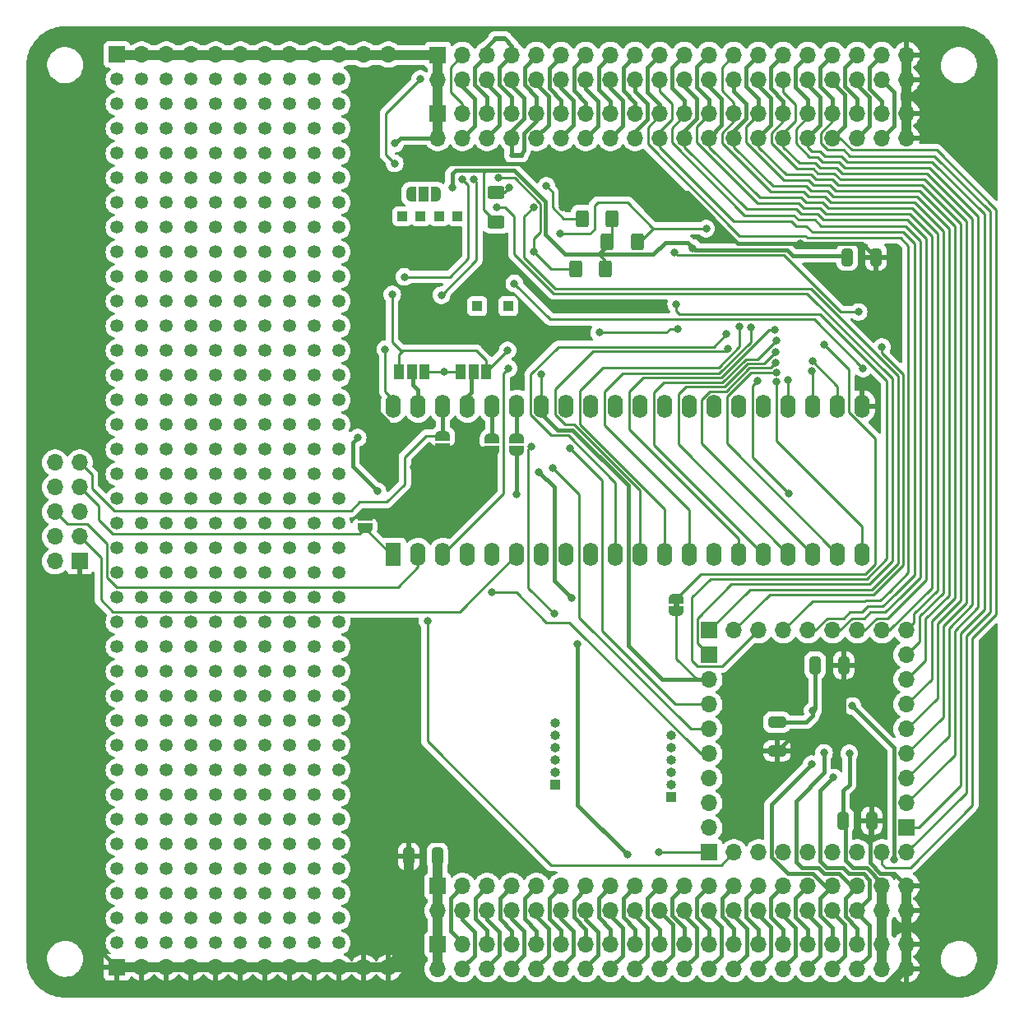
<source format=gbr>
%TF.GenerationSoftware,KiCad,Pcbnew,7.0.5-7.0.5~ubuntu20.04.1*%
%TF.CreationDate,2023-07-18T13:55:00+02:00*%
%TF.ProjectId,CPU6502_6802,43505536-3530-4325-9f36-3830322e6b69,rev?*%
%TF.SameCoordinates,Original*%
%TF.FileFunction,Copper,L2,Bot*%
%TF.FilePolarity,Positive*%
%FSLAX46Y46*%
G04 Gerber Fmt 4.6, Leading zero omitted, Abs format (unit mm)*
G04 Created by KiCad (PCBNEW 7.0.5-7.0.5~ubuntu20.04.1) date 2023-07-18 13:55:00*
%MOMM*%
%LPD*%
G01*
G04 APERTURE LIST*
G04 Aperture macros list*
%AMRoundRect*
0 Rectangle with rounded corners*
0 $1 Rounding radius*
0 $2 $3 $4 $5 $6 $7 $8 $9 X,Y pos of 4 corners*
0 Add a 4 corners polygon primitive as box body*
4,1,4,$2,$3,$4,$5,$6,$7,$8,$9,$2,$3,0*
0 Add four circle primitives for the rounded corners*
1,1,$1+$1,$2,$3*
1,1,$1+$1,$4,$5*
1,1,$1+$1,$6,$7*
1,1,$1+$1,$8,$9*
0 Add four rect primitives between the rounded corners*
20,1,$1+$1,$2,$3,$4,$5,0*
20,1,$1+$1,$4,$5,$6,$7,0*
20,1,$1+$1,$6,$7,$8,$9,0*
20,1,$1+$1,$8,$9,$2,$3,0*%
%AMFreePoly0*
4,1,19,0.500000,-0.750000,0.000000,-0.750000,0.000000,-0.744911,-0.071157,-0.744911,-0.207708,-0.704816,-0.327430,-0.627875,-0.420627,-0.520320,-0.479746,-0.390866,-0.500000,-0.250000,-0.500000,0.250000,-0.479746,0.390866,-0.420627,0.520320,-0.327430,0.627875,-0.207708,0.704816,-0.071157,0.744911,0.000000,0.744911,0.000000,0.750000,0.500000,0.750000,0.500000,-0.750000,0.500000,-0.750000,
$1*%
%AMFreePoly1*
4,1,19,0.000000,0.744911,0.071157,0.744911,0.207708,0.704816,0.327430,0.627875,0.420627,0.520320,0.479746,0.390866,0.500000,0.250000,0.500000,-0.250000,0.479746,-0.390866,0.420627,-0.520320,0.327430,-0.627875,0.207708,-0.704816,0.071157,-0.744911,0.000000,-0.744911,0.000000,-0.750000,-0.500000,-0.750000,-0.500000,0.750000,0.000000,0.750000,0.000000,0.744911,0.000000,0.744911,
$1*%
%AMFreePoly2*
4,1,19,0.550000,-0.750000,0.000000,-0.750000,0.000000,-0.744911,-0.071157,-0.744911,-0.207708,-0.704816,-0.327430,-0.627875,-0.420627,-0.520320,-0.479746,-0.390866,-0.500000,-0.250000,-0.500000,0.250000,-0.479746,0.390866,-0.420627,0.520320,-0.327430,0.627875,-0.207708,0.704816,-0.071157,0.744911,0.000000,0.744911,0.000000,0.750000,0.550000,0.750000,0.550000,-0.750000,0.550000,-0.750000,
$1*%
%AMFreePoly3*
4,1,19,0.000000,0.744911,0.071157,0.744911,0.207708,0.704816,0.327430,0.627875,0.420627,0.520320,0.479746,0.390866,0.500000,0.250000,0.500000,-0.250000,0.479746,-0.390866,0.420627,-0.520320,0.327430,-0.627875,0.207708,-0.704816,0.071157,-0.744911,0.000000,-0.744911,0.000000,-0.750000,-0.550000,-0.750000,-0.550000,0.750000,0.000000,0.750000,0.000000,0.744911,0.000000,0.744911,
$1*%
G04 Aperture macros list end*
%TA.AperFunction,ComponentPad*%
%ADD10R,1.000000X1.000000*%
%TD*%
%TA.AperFunction,ComponentPad*%
%ADD11R,1.700000X1.700000*%
%TD*%
%TA.AperFunction,ComponentPad*%
%ADD12O,1.700000X1.700000*%
%TD*%
%TA.AperFunction,ComponentPad*%
%ADD13C,1.350000*%
%TD*%
%TA.AperFunction,ComponentPad*%
%ADD14O,1.000000X1.000000*%
%TD*%
%TA.AperFunction,ComponentPad*%
%ADD15R,1.600000X2.400000*%
%TD*%
%TA.AperFunction,ComponentPad*%
%ADD16O,1.600000X2.400000*%
%TD*%
%TA.AperFunction,SMDPad,CuDef*%
%ADD17FreePoly0,270.000000*%
%TD*%
%TA.AperFunction,SMDPad,CuDef*%
%ADD18FreePoly1,270.000000*%
%TD*%
%TA.AperFunction,SMDPad,CuDef*%
%ADD19RoundRect,0.250000X0.325000X0.650000X-0.325000X0.650000X-0.325000X-0.650000X0.325000X-0.650000X0*%
%TD*%
%TA.AperFunction,SMDPad,CuDef*%
%ADD20C,0.500000*%
%TD*%
%TA.AperFunction,SMDPad,CuDef*%
%ADD21FreePoly0,90.000000*%
%TD*%
%TA.AperFunction,SMDPad,CuDef*%
%ADD22FreePoly1,90.000000*%
%TD*%
%TA.AperFunction,SMDPad,CuDef*%
%ADD23RoundRect,0.250000X-0.400000X-0.625000X0.400000X-0.625000X0.400000X0.625000X-0.400000X0.625000X0*%
%TD*%
%TA.AperFunction,SMDPad,CuDef*%
%ADD24RoundRect,0.250000X0.625000X-0.400000X0.625000X0.400000X-0.625000X0.400000X-0.625000X-0.400000X0*%
%TD*%
%TA.AperFunction,SMDPad,CuDef*%
%ADD25RoundRect,0.250000X-0.325000X-0.650000X0.325000X-0.650000X0.325000X0.650000X-0.325000X0.650000X0*%
%TD*%
%TA.AperFunction,SMDPad,CuDef*%
%ADD26FreePoly2,0.000000*%
%TD*%
%TA.AperFunction,SMDPad,CuDef*%
%ADD27R,1.000000X1.500000*%
%TD*%
%TA.AperFunction,SMDPad,CuDef*%
%ADD28FreePoly3,0.000000*%
%TD*%
%TA.AperFunction,SMDPad,CuDef*%
%ADD29RoundRect,0.250000X0.400000X0.625000X-0.400000X0.625000X-0.400000X-0.625000X0.400000X-0.625000X0*%
%TD*%
%TA.AperFunction,SMDPad,CuDef*%
%ADD30RoundRect,0.250000X-0.650000X0.325000X-0.650000X-0.325000X0.650000X-0.325000X0.650000X0.325000X0*%
%TD*%
%TA.AperFunction,ViaPad*%
%ADD31C,0.800000*%
%TD*%
%TA.AperFunction,Conductor*%
%ADD32C,0.250000*%
%TD*%
%TA.AperFunction,Conductor*%
%ADD33C,0.400000*%
%TD*%
%TA.AperFunction,Conductor*%
%ADD34C,1.000000*%
%TD*%
G04 APERTURE END LIST*
%TA.AperFunction,EtchedComponent*%
%TO.C,JP10*%
G36*
X164561800Y-105187800D02*
G01*
X163961800Y-105187800D01*
X163961800Y-104687800D01*
X164561800Y-104687800D01*
X164561800Y-105187800D01*
G37*
%TD.AperFunction*%
%TA.AperFunction,EtchedComponent*%
%TO.C,NT21*%
G36*
X148277200Y-58924000D02*
G01*
X147277200Y-58924000D01*
X147277200Y-58424000D01*
X148277200Y-58424000D01*
X148277200Y-58924000D01*
G37*
%TD.AperFunction*%
%TA.AperFunction,EtchedComponent*%
%TO.C,NT20*%
G36*
X146600800Y-46884400D02*
G01*
X145600800Y-46884400D01*
X145600800Y-46384400D01*
X146600800Y-46384400D01*
X146600800Y-46884400D01*
G37*
%TD.AperFunction*%
%TD*%
D10*
%TO.P,J10,1,Pin_1*%
%TO.N,Net-(J10-Pin_1)*%
X146939000Y-74168000D03*
%TD*%
D11*
%TO.P,J8,1,Pin_1*%
%TO.N,/~{BUSFREE}*%
X167640000Y-130389005D03*
D12*
%TO.P,J8,2,Pin_2*%
%TO.N,/~{RST}*%
X170180000Y-130389005D03*
%TO.P,J8,3,Pin_3*%
%TO.N,/PH0_c*%
X172720000Y-130389005D03*
%TO.P,J8,4,Pin_4*%
%TO.N,/~{PH0_c}*%
X175260000Y-130389005D03*
%TO.P,J8,5,Pin_5*%
%TO.N,/CLKF*%
X177800000Y-130389005D03*
%TO.P,J8,6,Pin_6*%
%TO.N,/MOSI*%
X180340000Y-130389005D03*
%TO.P,J8,7,Pin_7*%
%TO.N,/SCK*%
X182880000Y-130389005D03*
%TO.P,J8,8,Pin_8*%
%TO.N,/A15*%
X185420000Y-130389005D03*
%TO.P,J8,9,Pin_9*%
%TO.N,/A14*%
X187960000Y-130389005D03*
%TD*%
D13*
%TO.P,J26,1,Pin_1*%
%TO.N,unconnected-(J26-Pin_1-Pad1)*%
X129540000Y-139700000D03*
%TO.P,J26,2,Pin_2*%
%TO.N,unconnected-(J26-Pin_2-Pad2)*%
X129540000Y-137160000D03*
%TO.P,J26,3,Pin_3*%
%TO.N,unconnected-(J26-Pin_3-Pad3)*%
X129540000Y-134620000D03*
%TO.P,J26,4,Pin_4*%
%TO.N,unconnected-(J26-Pin_4-Pad4)*%
X129540000Y-132080000D03*
%TO.P,J26,5,Pin_5*%
%TO.N,unconnected-(J26-Pin_5-Pad5)*%
X129540000Y-129540000D03*
%TO.P,J26,6,Pin_6*%
%TO.N,unconnected-(J26-Pin_6-Pad6)*%
X129540000Y-127000000D03*
%TO.P,J26,7,Pin_7*%
%TO.N,unconnected-(J26-Pin_7-Pad7)*%
X129540000Y-124460000D03*
%TO.P,J26,8,Pin_8*%
%TO.N,unconnected-(J26-Pin_8-Pad8)*%
X129540000Y-121920000D03*
%TO.P,J26,9,Pin_9*%
%TO.N,unconnected-(J26-Pin_9-Pad9)*%
X129540000Y-119380000D03*
%TO.P,J26,10,Pin_10*%
%TO.N,unconnected-(J26-Pin_10-Pad10)*%
X129540000Y-116840000D03*
%TO.P,J26,11,Pin_11*%
%TO.N,unconnected-(J26-Pin_11-Pad11)*%
X129540000Y-114300000D03*
%TO.P,J26,12,Pin_12*%
%TO.N,unconnected-(J26-Pin_12-Pad12)*%
X129540000Y-111760000D03*
%TO.P,J26,13,Pin_13*%
%TO.N,unconnected-(J26-Pin_13-Pad13)*%
X129540000Y-109220000D03*
%TO.P,J26,14,Pin_14*%
%TO.N,unconnected-(J26-Pin_14-Pad14)*%
X129540000Y-106680000D03*
%TO.P,J26,15,Pin_15*%
%TO.N,unconnected-(J26-Pin_15-Pad15)*%
X129540000Y-104140000D03*
%TO.P,J26,16,Pin_16*%
%TO.N,unconnected-(J26-Pin_16-Pad16)*%
X129540000Y-101600000D03*
%TO.P,J26,17,Pin_17*%
%TO.N,unconnected-(J26-Pin_17-Pad17)*%
X129540000Y-99060000D03*
%TO.P,J26,18,Pin_18*%
%TO.N,unconnected-(J26-Pin_18-Pad18)*%
X129540000Y-96520000D03*
%TO.P,J26,19,Pin_19*%
%TO.N,unconnected-(J26-Pin_19-Pad19)*%
X129540000Y-93980000D03*
%TO.P,J26,20,Pin_20*%
%TO.N,unconnected-(J26-Pin_20-Pad20)*%
X129540000Y-91440000D03*
%TO.P,J26,21,Pin_21*%
%TO.N,unconnected-(J26-Pin_21-Pad21)*%
X129540000Y-88900000D03*
%TO.P,J26,22,Pin_22*%
%TO.N,unconnected-(J26-Pin_22-Pad22)*%
X129540000Y-86360000D03*
%TO.P,J26,23,Pin_23*%
%TO.N,unconnected-(J26-Pin_23-Pad23)*%
X129540000Y-83820000D03*
%TO.P,J26,24,Pin_24*%
%TO.N,unconnected-(J26-Pin_24-Pad24)*%
X129540000Y-81280000D03*
%TO.P,J26,25,Pin_25*%
%TO.N,unconnected-(J26-Pin_25-Pad25)*%
X129540000Y-78740000D03*
%TO.P,J26,26,Pin_26*%
%TO.N,unconnected-(J26-Pin_26-Pad26)*%
X129540000Y-76200000D03*
%TO.P,J26,27,Pin_27*%
%TO.N,unconnected-(J26-Pin_27-Pad27)*%
X129540000Y-73660000D03*
%TO.P,J26,28,Pin_28*%
%TO.N,unconnected-(J26-Pin_28-Pad28)*%
X129540000Y-71120000D03*
%TO.P,J26,29,Pin_29*%
%TO.N,unconnected-(J26-Pin_29-Pad29)*%
X129540000Y-68580000D03*
%TO.P,J26,30,Pin_30*%
%TO.N,unconnected-(J26-Pin_30-Pad30)*%
X129540000Y-66040000D03*
%TO.P,J26,31,Pin_31*%
%TO.N,unconnected-(J26-Pin_31-Pad31)*%
X129540000Y-63500000D03*
%TO.P,J26,32,Pin_32*%
%TO.N,unconnected-(J26-Pin_32-Pad32)*%
X129540000Y-60960000D03*
%TO.P,J26,33,Pin_33*%
%TO.N,unconnected-(J26-Pin_33-Pad33)*%
X129540000Y-58420000D03*
%TO.P,J26,34,Pin_34*%
%TO.N,unconnected-(J26-Pin_34-Pad34)*%
X129540000Y-55880000D03*
%TO.P,J26,35,Pin_35*%
%TO.N,unconnected-(J26-Pin_35-Pad35)*%
X129540000Y-53340000D03*
%TO.P,J26,36,Pin_36*%
%TO.N,unconnected-(J26-Pin_36-Pad36)*%
X129540000Y-50800000D03*
%TO.P,J26,37,Pin_37*%
%TO.N,unconnected-(J26-Pin_37-Pad37)*%
X127000000Y-50800000D03*
%TO.P,J26,38,Pin_38*%
%TO.N,unconnected-(J26-Pin_38-Pad38)*%
X127000000Y-53340000D03*
%TO.P,J26,39,Pin_39*%
%TO.N,unconnected-(J26-Pin_39-Pad39)*%
X127000000Y-55880000D03*
%TO.P,J26,40,Pin_40*%
%TO.N,unconnected-(J26-Pin_40-Pad40)*%
X127000000Y-58420000D03*
%TO.P,J26,41,Pin_41*%
%TO.N,unconnected-(J26-Pin_41-Pad41)*%
X127000000Y-60960000D03*
%TO.P,J26,42,Pin_42*%
%TO.N,unconnected-(J26-Pin_42-Pad42)*%
X127000000Y-63500000D03*
%TO.P,J26,43,Pin_43*%
%TO.N,unconnected-(J26-Pin_43-Pad43)*%
X127000000Y-66040000D03*
%TO.P,J26,44,Pin_44*%
%TO.N,unconnected-(J26-Pin_44-Pad44)*%
X127000000Y-68580000D03*
%TO.P,J26,45,Pin_45*%
%TO.N,unconnected-(J26-Pin_45-Pad45)*%
X127000000Y-71120000D03*
%TO.P,J26,46,Pin_46*%
%TO.N,unconnected-(J26-Pin_46-Pad46)*%
X127000000Y-73660000D03*
%TO.P,J26,47,Pin_47*%
%TO.N,unconnected-(J26-Pin_47-Pad47)*%
X127000000Y-76200000D03*
%TO.P,J26,48,Pin_48*%
%TO.N,unconnected-(J26-Pin_48-Pad48)*%
X127000000Y-78740000D03*
%TO.P,J26,49,Pin_49*%
%TO.N,unconnected-(J26-Pin_49-Pad49)*%
X127000000Y-81280000D03*
%TO.P,J26,50,Pin_50*%
%TO.N,unconnected-(J26-Pin_50-Pad50)*%
X127000000Y-83820000D03*
%TO.P,J26,51,Pin_51*%
%TO.N,unconnected-(J26-Pin_51-Pad51)*%
X127000000Y-86360000D03*
%TO.P,J26,52,Pin_52*%
%TO.N,unconnected-(J26-Pin_52-Pad52)*%
X127000000Y-88900000D03*
%TO.P,J26,53,Pin_53*%
%TO.N,unconnected-(J26-Pin_53-Pad53)*%
X127000000Y-91440000D03*
%TO.P,J26,54,Pin_54*%
%TO.N,unconnected-(J26-Pin_54-Pad54)*%
X127000000Y-93980000D03*
%TO.P,J26,55,Pin_55*%
%TO.N,unconnected-(J26-Pin_55-Pad55)*%
X127000000Y-96520000D03*
%TO.P,J26,56,Pin_56*%
%TO.N,unconnected-(J26-Pin_56-Pad56)*%
X127000000Y-99060000D03*
%TO.P,J26,57,Pin_57*%
%TO.N,unconnected-(J26-Pin_57-Pad57)*%
X127000000Y-101600000D03*
%TO.P,J26,58,Pin_58*%
%TO.N,unconnected-(J26-Pin_58-Pad58)*%
X127000000Y-104140000D03*
%TO.P,J26,59,Pin_59*%
%TO.N,unconnected-(J26-Pin_59-Pad59)*%
X127000000Y-106680000D03*
%TO.P,J26,60,Pin_60*%
%TO.N,unconnected-(J26-Pin_60-Pad60)*%
X127000000Y-109220000D03*
%TO.P,J26,61,Pin_61*%
%TO.N,unconnected-(J26-Pin_61-Pad61)*%
X127000000Y-111760000D03*
%TO.P,J26,62,Pin_62*%
%TO.N,unconnected-(J26-Pin_62-Pad62)*%
X127000000Y-114300000D03*
%TO.P,J26,63,Pin_63*%
%TO.N,unconnected-(J26-Pin_63-Pad63)*%
X127000000Y-116840000D03*
%TO.P,J26,64,Pin_64*%
%TO.N,unconnected-(J26-Pin_64-Pad64)*%
X127000000Y-119380000D03*
%TO.P,J26,65,Pin_65*%
%TO.N,unconnected-(J26-Pin_65-Pad65)*%
X127000000Y-121920000D03*
%TO.P,J26,66,Pin_66*%
%TO.N,unconnected-(J26-Pin_66-Pad66)*%
X127000000Y-124460000D03*
%TO.P,J26,67,Pin_67*%
%TO.N,unconnected-(J26-Pin_67-Pad67)*%
X127000000Y-127000000D03*
%TO.P,J26,68,Pin_68*%
%TO.N,unconnected-(J26-Pin_68-Pad68)*%
X127000000Y-129540000D03*
%TO.P,J26,69,Pin_69*%
%TO.N,unconnected-(J26-Pin_69-Pad69)*%
X127000000Y-132080000D03*
%TO.P,J26,70,Pin_70*%
%TO.N,unconnected-(J26-Pin_70-Pad70)*%
X127000000Y-134620000D03*
%TO.P,J26,71,Pin_71*%
%TO.N,unconnected-(J26-Pin_71-Pad71)*%
X127000000Y-137160000D03*
%TO.P,J26,72,Pin_72*%
%TO.N,unconnected-(J26-Pin_72-Pad72)*%
X127000000Y-139700000D03*
%TD*%
D11*
%TO.P,J1,1,Pin_1*%
%TO.N,+5V*%
X139700000Y-48303005D03*
D12*
%TO.P,J1,2,Pin_2*%
X139700000Y-50843005D03*
%TO.P,J1,3,Pin_3*%
%TO.N,/PHI1_e*%
X142240000Y-48303005D03*
%TO.P,J1,4,Pin_4*%
%TO.N,/PHI2_e*%
X142240000Y-50843005D03*
%TO.P,J1,5,Pin_5*%
%TO.N,/~{IORD}*%
X144780000Y-48303005D03*
%TO.P,J1,6,Pin_6*%
%TO.N,/R{slash}~{W}_e*%
X144780000Y-50843005D03*
%TO.P,J1,7,Pin_7*%
%TO.N,/~{MRD}*%
X147320000Y-48303005D03*
%TO.P,J1,8,Pin_8*%
%TO.N,/~{MWR}*%
X147320000Y-50843005D03*
%TO.P,J1,9,Pin_9*%
%TO.N,/~{IOWR}*%
X149860000Y-48303005D03*
%TO.P,J1,10,Pin_10*%
%TO.N,/D0*%
X149860000Y-50843005D03*
%TO.P,J1,11,Pin_11*%
%TO.N,/D1*%
X152400000Y-48303005D03*
%TO.P,J1,12,Pin_12*%
%TO.N,/D2*%
X152400000Y-50843005D03*
%TO.P,J1,13,Pin_13*%
%TO.N,/D3*%
X154940000Y-48303005D03*
%TO.P,J1,14,Pin_14*%
%TO.N,/D4*%
X154940000Y-50843005D03*
%TO.P,J1,15,Pin_15*%
%TO.N,/D5*%
X157480000Y-48303005D03*
%TO.P,J1,16,Pin_16*%
%TO.N,/D6*%
X157480000Y-50843005D03*
%TO.P,J1,17,Pin_17*%
%TO.N,/D7*%
X160020000Y-48303005D03*
%TO.P,J1,18,Pin_18*%
%TO.N,/~{RST}*%
X160020000Y-50843005D03*
%TO.P,J1,19,Pin_19*%
%TO.N,/A0*%
X162560000Y-48303005D03*
%TO.P,J1,20,Pin_20*%
%TO.N,/A1*%
X162560000Y-50843005D03*
%TO.P,J1,21,Pin_21*%
%TO.N,/A2*%
X165100000Y-48303005D03*
%TO.P,J1,22,Pin_22*%
%TO.N,/A3*%
X165100000Y-50843005D03*
%TO.P,J1,23,Pin_23*%
%TO.N,/A4*%
X167640000Y-48303005D03*
%TO.P,J1,24,Pin_24*%
%TO.N,/A5*%
X167640000Y-50843005D03*
%TO.P,J1,25,Pin_25*%
%TO.N,/A6*%
X170180000Y-48303005D03*
%TO.P,J1,26,Pin_26*%
%TO.N,/A7*%
X170180000Y-50843005D03*
%TO.P,J1,27,Pin_27*%
%TO.N,/A8*%
X172720000Y-48303005D03*
%TO.P,J1,28,Pin_28*%
%TO.N,/A9*%
X172720000Y-50843005D03*
%TO.P,J1,29,Pin_29*%
%TO.N,/A10*%
X175260000Y-48303005D03*
%TO.P,J1,30,Pin_30*%
%TO.N,/A11*%
X175260000Y-50843005D03*
%TO.P,J1,31,Pin_31*%
%TO.N,/A12*%
X177800000Y-48303005D03*
%TO.P,J1,32,Pin_32*%
%TO.N,/A13*%
X177800000Y-50843005D03*
%TO.P,J1,33,Pin_33*%
%TO.N,/A14*%
X180340000Y-48303005D03*
%TO.P,J1,34,Pin_34*%
%TO.N,/A15*%
X180340000Y-50843005D03*
%TO.P,J1,35,Pin_35*%
%TO.N,/A16*%
X182880000Y-48303005D03*
%TO.P,J1,36,Pin_36*%
%TO.N,/A17*%
X182880000Y-50843005D03*
%TO.P,J1,37,Pin_37*%
%TO.N,/A18*%
X185420000Y-48303005D03*
%TO.P,J1,38,Pin_38*%
%TO.N,/A19*%
X185420000Y-50843005D03*
%TO.P,J1,39,Pin_39*%
%TO.N,GND*%
X187960000Y-48303005D03*
%TO.P,J1,40,Pin_40*%
X187960000Y-50843005D03*
%TD*%
D10*
%TO.P,J31,1,Pin_1*%
%TO.N,Net-(J31-Pin_1)*%
X163677600Y-124663200D03*
D14*
%TO.P,J31,2,Pin_2*%
%TO.N,Net-(J31-Pin_2)*%
X163677600Y-123393200D03*
%TO.P,J31,3,Pin_3*%
%TO.N,Net-(J31-Pin_3)*%
X163677600Y-122123200D03*
%TO.P,J31,4,Pin_4*%
%TO.N,Net-(J31-Pin_4)*%
X163677600Y-120853200D03*
%TO.P,J31,5,Pin_5*%
%TO.N,Net-(J31-Pin_5)*%
X163677600Y-119583200D03*
%TO.P,J31,6,Pin_6*%
%TO.N,Net-(J31-Pin_6)*%
X163677600Y-118313200D03*
%TD*%
D11*
%TO.P,J5,1,Pin_1*%
%TO.N,/~{WR}c*%
X167640000Y-107529005D03*
D12*
%TO.P,J5,2,Pin_2*%
%TO.N,/~{AOE}*%
X170180000Y-107529005D03*
%TO.P,J5,3,Pin_3*%
%TO.N,/~{DOE}*%
X172720000Y-107529005D03*
%TO.P,J5,4,Pin_4*%
%TO.N,/A0*%
X175260000Y-107529005D03*
%TO.P,J5,5,Pin_5*%
%TO.N,/A1*%
X177800000Y-107529005D03*
%TO.P,J5,6,Pin_6*%
%TO.N,/A2*%
X180340000Y-107529005D03*
%TO.P,J5,7,Pin_7*%
%TO.N,/A3*%
X182880000Y-107529005D03*
%TO.P,J5,8,Pin_8*%
%TO.N,/A4*%
X185420000Y-107529005D03*
%TO.P,J5,9,Pin_9*%
%TO.N,/A5*%
X187960000Y-107529005D03*
%TD*%
D11*
%TO.P,J4,1,Pin_1*%
%TO.N,+5V*%
X139700000Y-133849005D03*
D12*
%TO.P,J4,2,Pin_2*%
X139700000Y-136389005D03*
%TO.P,J4,3,Pin_3*%
%TO.N,/RX2*%
X142240000Y-133849005D03*
%TO.P,J4,4,Pin_4*%
%TO.N,/TX2*%
X142240000Y-136389005D03*
%TO.P,J4,5,Pin_5*%
%TO.N,/RX3*%
X144780000Y-133849005D03*
%TO.P,J4,6,Pin_6*%
%TO.N,/TX3*%
X144780000Y-136389005D03*
%TO.P,J4,7,Pin_7*%
%TO.N,/RES0*%
X147320000Y-133849005D03*
%TO.P,J4,8,Pin_8*%
%TO.N,/TX1*%
X147320000Y-136389005D03*
%TO.P,J4,9,Pin_9*%
%TO.N,/RES1*%
X149860000Y-133849005D03*
%TO.P,J4,10,Pin_10*%
%TO.N,/RX1*%
X149860000Y-136389005D03*
%TO.P,J4,11,Pin_11*%
%TO.N,/PH0*%
X152400000Y-133849005D03*
%TO.P,J4,12,Pin_12*%
%TO.N,/~{PH0}*%
X152400000Y-136389005D03*
%TO.P,J4,13,Pin_13*%
%TO.N,/CLKS*%
X154940000Y-133849005D03*
%TO.P,J4,14,Pin_14*%
%TO.N,/CLKF*%
X154940000Y-136389005D03*
%TO.P,J4,15,Pin_15*%
%TO.N,/~{BUSFREE}*%
X157480000Y-133849005D03*
%TO.P,J4,16,Pin_16*%
%TO.N,/~{RAMWE13}*%
X157480000Y-136389005D03*
%TO.P,J4,17,Pin_17*%
%TO.N,/~{RAMWE12}*%
X160020000Y-133849005D03*
%TO.P,J4,18,Pin_18*%
%TO.N,/~{RAMWE11}*%
X160020000Y-136389005D03*
%TO.P,J4,19,Pin_19*%
%TO.N,/~{RAMWE10}*%
X162560000Y-133849005D03*
%TO.P,J4,20,Pin_20*%
%TO.N,/~{RAMWE9}*%
X162560000Y-136389005D03*
%TO.P,J4,21,Pin_21*%
%TO.N,/~{RAMWE8}*%
X165100000Y-133849005D03*
%TO.P,J4,22,Pin_22*%
%TO.N,/~{RAMWE7}*%
X165100000Y-136389005D03*
%TO.P,J4,23,Pin_23*%
%TO.N,/~{RAMWE6}*%
X167640000Y-133849005D03*
%TO.P,J4,24,Pin_24*%
%TO.N,/~{RAMWE5}*%
X167640000Y-136389005D03*
%TO.P,J4,25,Pin_25*%
%TO.N,/~{RAMWE4}*%
X170180000Y-133849005D03*
%TO.P,J4,26,Pin_26*%
%TO.N,/~{RAMWE3}*%
X170180000Y-136389005D03*
%TO.P,J4,27,Pin_27*%
%TO.N,/~{RAMWE2}*%
X172720000Y-133849005D03*
%TO.P,J4,28,Pin_28*%
%TO.N,/~{RAMWE1}*%
X172720000Y-136389005D03*
%TO.P,J4,29,Pin_29*%
%TO.N,/~{RAMWE0}*%
X175260000Y-133849005D03*
%TO.P,J4,30,Pin_30*%
%TO.N,/MOSI*%
X175260000Y-136389005D03*
%TO.P,J4,31,Pin_31*%
%TO.N,/SCK*%
X177800000Y-133849005D03*
%TO.P,J4,32,Pin_32*%
%TO.N,/Bus/TDRTN*%
X177800000Y-136389005D03*
%TO.P,J4,33,Pin_33*%
%TO.N,/TMS*%
X180340000Y-133849005D03*
%TO.P,J4,34,Pin_34*%
%TO.N,/TDO*%
X180340000Y-136389005D03*
%TO.P,J4,35,Pin_35*%
%TO.N,/TCK*%
X182880000Y-133849005D03*
%TO.P,J4,36,Pin_36*%
%TO.N,/TDI*%
X182880000Y-136389005D03*
%TO.P,J4,37,Pin_37*%
%TO.N,+3V3*%
X185420000Y-133849005D03*
%TO.P,J4,38,Pin_38*%
X185420000Y-136389005D03*
%TO.P,J4,39,Pin_39*%
%TO.N,GND*%
X187960000Y-133849005D03*
%TO.P,J4,40,Pin_40*%
X187960000Y-136389005D03*
%TD*%
D13*
%TO.P,J24,1,Pin_1*%
%TO.N,unconnected-(J24-Pin_1-Pad1)*%
X119380000Y-139700000D03*
%TO.P,J24,2,Pin_2*%
%TO.N,unconnected-(J24-Pin_2-Pad2)*%
X119380000Y-137160000D03*
%TO.P,J24,3,Pin_3*%
%TO.N,unconnected-(J24-Pin_3-Pad3)*%
X119380000Y-134620000D03*
%TO.P,J24,4,Pin_4*%
%TO.N,unconnected-(J24-Pin_4-Pad4)*%
X119380000Y-132080000D03*
%TO.P,J24,5,Pin_5*%
%TO.N,unconnected-(J24-Pin_5-Pad5)*%
X119380000Y-129540000D03*
%TO.P,J24,6,Pin_6*%
%TO.N,unconnected-(J24-Pin_6-Pad6)*%
X119380000Y-127000000D03*
%TO.P,J24,7,Pin_7*%
%TO.N,unconnected-(J24-Pin_7-Pad7)*%
X119380000Y-124460000D03*
%TO.P,J24,8,Pin_8*%
%TO.N,unconnected-(J24-Pin_8-Pad8)*%
X119380000Y-121920000D03*
%TO.P,J24,9,Pin_9*%
%TO.N,unconnected-(J24-Pin_9-Pad9)*%
X119380000Y-119380000D03*
%TO.P,J24,10,Pin_10*%
%TO.N,unconnected-(J24-Pin_10-Pad10)*%
X119380000Y-116840000D03*
%TO.P,J24,11,Pin_11*%
%TO.N,unconnected-(J24-Pin_11-Pad11)*%
X119380000Y-114300000D03*
%TO.P,J24,12,Pin_12*%
%TO.N,unconnected-(J24-Pin_12-Pad12)*%
X119380000Y-111760000D03*
%TO.P,J24,13,Pin_13*%
%TO.N,unconnected-(J24-Pin_13-Pad13)*%
X119380000Y-109220000D03*
%TO.P,J24,14,Pin_14*%
%TO.N,unconnected-(J24-Pin_14-Pad14)*%
X119380000Y-106680000D03*
%TO.P,J24,15,Pin_15*%
%TO.N,unconnected-(J24-Pin_15-Pad15)*%
X119380000Y-104140000D03*
%TO.P,J24,16,Pin_16*%
%TO.N,unconnected-(J24-Pin_16-Pad16)*%
X119380000Y-101600000D03*
%TO.P,J24,17,Pin_17*%
%TO.N,unconnected-(J24-Pin_17-Pad17)*%
X119380000Y-99060000D03*
%TO.P,J24,18,Pin_18*%
%TO.N,unconnected-(J24-Pin_18-Pad18)*%
X119380000Y-96520000D03*
%TO.P,J24,19,Pin_19*%
%TO.N,unconnected-(J24-Pin_19-Pad19)*%
X119380000Y-93980000D03*
%TO.P,J24,20,Pin_20*%
%TO.N,unconnected-(J24-Pin_20-Pad20)*%
X119380000Y-91440000D03*
%TO.P,J24,21,Pin_21*%
%TO.N,unconnected-(J24-Pin_21-Pad21)*%
X119380000Y-88900000D03*
%TO.P,J24,22,Pin_22*%
%TO.N,unconnected-(J24-Pin_22-Pad22)*%
X119380000Y-86360000D03*
%TO.P,J24,23,Pin_23*%
%TO.N,unconnected-(J24-Pin_23-Pad23)*%
X119380000Y-83820000D03*
%TO.P,J24,24,Pin_24*%
%TO.N,unconnected-(J24-Pin_24-Pad24)*%
X119380000Y-81280000D03*
%TO.P,J24,25,Pin_25*%
%TO.N,unconnected-(J24-Pin_25-Pad25)*%
X119380000Y-78740000D03*
%TO.P,J24,26,Pin_26*%
%TO.N,unconnected-(J24-Pin_26-Pad26)*%
X119380000Y-76200000D03*
%TO.P,J24,27,Pin_27*%
%TO.N,unconnected-(J24-Pin_27-Pad27)*%
X119380000Y-73660000D03*
%TO.P,J24,28,Pin_28*%
%TO.N,unconnected-(J24-Pin_28-Pad28)*%
X119380000Y-71120000D03*
%TO.P,J24,29,Pin_29*%
%TO.N,unconnected-(J24-Pin_29-Pad29)*%
X119380000Y-68580000D03*
%TO.P,J24,30,Pin_30*%
%TO.N,unconnected-(J24-Pin_30-Pad30)*%
X119380000Y-66040000D03*
%TO.P,J24,31,Pin_31*%
%TO.N,unconnected-(J24-Pin_31-Pad31)*%
X119380000Y-63500000D03*
%TO.P,J24,32,Pin_32*%
%TO.N,unconnected-(J24-Pin_32-Pad32)*%
X119380000Y-60960000D03*
%TO.P,J24,33,Pin_33*%
%TO.N,unconnected-(J24-Pin_33-Pad33)*%
X119380000Y-58420000D03*
%TO.P,J24,34,Pin_34*%
%TO.N,unconnected-(J24-Pin_34-Pad34)*%
X119380000Y-55880000D03*
%TO.P,J24,35,Pin_35*%
%TO.N,unconnected-(J24-Pin_35-Pad35)*%
X119380000Y-53340000D03*
%TO.P,J24,36,Pin_36*%
%TO.N,unconnected-(J24-Pin_36-Pad36)*%
X119380000Y-50800000D03*
%TO.P,J24,37,Pin_37*%
%TO.N,unconnected-(J24-Pin_37-Pad37)*%
X116840000Y-50800000D03*
%TO.P,J24,38,Pin_38*%
%TO.N,unconnected-(J24-Pin_38-Pad38)*%
X116840000Y-53340000D03*
%TO.P,J24,39,Pin_39*%
%TO.N,unconnected-(J24-Pin_39-Pad39)*%
X116840000Y-55880000D03*
%TO.P,J24,40,Pin_40*%
%TO.N,unconnected-(J24-Pin_40-Pad40)*%
X116840000Y-58420000D03*
%TO.P,J24,41,Pin_41*%
%TO.N,unconnected-(J24-Pin_41-Pad41)*%
X116840000Y-60960000D03*
%TO.P,J24,42,Pin_42*%
%TO.N,unconnected-(J24-Pin_42-Pad42)*%
X116840000Y-63500000D03*
%TO.P,J24,43,Pin_43*%
%TO.N,unconnected-(J24-Pin_43-Pad43)*%
X116840000Y-66040000D03*
%TO.P,J24,44,Pin_44*%
%TO.N,unconnected-(J24-Pin_44-Pad44)*%
X116840000Y-68580000D03*
%TO.P,J24,45,Pin_45*%
%TO.N,unconnected-(J24-Pin_45-Pad45)*%
X116840000Y-71120000D03*
%TO.P,J24,46,Pin_46*%
%TO.N,unconnected-(J24-Pin_46-Pad46)*%
X116840000Y-73660000D03*
%TO.P,J24,47,Pin_47*%
%TO.N,unconnected-(J24-Pin_47-Pad47)*%
X116840000Y-76200000D03*
%TO.P,J24,48,Pin_48*%
%TO.N,unconnected-(J24-Pin_48-Pad48)*%
X116840000Y-78740000D03*
%TO.P,J24,49,Pin_49*%
%TO.N,unconnected-(J24-Pin_49-Pad49)*%
X116840000Y-81280000D03*
%TO.P,J24,50,Pin_50*%
%TO.N,unconnected-(J24-Pin_50-Pad50)*%
X116840000Y-83820000D03*
%TO.P,J24,51,Pin_51*%
%TO.N,unconnected-(J24-Pin_51-Pad51)*%
X116840000Y-86360000D03*
%TO.P,J24,52,Pin_52*%
%TO.N,unconnected-(J24-Pin_52-Pad52)*%
X116840000Y-88900000D03*
%TO.P,J24,53,Pin_53*%
%TO.N,unconnected-(J24-Pin_53-Pad53)*%
X116840000Y-91440000D03*
%TO.P,J24,54,Pin_54*%
%TO.N,unconnected-(J24-Pin_54-Pad54)*%
X116840000Y-93980000D03*
%TO.P,J24,55,Pin_55*%
%TO.N,unconnected-(J24-Pin_55-Pad55)*%
X116840000Y-96520000D03*
%TO.P,J24,56,Pin_56*%
%TO.N,unconnected-(J24-Pin_56-Pad56)*%
X116840000Y-99060000D03*
%TO.P,J24,57,Pin_57*%
%TO.N,unconnected-(J24-Pin_57-Pad57)*%
X116840000Y-101600000D03*
%TO.P,J24,58,Pin_58*%
%TO.N,unconnected-(J24-Pin_58-Pad58)*%
X116840000Y-104140000D03*
%TO.P,J24,59,Pin_59*%
%TO.N,unconnected-(J24-Pin_59-Pad59)*%
X116840000Y-106680000D03*
%TO.P,J24,60,Pin_60*%
%TO.N,unconnected-(J24-Pin_60-Pad60)*%
X116840000Y-109220000D03*
%TO.P,J24,61,Pin_61*%
%TO.N,unconnected-(J24-Pin_61-Pad61)*%
X116840000Y-111760000D03*
%TO.P,J24,62,Pin_62*%
%TO.N,unconnected-(J24-Pin_62-Pad62)*%
X116840000Y-114300000D03*
%TO.P,J24,63,Pin_63*%
%TO.N,unconnected-(J24-Pin_63-Pad63)*%
X116840000Y-116840000D03*
%TO.P,J24,64,Pin_64*%
%TO.N,unconnected-(J24-Pin_64-Pad64)*%
X116840000Y-119380000D03*
%TO.P,J24,65,Pin_65*%
%TO.N,unconnected-(J24-Pin_65-Pad65)*%
X116840000Y-121920000D03*
%TO.P,J24,66,Pin_66*%
%TO.N,unconnected-(J24-Pin_66-Pad66)*%
X116840000Y-124460000D03*
%TO.P,J24,67,Pin_67*%
%TO.N,unconnected-(J24-Pin_67-Pad67)*%
X116840000Y-127000000D03*
%TO.P,J24,68,Pin_68*%
%TO.N,unconnected-(J24-Pin_68-Pad68)*%
X116840000Y-129540000D03*
%TO.P,J24,69,Pin_69*%
%TO.N,unconnected-(J24-Pin_69-Pad69)*%
X116840000Y-132080000D03*
%TO.P,J24,70,Pin_70*%
%TO.N,unconnected-(J24-Pin_70-Pad70)*%
X116840000Y-134620000D03*
%TO.P,J24,71,Pin_71*%
%TO.N,unconnected-(J24-Pin_71-Pad71)*%
X116840000Y-137160000D03*
%TO.P,J24,72,Pin_72*%
%TO.N,unconnected-(J24-Pin_72-Pad72)*%
X116840000Y-139700000D03*
%TD*%
D15*
%TO.P,U7,1,~{VP}*%
%TO.N,/~{VP}*%
X135128000Y-99695000D03*
D16*
%TO.P,U7,2,RDY*%
%TO.N,/RDY*%
X137668000Y-99695000D03*
%TO.P,U7,3,\u03D51*%
%TO.N,/PHI1*%
X140208000Y-99695000D03*
%TO.P,U7,4,~{IRQ}*%
%TO.N,/~{IRQ}*%
X142748000Y-99695000D03*
%TO.P,U7,5,~{ML}*%
%TO.N,/~{ML}*%
X145288000Y-99695000D03*
%TO.P,U7,6,~{NMI}*%
%TO.N,/~{NMI}*%
X147828000Y-99695000D03*
%TO.P,U7,7,SYNC*%
%TO.N,/SYNC*%
X150368000Y-99695000D03*
%TO.P,U7,8,VDD*%
%TO.N,+5V*%
X152908000Y-99695000D03*
%TO.P,U7,9,A0*%
%TO.N,/CA0*%
X155448000Y-99695000D03*
%TO.P,U7,10,A1*%
%TO.N,/CA1*%
X157988000Y-99695000D03*
%TO.P,U7,11,A2*%
%TO.N,/CA2*%
X160528000Y-99695000D03*
%TO.P,U7,12,A3*%
%TO.N,/CA3*%
X163068000Y-99695000D03*
%TO.P,U7,13,A4*%
%TO.N,/CA4*%
X165608000Y-99695000D03*
%TO.P,U7,14,A5*%
%TO.N,/CA5*%
X168148000Y-99695000D03*
%TO.P,U7,15,A6*%
%TO.N,/CA6*%
X170688000Y-99695000D03*
%TO.P,U7,16,A7*%
%TO.N,/CA7*%
X173228000Y-99695000D03*
%TO.P,U7,17,A8*%
%TO.N,/CA8*%
X175768000Y-99695000D03*
%TO.P,U7,18,A9*%
%TO.N,/CA9*%
X178308000Y-99695000D03*
%TO.P,U7,19,A10*%
%TO.N,/CA10*%
X180848000Y-99695000D03*
%TO.P,U7,20,A11*%
%TO.N,/CA11*%
X183388000Y-99695000D03*
%TO.P,U7,21,VSS*%
%TO.N,GND*%
X183388000Y-84455000D03*
%TO.P,U7,22,A12*%
%TO.N,/CA12*%
X180848000Y-84455000D03*
%TO.P,U7,23,A13*%
%TO.N,/CA13*%
X178308000Y-84455000D03*
%TO.P,U7,24,A14*%
%TO.N,/CA14*%
X175768000Y-84455000D03*
%TO.P,U7,25,A15*%
%TO.N,/CA15*%
X173228000Y-84455000D03*
%TO.P,U7,26,D7*%
%TO.N,/CD7*%
X170688000Y-84455000D03*
%TO.P,U7,27,D6*%
%TO.N,/CD6*%
X168148000Y-84455000D03*
%TO.P,U7,28,D5*%
%TO.N,/CD5*%
X165608000Y-84455000D03*
%TO.P,U7,29,D4*%
%TO.N,/CD4*%
X163068000Y-84455000D03*
%TO.P,U7,30,D3*%
%TO.N,/CD3*%
X160528000Y-84455000D03*
%TO.P,U7,31,D2*%
%TO.N,/CD2*%
X157988000Y-84455000D03*
%TO.P,U7,32,D1*%
%TO.N,/CD1*%
X155448000Y-84455000D03*
%TO.P,U7,33,D0*%
%TO.N,/CD0*%
X152908000Y-84455000D03*
%TO.P,U7,34,R/~{W}*%
%TO.N,/R{slash}~{W}*%
X150368000Y-84455000D03*
%TO.P,U7,35,nc*%
%TO.N,Net-(JP2-A)*%
X147828000Y-84455000D03*
%TO.P,U7,36,BE*%
%TO.N,/BE*%
X145288000Y-84455000D03*
%TO.P,U7,37,\u03D50*%
%TO.N,Net-(JP4-C)*%
X142748000Y-84455000D03*
%TO.P,U7,38,~{SO}*%
%TO.N,/~{SO}*%
X140208000Y-84455000D03*
%TO.P,U7,39,\u03D52*%
%TO.N,Net-(JP5-C)*%
X137668000Y-84455000D03*
%TO.P,U7,40,~{RES}*%
%TO.N,/~{RST}*%
X135128000Y-84455000D03*
%TD*%
D10*
%TO.P,J11,1,Pin_1*%
%TO.N,Net-(J11-Pin_1)*%
X143764000Y-74168000D03*
%TD*%
%TO.P,J15,1,Pin_1*%
%TO.N,Net-(J15-Pin_1)*%
X137922000Y-64897000D03*
%TD*%
D11*
%TO.P,J20,1,Pin_1*%
%TO.N,GND*%
X106680000Y-142240000D03*
D12*
%TO.P,J20,2,Pin_2*%
X109220000Y-142240000D03*
%TO.P,J20,3,Pin_3*%
X111760000Y-142240000D03*
%TO.P,J20,4,Pin_4*%
X114300000Y-142240000D03*
%TO.P,J20,5,Pin_5*%
X116840000Y-142240000D03*
%TO.P,J20,6,Pin_6*%
X119380000Y-142240000D03*
%TO.P,J20,7,Pin_7*%
X121920000Y-142240000D03*
%TO.P,J20,8,Pin_8*%
X124460000Y-142240000D03*
%TO.P,J20,9,Pin_9*%
X127000000Y-142240000D03*
%TO.P,J20,10,Pin_10*%
X129540000Y-142240000D03*
%TO.P,J20,11,Pin_11*%
X132080000Y-142240000D03*
%TO.P,J20,12,Pin_12*%
X134620000Y-142240000D03*
%TD*%
D13*
%TO.P,J25,1,Pin_1*%
%TO.N,unconnected-(J25-Pin_1-Pad1)*%
X124460000Y-139700000D03*
%TO.P,J25,2,Pin_2*%
%TO.N,unconnected-(J25-Pin_2-Pad2)*%
X124460000Y-137160000D03*
%TO.P,J25,3,Pin_3*%
%TO.N,unconnected-(J25-Pin_3-Pad3)*%
X124460000Y-134620000D03*
%TO.P,J25,4,Pin_4*%
%TO.N,unconnected-(J25-Pin_4-Pad4)*%
X124460000Y-132080000D03*
%TO.P,J25,5,Pin_5*%
%TO.N,unconnected-(J25-Pin_5-Pad5)*%
X124460000Y-129540000D03*
%TO.P,J25,6,Pin_6*%
%TO.N,unconnected-(J25-Pin_6-Pad6)*%
X124460000Y-127000000D03*
%TO.P,J25,7,Pin_7*%
%TO.N,unconnected-(J25-Pin_7-Pad7)*%
X124460000Y-124460000D03*
%TO.P,J25,8,Pin_8*%
%TO.N,unconnected-(J25-Pin_8-Pad8)*%
X124460000Y-121920000D03*
%TO.P,J25,9,Pin_9*%
%TO.N,unconnected-(J25-Pin_9-Pad9)*%
X124460000Y-119380000D03*
%TO.P,J25,10,Pin_10*%
%TO.N,unconnected-(J25-Pin_10-Pad10)*%
X124460000Y-116840000D03*
%TO.P,J25,11,Pin_11*%
%TO.N,unconnected-(J25-Pin_11-Pad11)*%
X124460000Y-114300000D03*
%TO.P,J25,12,Pin_12*%
%TO.N,unconnected-(J25-Pin_12-Pad12)*%
X124460000Y-111760000D03*
%TO.P,J25,13,Pin_13*%
%TO.N,unconnected-(J25-Pin_13-Pad13)*%
X124460000Y-109220000D03*
%TO.P,J25,14,Pin_14*%
%TO.N,unconnected-(J25-Pin_14-Pad14)*%
X124460000Y-106680000D03*
%TO.P,J25,15,Pin_15*%
%TO.N,unconnected-(J25-Pin_15-Pad15)*%
X124460000Y-104140000D03*
%TO.P,J25,16,Pin_16*%
%TO.N,unconnected-(J25-Pin_16-Pad16)*%
X124460000Y-101600000D03*
%TO.P,J25,17,Pin_17*%
%TO.N,unconnected-(J25-Pin_17-Pad17)*%
X124460000Y-99060000D03*
%TO.P,J25,18,Pin_18*%
%TO.N,unconnected-(J25-Pin_18-Pad18)*%
X124460000Y-96520000D03*
%TO.P,J25,19,Pin_19*%
%TO.N,unconnected-(J25-Pin_19-Pad19)*%
X124460000Y-93980000D03*
%TO.P,J25,20,Pin_20*%
%TO.N,unconnected-(J25-Pin_20-Pad20)*%
X124460000Y-91440000D03*
%TO.P,J25,21,Pin_21*%
%TO.N,unconnected-(J25-Pin_21-Pad21)*%
X124460000Y-88900000D03*
%TO.P,J25,22,Pin_22*%
%TO.N,unconnected-(J25-Pin_22-Pad22)*%
X124460000Y-86360000D03*
%TO.P,J25,23,Pin_23*%
%TO.N,unconnected-(J25-Pin_23-Pad23)*%
X124460000Y-83820000D03*
%TO.P,J25,24,Pin_24*%
%TO.N,unconnected-(J25-Pin_24-Pad24)*%
X124460000Y-81280000D03*
%TO.P,J25,25,Pin_25*%
%TO.N,unconnected-(J25-Pin_25-Pad25)*%
X124460000Y-78740000D03*
%TO.P,J25,26,Pin_26*%
%TO.N,unconnected-(J25-Pin_26-Pad26)*%
X124460000Y-76200000D03*
%TO.P,J25,27,Pin_27*%
%TO.N,unconnected-(J25-Pin_27-Pad27)*%
X124460000Y-73660000D03*
%TO.P,J25,28,Pin_28*%
%TO.N,unconnected-(J25-Pin_28-Pad28)*%
X124460000Y-71120000D03*
%TO.P,J25,29,Pin_29*%
%TO.N,unconnected-(J25-Pin_29-Pad29)*%
X124460000Y-68580000D03*
%TO.P,J25,30,Pin_30*%
%TO.N,unconnected-(J25-Pin_30-Pad30)*%
X124460000Y-66040000D03*
%TO.P,J25,31,Pin_31*%
%TO.N,unconnected-(J25-Pin_31-Pad31)*%
X124460000Y-63500000D03*
%TO.P,J25,32,Pin_32*%
%TO.N,unconnected-(J25-Pin_32-Pad32)*%
X124460000Y-60960000D03*
%TO.P,J25,33,Pin_33*%
%TO.N,unconnected-(J25-Pin_33-Pad33)*%
X124460000Y-58420000D03*
%TO.P,J25,34,Pin_34*%
%TO.N,unconnected-(J25-Pin_34-Pad34)*%
X124460000Y-55880000D03*
%TO.P,J25,35,Pin_35*%
%TO.N,unconnected-(J25-Pin_35-Pad35)*%
X124460000Y-53340000D03*
%TO.P,J25,36,Pin_36*%
%TO.N,unconnected-(J25-Pin_36-Pad36)*%
X124460000Y-50800000D03*
%TO.P,J25,37,Pin_37*%
%TO.N,unconnected-(J25-Pin_37-Pad37)*%
X121920000Y-50800000D03*
%TO.P,J25,38,Pin_38*%
%TO.N,unconnected-(J25-Pin_38-Pad38)*%
X121920000Y-53340000D03*
%TO.P,J25,39,Pin_39*%
%TO.N,unconnected-(J25-Pin_39-Pad39)*%
X121920000Y-55880000D03*
%TO.P,J25,40,Pin_40*%
%TO.N,unconnected-(J25-Pin_40-Pad40)*%
X121920000Y-58420000D03*
%TO.P,J25,41,Pin_41*%
%TO.N,unconnected-(J25-Pin_41-Pad41)*%
X121920000Y-60960000D03*
%TO.P,J25,42,Pin_42*%
%TO.N,unconnected-(J25-Pin_42-Pad42)*%
X121920000Y-63500000D03*
%TO.P,J25,43,Pin_43*%
%TO.N,unconnected-(J25-Pin_43-Pad43)*%
X121920000Y-66040000D03*
%TO.P,J25,44,Pin_44*%
%TO.N,unconnected-(J25-Pin_44-Pad44)*%
X121920000Y-68580000D03*
%TO.P,J25,45,Pin_45*%
%TO.N,unconnected-(J25-Pin_45-Pad45)*%
X121920000Y-71120000D03*
%TO.P,J25,46,Pin_46*%
%TO.N,unconnected-(J25-Pin_46-Pad46)*%
X121920000Y-73660000D03*
%TO.P,J25,47,Pin_47*%
%TO.N,unconnected-(J25-Pin_47-Pad47)*%
X121920000Y-76200000D03*
%TO.P,J25,48,Pin_48*%
%TO.N,unconnected-(J25-Pin_48-Pad48)*%
X121920000Y-78740000D03*
%TO.P,J25,49,Pin_49*%
%TO.N,unconnected-(J25-Pin_49-Pad49)*%
X121920000Y-81280000D03*
%TO.P,J25,50,Pin_50*%
%TO.N,unconnected-(J25-Pin_50-Pad50)*%
X121920000Y-83820000D03*
%TO.P,J25,51,Pin_51*%
%TO.N,unconnected-(J25-Pin_51-Pad51)*%
X121920000Y-86360000D03*
%TO.P,J25,52,Pin_52*%
%TO.N,unconnected-(J25-Pin_52-Pad52)*%
X121920000Y-88900000D03*
%TO.P,J25,53,Pin_53*%
%TO.N,unconnected-(J25-Pin_53-Pad53)*%
X121920000Y-91440000D03*
%TO.P,J25,54,Pin_54*%
%TO.N,unconnected-(J25-Pin_54-Pad54)*%
X121920000Y-93980000D03*
%TO.P,J25,55,Pin_55*%
%TO.N,unconnected-(J25-Pin_55-Pad55)*%
X121920000Y-96520000D03*
%TO.P,J25,56,Pin_56*%
%TO.N,unconnected-(J25-Pin_56-Pad56)*%
X121920000Y-99060000D03*
%TO.P,J25,57,Pin_57*%
%TO.N,unconnected-(J25-Pin_57-Pad57)*%
X121920000Y-101600000D03*
%TO.P,J25,58,Pin_58*%
%TO.N,unconnected-(J25-Pin_58-Pad58)*%
X121920000Y-104140000D03*
%TO.P,J25,59,Pin_59*%
%TO.N,unconnected-(J25-Pin_59-Pad59)*%
X121920000Y-106680000D03*
%TO.P,J25,60,Pin_60*%
%TO.N,unconnected-(J25-Pin_60-Pad60)*%
X121920000Y-109220000D03*
%TO.P,J25,61,Pin_61*%
%TO.N,unconnected-(J25-Pin_61-Pad61)*%
X121920000Y-111760000D03*
%TO.P,J25,62,Pin_62*%
%TO.N,unconnected-(J25-Pin_62-Pad62)*%
X121920000Y-114300000D03*
%TO.P,J25,63,Pin_63*%
%TO.N,unconnected-(J25-Pin_63-Pad63)*%
X121920000Y-116840000D03*
%TO.P,J25,64,Pin_64*%
%TO.N,unconnected-(J25-Pin_64-Pad64)*%
X121920000Y-119380000D03*
%TO.P,J25,65,Pin_65*%
%TO.N,unconnected-(J25-Pin_65-Pad65)*%
X121920000Y-121920000D03*
%TO.P,J25,66,Pin_66*%
%TO.N,unconnected-(J25-Pin_66-Pad66)*%
X121920000Y-124460000D03*
%TO.P,J25,67,Pin_67*%
%TO.N,unconnected-(J25-Pin_67-Pad67)*%
X121920000Y-127000000D03*
%TO.P,J25,68,Pin_68*%
%TO.N,unconnected-(J25-Pin_68-Pad68)*%
X121920000Y-129540000D03*
%TO.P,J25,69,Pin_69*%
%TO.N,unconnected-(J25-Pin_69-Pad69)*%
X121920000Y-132080000D03*
%TO.P,J25,70,Pin_70*%
%TO.N,unconnected-(J25-Pin_70-Pad70)*%
X121920000Y-134620000D03*
%TO.P,J25,71,Pin_71*%
%TO.N,unconnected-(J25-Pin_71-Pad71)*%
X121920000Y-137160000D03*
%TO.P,J25,72,Pin_72*%
%TO.N,unconnected-(J25-Pin_72-Pad72)*%
X121920000Y-139700000D03*
%TD*%
D11*
%TO.P,J9,1,Pin_1*%
%TO.N,GND*%
X102837000Y-100426000D03*
D12*
%TO.P,J9,2,Pin_2*%
%TO.N,/SYNC*%
X100297000Y-100426000D03*
%TO.P,J9,3,Pin_3*%
%TO.N,/~{NMI}*%
X102837000Y-97886000D03*
%TO.P,J9,4,Pin_4*%
%TO.N,/~{ML}*%
X100297000Y-97886000D03*
%TO.P,J9,5,Pin_5*%
%TO.N,/~{IRQ}*%
X102837000Y-95346000D03*
%TO.P,J9,6,Pin_6*%
%TO.N,/RDY*%
X100297000Y-95346000D03*
%TO.P,J9,7,Pin_7*%
%TO.N,/~{VP}*%
X102837000Y-92806000D03*
%TO.P,J9,8,Pin_8*%
%TO.N,/~{RST}*%
X100297000Y-92806000D03*
%TO.P,J9,9,Pin_9*%
%TO.N,/~{SO}*%
X102837000Y-90266000D03*
%TO.P,J9,10,Pin_10*%
%TO.N,/BE*%
X100297000Y-90266000D03*
%TD*%
D10*
%TO.P,J13,1,Pin_1*%
%TO.N,Net-(J13-Pin_1)*%
X136017000Y-64897000D03*
%TD*%
D11*
%TO.P,J2,1,Pin_1*%
%TO.N,+5V*%
X139700000Y-139849005D03*
D12*
%TO.P,J2,2,Pin_2*%
X139700000Y-142389005D03*
%TO.P,J2,3,Pin_3*%
%TO.N,/RX2*%
X142240000Y-139849005D03*
%TO.P,J2,4,Pin_4*%
%TO.N,/TX2*%
X142240000Y-142389005D03*
%TO.P,J2,5,Pin_5*%
%TO.N,/RX3*%
X144780000Y-139849005D03*
%TO.P,J2,6,Pin_6*%
%TO.N,/TX3*%
X144780000Y-142389005D03*
%TO.P,J2,7,Pin_7*%
%TO.N,/RES0*%
X147320000Y-139849005D03*
%TO.P,J2,8,Pin_8*%
%TO.N,/TX1*%
X147320000Y-142389005D03*
%TO.P,J2,9,Pin_9*%
%TO.N,/RES1*%
X149860000Y-139849005D03*
%TO.P,J2,10,Pin_10*%
%TO.N,/RX1*%
X149860000Y-142389005D03*
%TO.P,J2,11,Pin_11*%
%TO.N,/PH0*%
X152400000Y-139849005D03*
%TO.P,J2,12,Pin_12*%
%TO.N,/~{PH0}*%
X152400000Y-142389005D03*
%TO.P,J2,13,Pin_13*%
%TO.N,/CLKS*%
X154940000Y-139849005D03*
%TO.P,J2,14,Pin_14*%
%TO.N,/CLKF*%
X154940000Y-142389005D03*
%TO.P,J2,15,Pin_15*%
%TO.N,/~{BUSFREE}*%
X157480000Y-139849005D03*
%TO.P,J2,16,Pin_16*%
%TO.N,/~{RAMWE13}*%
X157480000Y-142389005D03*
%TO.P,J2,17,Pin_17*%
%TO.N,/~{RAMWE12}*%
X160020000Y-139849005D03*
%TO.P,J2,18,Pin_18*%
%TO.N,/~{RAMWE11}*%
X160020000Y-142389005D03*
%TO.P,J2,19,Pin_19*%
%TO.N,/~{RAMWE10}*%
X162560000Y-139849005D03*
%TO.P,J2,20,Pin_20*%
%TO.N,/~{RAMWE9}*%
X162560000Y-142389005D03*
%TO.P,J2,21,Pin_21*%
%TO.N,/~{RAMWE8}*%
X165100000Y-139849005D03*
%TO.P,J2,22,Pin_22*%
%TO.N,/~{RAMWE7}*%
X165100000Y-142389005D03*
%TO.P,J2,23,Pin_23*%
%TO.N,/~{RAMWE6}*%
X167640000Y-139849005D03*
%TO.P,J2,24,Pin_24*%
%TO.N,/~{RAMWE5}*%
X167640000Y-142389005D03*
%TO.P,J2,25,Pin_25*%
%TO.N,/~{RAMWE4}*%
X170180000Y-139849005D03*
%TO.P,J2,26,Pin_26*%
%TO.N,/~{RAMWE3}*%
X170180000Y-142389005D03*
%TO.P,J2,27,Pin_27*%
%TO.N,/~{RAMWE2}*%
X172720000Y-139849005D03*
%TO.P,J2,28,Pin_28*%
%TO.N,/~{RAMWE1}*%
X172720000Y-142389005D03*
%TO.P,J2,29,Pin_29*%
%TO.N,/~{RAMWE0}*%
X175260000Y-139849005D03*
%TO.P,J2,30,Pin_30*%
%TO.N,/MOSI*%
X175260000Y-142389005D03*
%TO.P,J2,31,Pin_31*%
%TO.N,/SCK*%
X177800000Y-139849005D03*
%TO.P,J2,32,Pin_32*%
%TO.N,/Bus/TDRTN*%
X177800000Y-142389005D03*
%TO.P,J2,33,Pin_33*%
%TO.N,/TMS*%
X180340000Y-139849005D03*
%TO.P,J2,34,Pin_34*%
%TO.N,/TDO*%
X180340000Y-142389005D03*
%TO.P,J2,35,Pin_35*%
%TO.N,/TCK*%
X182880000Y-139849005D03*
%TO.P,J2,36,Pin_36*%
%TO.N,/TDI*%
X182880000Y-142389005D03*
%TO.P,J2,37,Pin_37*%
%TO.N,+3V3*%
X185420000Y-139849005D03*
%TO.P,J2,38,Pin_38*%
X185420000Y-142389005D03*
%TO.P,J2,39,Pin_39*%
%TO.N,GND*%
X187960000Y-139849005D03*
%TO.P,J2,40,Pin_40*%
X187960000Y-142389005D03*
%TD*%
D10*
%TO.P,J30,1,Pin_1*%
%TO.N,Net-(J30-Pin_1)*%
X151790400Y-123444000D03*
D14*
%TO.P,J30,2,Pin_2*%
%TO.N,Net-(J30-Pin_2)*%
X151790400Y-122174000D03*
%TO.P,J30,3,Pin_3*%
%TO.N,Net-(J30-Pin_3)*%
X151790400Y-120904000D03*
%TO.P,J30,4,Pin_4*%
%TO.N,Net-(J30-Pin_4)*%
X151790400Y-119634000D03*
%TO.P,J30,5,Pin_5*%
%TO.N,Net-(J30-Pin_5)*%
X151790400Y-118364000D03*
%TO.P,J30,6,Pin_6*%
%TO.N,Net-(J30-Pin_6)*%
X151790400Y-117094000D03*
%TD*%
D11*
%TO.P,J6,1,Pin_1*%
%TO.N,/A13*%
X187960000Y-127849005D03*
D12*
%TO.P,J6,2,Pin_2*%
%TO.N,/A12*%
X187960000Y-125309005D03*
%TO.P,J6,3,Pin_3*%
%TO.N,/A11*%
X187960000Y-122769005D03*
%TO.P,J6,4,Pin_4*%
%TO.N,/A10*%
X187960000Y-120229005D03*
%TO.P,J6,5,Pin_5*%
%TO.N,/A9*%
X187960000Y-117689005D03*
%TO.P,J6,6,Pin_6*%
%TO.N,/A8*%
X187960000Y-115149005D03*
%TO.P,J6,7,Pin_7*%
%TO.N,/A7*%
X187960000Y-112609005D03*
%TO.P,J6,8,Pin_8*%
%TO.N,/A6*%
X187960000Y-110069005D03*
%TD*%
D10*
%TO.P,J14,1,Pin_1*%
%TO.N,Net-(J14-Pin_1)*%
X141732000Y-64897000D03*
%TD*%
D13*
%TO.P,J23,1,Pin_1*%
%TO.N,unconnected-(J23-Pin_1-Pad1)*%
X114300000Y-139700000D03*
%TO.P,J23,2,Pin_2*%
%TO.N,unconnected-(J23-Pin_2-Pad2)*%
X114300000Y-137160000D03*
%TO.P,J23,3,Pin_3*%
%TO.N,unconnected-(J23-Pin_3-Pad3)*%
X114300000Y-134620000D03*
%TO.P,J23,4,Pin_4*%
%TO.N,unconnected-(J23-Pin_4-Pad4)*%
X114300000Y-132080000D03*
%TO.P,J23,5,Pin_5*%
%TO.N,unconnected-(J23-Pin_5-Pad5)*%
X114300000Y-129540000D03*
%TO.P,J23,6,Pin_6*%
%TO.N,unconnected-(J23-Pin_6-Pad6)*%
X114300000Y-127000000D03*
%TO.P,J23,7,Pin_7*%
%TO.N,unconnected-(J23-Pin_7-Pad7)*%
X114300000Y-124460000D03*
%TO.P,J23,8,Pin_8*%
%TO.N,unconnected-(J23-Pin_8-Pad8)*%
X114300000Y-121920000D03*
%TO.P,J23,9,Pin_9*%
%TO.N,unconnected-(J23-Pin_9-Pad9)*%
X114300000Y-119380000D03*
%TO.P,J23,10,Pin_10*%
%TO.N,unconnected-(J23-Pin_10-Pad10)*%
X114300000Y-116840000D03*
%TO.P,J23,11,Pin_11*%
%TO.N,unconnected-(J23-Pin_11-Pad11)*%
X114300000Y-114300000D03*
%TO.P,J23,12,Pin_12*%
%TO.N,unconnected-(J23-Pin_12-Pad12)*%
X114300000Y-111760000D03*
%TO.P,J23,13,Pin_13*%
%TO.N,unconnected-(J23-Pin_13-Pad13)*%
X114300000Y-109220000D03*
%TO.P,J23,14,Pin_14*%
%TO.N,unconnected-(J23-Pin_14-Pad14)*%
X114300000Y-106680000D03*
%TO.P,J23,15,Pin_15*%
%TO.N,unconnected-(J23-Pin_15-Pad15)*%
X114300000Y-104140000D03*
%TO.P,J23,16,Pin_16*%
%TO.N,unconnected-(J23-Pin_16-Pad16)*%
X114300000Y-101600000D03*
%TO.P,J23,17,Pin_17*%
%TO.N,unconnected-(J23-Pin_17-Pad17)*%
X114300000Y-99060000D03*
%TO.P,J23,18,Pin_18*%
%TO.N,unconnected-(J23-Pin_18-Pad18)*%
X114300000Y-96520000D03*
%TO.P,J23,19,Pin_19*%
%TO.N,unconnected-(J23-Pin_19-Pad19)*%
X114300000Y-93980000D03*
%TO.P,J23,20,Pin_20*%
%TO.N,unconnected-(J23-Pin_20-Pad20)*%
X114300000Y-91440000D03*
%TO.P,J23,21,Pin_21*%
%TO.N,unconnected-(J23-Pin_21-Pad21)*%
X114300000Y-88900000D03*
%TO.P,J23,22,Pin_22*%
%TO.N,unconnected-(J23-Pin_22-Pad22)*%
X114300000Y-86360000D03*
%TO.P,J23,23,Pin_23*%
%TO.N,unconnected-(J23-Pin_23-Pad23)*%
X114300000Y-83820000D03*
%TO.P,J23,24,Pin_24*%
%TO.N,unconnected-(J23-Pin_24-Pad24)*%
X114300000Y-81280000D03*
%TO.P,J23,25,Pin_25*%
%TO.N,unconnected-(J23-Pin_25-Pad25)*%
X114300000Y-78740000D03*
%TO.P,J23,26,Pin_26*%
%TO.N,unconnected-(J23-Pin_26-Pad26)*%
X114300000Y-76200000D03*
%TO.P,J23,27,Pin_27*%
%TO.N,unconnected-(J23-Pin_27-Pad27)*%
X114300000Y-73660000D03*
%TO.P,J23,28,Pin_28*%
%TO.N,unconnected-(J23-Pin_28-Pad28)*%
X114300000Y-71120000D03*
%TO.P,J23,29,Pin_29*%
%TO.N,unconnected-(J23-Pin_29-Pad29)*%
X114300000Y-68580000D03*
%TO.P,J23,30,Pin_30*%
%TO.N,unconnected-(J23-Pin_30-Pad30)*%
X114300000Y-66040000D03*
%TO.P,J23,31,Pin_31*%
%TO.N,unconnected-(J23-Pin_31-Pad31)*%
X114300000Y-63500000D03*
%TO.P,J23,32,Pin_32*%
%TO.N,unconnected-(J23-Pin_32-Pad32)*%
X114300000Y-60960000D03*
%TO.P,J23,33,Pin_33*%
%TO.N,unconnected-(J23-Pin_33-Pad33)*%
X114300000Y-58420000D03*
%TO.P,J23,34,Pin_34*%
%TO.N,unconnected-(J23-Pin_34-Pad34)*%
X114300000Y-55880000D03*
%TO.P,J23,35,Pin_35*%
%TO.N,unconnected-(J23-Pin_35-Pad35)*%
X114300000Y-53340000D03*
%TO.P,J23,36,Pin_36*%
%TO.N,unconnected-(J23-Pin_36-Pad36)*%
X114300000Y-50800000D03*
%TO.P,J23,37,Pin_37*%
%TO.N,unconnected-(J23-Pin_37-Pad37)*%
X111760000Y-50800000D03*
%TO.P,J23,38,Pin_38*%
%TO.N,unconnected-(J23-Pin_38-Pad38)*%
X111760000Y-53340000D03*
%TO.P,J23,39,Pin_39*%
%TO.N,unconnected-(J23-Pin_39-Pad39)*%
X111760000Y-55880000D03*
%TO.P,J23,40,Pin_40*%
%TO.N,unconnected-(J23-Pin_40-Pad40)*%
X111760000Y-58420000D03*
%TO.P,J23,41,Pin_41*%
%TO.N,unconnected-(J23-Pin_41-Pad41)*%
X111760000Y-60960000D03*
%TO.P,J23,42,Pin_42*%
%TO.N,unconnected-(J23-Pin_42-Pad42)*%
X111760000Y-63500000D03*
%TO.P,J23,43,Pin_43*%
%TO.N,unconnected-(J23-Pin_43-Pad43)*%
X111760000Y-66040000D03*
%TO.P,J23,44,Pin_44*%
%TO.N,unconnected-(J23-Pin_44-Pad44)*%
X111760000Y-68580000D03*
%TO.P,J23,45,Pin_45*%
%TO.N,unconnected-(J23-Pin_45-Pad45)*%
X111760000Y-71120000D03*
%TO.P,J23,46,Pin_46*%
%TO.N,unconnected-(J23-Pin_46-Pad46)*%
X111760000Y-73660000D03*
%TO.P,J23,47,Pin_47*%
%TO.N,unconnected-(J23-Pin_47-Pad47)*%
X111760000Y-76200000D03*
%TO.P,J23,48,Pin_48*%
%TO.N,unconnected-(J23-Pin_48-Pad48)*%
X111760000Y-78740000D03*
%TO.P,J23,49,Pin_49*%
%TO.N,unconnected-(J23-Pin_49-Pad49)*%
X111760000Y-81280000D03*
%TO.P,J23,50,Pin_50*%
%TO.N,unconnected-(J23-Pin_50-Pad50)*%
X111760000Y-83820000D03*
%TO.P,J23,51,Pin_51*%
%TO.N,unconnected-(J23-Pin_51-Pad51)*%
X111760000Y-86360000D03*
%TO.P,J23,52,Pin_52*%
%TO.N,unconnected-(J23-Pin_52-Pad52)*%
X111760000Y-88900000D03*
%TO.P,J23,53,Pin_53*%
%TO.N,unconnected-(J23-Pin_53-Pad53)*%
X111760000Y-91440000D03*
%TO.P,J23,54,Pin_54*%
%TO.N,unconnected-(J23-Pin_54-Pad54)*%
X111760000Y-93980000D03*
%TO.P,J23,55,Pin_55*%
%TO.N,unconnected-(J23-Pin_55-Pad55)*%
X111760000Y-96520000D03*
%TO.P,J23,56,Pin_56*%
%TO.N,unconnected-(J23-Pin_56-Pad56)*%
X111760000Y-99060000D03*
%TO.P,J23,57,Pin_57*%
%TO.N,unconnected-(J23-Pin_57-Pad57)*%
X111760000Y-101600000D03*
%TO.P,J23,58,Pin_58*%
%TO.N,unconnected-(J23-Pin_58-Pad58)*%
X111760000Y-104140000D03*
%TO.P,J23,59,Pin_59*%
%TO.N,unconnected-(J23-Pin_59-Pad59)*%
X111760000Y-106680000D03*
%TO.P,J23,60,Pin_60*%
%TO.N,unconnected-(J23-Pin_60-Pad60)*%
X111760000Y-109220000D03*
%TO.P,J23,61,Pin_61*%
%TO.N,unconnected-(J23-Pin_61-Pad61)*%
X111760000Y-111760000D03*
%TO.P,J23,62,Pin_62*%
%TO.N,unconnected-(J23-Pin_62-Pad62)*%
X111760000Y-114300000D03*
%TO.P,J23,63,Pin_63*%
%TO.N,unconnected-(J23-Pin_63-Pad63)*%
X111760000Y-116840000D03*
%TO.P,J23,64,Pin_64*%
%TO.N,unconnected-(J23-Pin_64-Pad64)*%
X111760000Y-119380000D03*
%TO.P,J23,65,Pin_65*%
%TO.N,unconnected-(J23-Pin_65-Pad65)*%
X111760000Y-121920000D03*
%TO.P,J23,66,Pin_66*%
%TO.N,unconnected-(J23-Pin_66-Pad66)*%
X111760000Y-124460000D03*
%TO.P,J23,67,Pin_67*%
%TO.N,unconnected-(J23-Pin_67-Pad67)*%
X111760000Y-127000000D03*
%TO.P,J23,68,Pin_68*%
%TO.N,unconnected-(J23-Pin_68-Pad68)*%
X111760000Y-129540000D03*
%TO.P,J23,69,Pin_69*%
%TO.N,unconnected-(J23-Pin_69-Pad69)*%
X111760000Y-132080000D03*
%TO.P,J23,70,Pin_70*%
%TO.N,unconnected-(J23-Pin_70-Pad70)*%
X111760000Y-134620000D03*
%TO.P,J23,71,Pin_71*%
%TO.N,unconnected-(J23-Pin_71-Pad71)*%
X111760000Y-137160000D03*
%TO.P,J23,72,Pin_72*%
%TO.N,unconnected-(J23-Pin_72-Pad72)*%
X111760000Y-139700000D03*
%TD*%
D11*
%TO.P,J7,1,Pin_1*%
%TO.N,/~{RD}c*%
X167640000Y-110069005D03*
D12*
%TO.P,J7,2,Pin_2*%
%TO.N,/R{slash}~{W}*%
X167640000Y-112609005D03*
%TO.P,J7,3,Pin_3*%
%TO.N,/PHI2*%
X167640000Y-115149005D03*
%TO.P,J7,4,Pin_4*%
%TO.N,/PHI1*%
X167640000Y-117689005D03*
%TO.P,J7,5,Pin_5*%
%TO.N,/~{ML}*%
X167640000Y-120229005D03*
%TO.P,J7,6,Pin_6*%
%TO.N,/IO1*%
X167640000Y-122769005D03*
%TO.P,J7,7,Pin_7*%
%TO.N,/IO2*%
X167640000Y-125309005D03*
%TO.P,J7,8,Pin_8*%
%TO.N,/IO3*%
X167640000Y-127849005D03*
%TD*%
D10*
%TO.P,J12,1,Pin_1*%
%TO.N,Net-(J12-Pin_1)*%
X139827000Y-64897000D03*
%TD*%
D11*
%TO.P,J3,1,Pin_1*%
%TO.N,+5V*%
X139700000Y-54303005D03*
D12*
%TO.P,J3,2,Pin_2*%
X139700000Y-56843005D03*
%TO.P,J3,3,Pin_3*%
%TO.N,/PHI1_e*%
X142240000Y-54303005D03*
%TO.P,J3,4,Pin_4*%
%TO.N,/PHI2_e*%
X142240000Y-56843005D03*
%TO.P,J3,5,Pin_5*%
%TO.N,/~{IORD}*%
X144780000Y-54303005D03*
%TO.P,J3,6,Pin_6*%
%TO.N,/R{slash}~{W}_e*%
X144780000Y-56843005D03*
%TO.P,J3,7,Pin_7*%
%TO.N,/~{MRD}*%
X147320000Y-54303005D03*
%TO.P,J3,8,Pin_8*%
%TO.N,/~{MWR}*%
X147320000Y-56843005D03*
%TO.P,J3,9,Pin_9*%
%TO.N,/~{IOWR}*%
X149860000Y-54303005D03*
%TO.P,J3,10,Pin_10*%
%TO.N,/D0*%
X149860000Y-56843005D03*
%TO.P,J3,11,Pin_11*%
%TO.N,/D1*%
X152400000Y-54303005D03*
%TO.P,J3,12,Pin_12*%
%TO.N,/D2*%
X152400000Y-56843005D03*
%TO.P,J3,13,Pin_13*%
%TO.N,/D3*%
X154940000Y-54303005D03*
%TO.P,J3,14,Pin_14*%
%TO.N,/D4*%
X154940000Y-56843005D03*
%TO.P,J3,15,Pin_15*%
%TO.N,/D5*%
X157480000Y-54303005D03*
%TO.P,J3,16,Pin_16*%
%TO.N,/D6*%
X157480000Y-56843005D03*
%TO.P,J3,17,Pin_17*%
%TO.N,/D7*%
X160020000Y-54303005D03*
%TO.P,J3,18,Pin_18*%
%TO.N,/~{RST}*%
X160020000Y-56843005D03*
%TO.P,J3,19,Pin_19*%
%TO.N,/A0*%
X162560000Y-54303005D03*
%TO.P,J3,20,Pin_20*%
%TO.N,/A1*%
X162560000Y-56843005D03*
%TO.P,J3,21,Pin_21*%
%TO.N,/A2*%
X165100000Y-54303005D03*
%TO.P,J3,22,Pin_22*%
%TO.N,/A3*%
X165100000Y-56843005D03*
%TO.P,J3,23,Pin_23*%
%TO.N,/A4*%
X167640000Y-54303005D03*
%TO.P,J3,24,Pin_24*%
%TO.N,/A5*%
X167640000Y-56843005D03*
%TO.P,J3,25,Pin_25*%
%TO.N,/A6*%
X170180000Y-54303005D03*
%TO.P,J3,26,Pin_26*%
%TO.N,/A7*%
X170180000Y-56843005D03*
%TO.P,J3,27,Pin_27*%
%TO.N,/A8*%
X172720000Y-54303005D03*
%TO.P,J3,28,Pin_28*%
%TO.N,/A9*%
X172720000Y-56843005D03*
%TO.P,J3,29,Pin_29*%
%TO.N,/A10*%
X175260000Y-54303005D03*
%TO.P,J3,30,Pin_30*%
%TO.N,/A11*%
X175260000Y-56843005D03*
%TO.P,J3,31,Pin_31*%
%TO.N,/A12*%
X177800000Y-54303005D03*
%TO.P,J3,32,Pin_32*%
%TO.N,/A13*%
X177800000Y-56843005D03*
%TO.P,J3,33,Pin_33*%
%TO.N,/A14*%
X180340000Y-54303005D03*
%TO.P,J3,34,Pin_34*%
%TO.N,/A15*%
X180340000Y-56843005D03*
%TO.P,J3,35,Pin_35*%
%TO.N,/A16*%
X182880000Y-54303005D03*
%TO.P,J3,36,Pin_36*%
%TO.N,/A17*%
X182880000Y-56843005D03*
%TO.P,J3,37,Pin_37*%
%TO.N,/A18*%
X185420000Y-54303005D03*
%TO.P,J3,38,Pin_38*%
%TO.N,/A19*%
X185420000Y-56843005D03*
%TO.P,J3,39,Pin_39*%
%TO.N,GND*%
X187960000Y-54303005D03*
%TO.P,J3,40,Pin_40*%
X187960000Y-56843005D03*
%TD*%
D13*
%TO.P,J22,1,Pin_1*%
%TO.N,unconnected-(J22-Pin_1-Pad1)*%
X109220000Y-139700000D03*
%TO.P,J22,2,Pin_2*%
%TO.N,unconnected-(J22-Pin_2-Pad2)*%
X109220000Y-137160000D03*
%TO.P,J22,3,Pin_3*%
%TO.N,unconnected-(J22-Pin_3-Pad3)*%
X109220000Y-134620000D03*
%TO.P,J22,4,Pin_4*%
%TO.N,unconnected-(J22-Pin_4-Pad4)*%
X109220000Y-132080000D03*
%TO.P,J22,5,Pin_5*%
%TO.N,unconnected-(J22-Pin_5-Pad5)*%
X109220000Y-129540000D03*
%TO.P,J22,6,Pin_6*%
%TO.N,unconnected-(J22-Pin_6-Pad6)*%
X109220000Y-127000000D03*
%TO.P,J22,7,Pin_7*%
%TO.N,unconnected-(J22-Pin_7-Pad7)*%
X109220000Y-124460000D03*
%TO.P,J22,8,Pin_8*%
%TO.N,unconnected-(J22-Pin_8-Pad8)*%
X109220000Y-121920000D03*
%TO.P,J22,9,Pin_9*%
%TO.N,unconnected-(J22-Pin_9-Pad9)*%
X109220000Y-119380000D03*
%TO.P,J22,10,Pin_10*%
%TO.N,unconnected-(J22-Pin_10-Pad10)*%
X109220000Y-116840000D03*
%TO.P,J22,11,Pin_11*%
%TO.N,unconnected-(J22-Pin_11-Pad11)*%
X109220000Y-114300000D03*
%TO.P,J22,12,Pin_12*%
%TO.N,unconnected-(J22-Pin_12-Pad12)*%
X109220000Y-111760000D03*
%TO.P,J22,13,Pin_13*%
%TO.N,unconnected-(J22-Pin_13-Pad13)*%
X109220000Y-109220000D03*
%TO.P,J22,14,Pin_14*%
%TO.N,unconnected-(J22-Pin_14-Pad14)*%
X109220000Y-106680000D03*
%TO.P,J22,15,Pin_15*%
%TO.N,unconnected-(J22-Pin_15-Pad15)*%
X109220000Y-104140000D03*
%TO.P,J22,16,Pin_16*%
%TO.N,unconnected-(J22-Pin_16-Pad16)*%
X109220000Y-101600000D03*
%TO.P,J22,17,Pin_17*%
%TO.N,unconnected-(J22-Pin_17-Pad17)*%
X109220000Y-99060000D03*
%TO.P,J22,18,Pin_18*%
%TO.N,unconnected-(J22-Pin_18-Pad18)*%
X109220000Y-96520000D03*
%TO.P,J22,19,Pin_19*%
%TO.N,unconnected-(J22-Pin_19-Pad19)*%
X109220000Y-93980000D03*
%TO.P,J22,20,Pin_20*%
%TO.N,unconnected-(J22-Pin_20-Pad20)*%
X109220000Y-91440000D03*
%TO.P,J22,21,Pin_21*%
%TO.N,unconnected-(J22-Pin_21-Pad21)*%
X109220000Y-88900000D03*
%TO.P,J22,22,Pin_22*%
%TO.N,unconnected-(J22-Pin_22-Pad22)*%
X109220000Y-86360000D03*
%TO.P,J22,23,Pin_23*%
%TO.N,unconnected-(J22-Pin_23-Pad23)*%
X109220000Y-83820000D03*
%TO.P,J22,24,Pin_24*%
%TO.N,unconnected-(J22-Pin_24-Pad24)*%
X109220000Y-81280000D03*
%TO.P,J22,25,Pin_25*%
%TO.N,unconnected-(J22-Pin_25-Pad25)*%
X109220000Y-78740000D03*
%TO.P,J22,26,Pin_26*%
%TO.N,unconnected-(J22-Pin_26-Pad26)*%
X109220000Y-76200000D03*
%TO.P,J22,27,Pin_27*%
%TO.N,unconnected-(J22-Pin_27-Pad27)*%
X109220000Y-73660000D03*
%TO.P,J22,28,Pin_28*%
%TO.N,unconnected-(J22-Pin_28-Pad28)*%
X109220000Y-71120000D03*
%TO.P,J22,29,Pin_29*%
%TO.N,unconnected-(J22-Pin_29-Pad29)*%
X109220000Y-68580000D03*
%TO.P,J22,30,Pin_30*%
%TO.N,unconnected-(J22-Pin_30-Pad30)*%
X109220000Y-66040000D03*
%TO.P,J22,31,Pin_31*%
%TO.N,unconnected-(J22-Pin_31-Pad31)*%
X109220000Y-63500000D03*
%TO.P,J22,32,Pin_32*%
%TO.N,unconnected-(J22-Pin_32-Pad32)*%
X109220000Y-60960000D03*
%TO.P,J22,33,Pin_33*%
%TO.N,unconnected-(J22-Pin_33-Pad33)*%
X109220000Y-58420000D03*
%TO.P,J22,34,Pin_34*%
%TO.N,unconnected-(J22-Pin_34-Pad34)*%
X109220000Y-55880000D03*
%TO.P,J22,35,Pin_35*%
%TO.N,unconnected-(J22-Pin_35-Pad35)*%
X109220000Y-53340000D03*
%TO.P,J22,36,Pin_36*%
%TO.N,unconnected-(J22-Pin_36-Pad36)*%
X109220000Y-50800000D03*
%TO.P,J22,37,Pin_37*%
%TO.N,unconnected-(J22-Pin_37-Pad37)*%
X106680000Y-50800000D03*
%TO.P,J22,38,Pin_38*%
%TO.N,unconnected-(J22-Pin_38-Pad38)*%
X106680000Y-53340000D03*
%TO.P,J22,39,Pin_39*%
%TO.N,unconnected-(J22-Pin_39-Pad39)*%
X106680000Y-55880000D03*
%TO.P,J22,40,Pin_40*%
%TO.N,unconnected-(J22-Pin_40-Pad40)*%
X106680000Y-58420000D03*
%TO.P,J22,41,Pin_41*%
%TO.N,unconnected-(J22-Pin_41-Pad41)*%
X106680000Y-60960000D03*
%TO.P,J22,42,Pin_42*%
%TO.N,unconnected-(J22-Pin_42-Pad42)*%
X106680000Y-63500000D03*
%TO.P,J22,43,Pin_43*%
%TO.N,unconnected-(J22-Pin_43-Pad43)*%
X106680000Y-66040000D03*
%TO.P,J22,44,Pin_44*%
%TO.N,unconnected-(J22-Pin_44-Pad44)*%
X106680000Y-68580000D03*
%TO.P,J22,45,Pin_45*%
%TO.N,unconnected-(J22-Pin_45-Pad45)*%
X106680000Y-71120000D03*
%TO.P,J22,46,Pin_46*%
%TO.N,unconnected-(J22-Pin_46-Pad46)*%
X106680000Y-73660000D03*
%TO.P,J22,47,Pin_47*%
%TO.N,unconnected-(J22-Pin_47-Pad47)*%
X106680000Y-76200000D03*
%TO.P,J22,48,Pin_48*%
%TO.N,unconnected-(J22-Pin_48-Pad48)*%
X106680000Y-78740000D03*
%TO.P,J22,49,Pin_49*%
%TO.N,unconnected-(J22-Pin_49-Pad49)*%
X106680000Y-81280000D03*
%TO.P,J22,50,Pin_50*%
%TO.N,unconnected-(J22-Pin_50-Pad50)*%
X106680000Y-83820000D03*
%TO.P,J22,51,Pin_51*%
%TO.N,unconnected-(J22-Pin_51-Pad51)*%
X106680000Y-86360000D03*
%TO.P,J22,52,Pin_52*%
%TO.N,unconnected-(J22-Pin_52-Pad52)*%
X106680000Y-88900000D03*
%TO.P,J22,53,Pin_53*%
%TO.N,unconnected-(J22-Pin_53-Pad53)*%
X106680000Y-91440000D03*
%TO.P,J22,54,Pin_54*%
%TO.N,unconnected-(J22-Pin_54-Pad54)*%
X106680000Y-93980000D03*
%TO.P,J22,55,Pin_55*%
%TO.N,unconnected-(J22-Pin_55-Pad55)*%
X106680000Y-96520000D03*
%TO.P,J22,56,Pin_56*%
%TO.N,unconnected-(J22-Pin_56-Pad56)*%
X106680000Y-99060000D03*
%TO.P,J22,57,Pin_57*%
%TO.N,unconnected-(J22-Pin_57-Pad57)*%
X106680000Y-101600000D03*
%TO.P,J22,58,Pin_58*%
%TO.N,unconnected-(J22-Pin_58-Pad58)*%
X106680000Y-104140000D03*
%TO.P,J22,59,Pin_59*%
%TO.N,unconnected-(J22-Pin_59-Pad59)*%
X106680000Y-106680000D03*
%TO.P,J22,60,Pin_60*%
%TO.N,unconnected-(J22-Pin_60-Pad60)*%
X106680000Y-109220000D03*
%TO.P,J22,61,Pin_61*%
%TO.N,unconnected-(J22-Pin_61-Pad61)*%
X106680000Y-111760000D03*
%TO.P,J22,62,Pin_62*%
%TO.N,unconnected-(J22-Pin_62-Pad62)*%
X106680000Y-114300000D03*
%TO.P,J22,63,Pin_63*%
%TO.N,unconnected-(J22-Pin_63-Pad63)*%
X106680000Y-116840000D03*
%TO.P,J22,64,Pin_64*%
%TO.N,unconnected-(J22-Pin_64-Pad64)*%
X106680000Y-119380000D03*
%TO.P,J22,65,Pin_65*%
%TO.N,unconnected-(J22-Pin_65-Pad65)*%
X106680000Y-121920000D03*
%TO.P,J22,66,Pin_66*%
%TO.N,unconnected-(J22-Pin_66-Pad66)*%
X106680000Y-124460000D03*
%TO.P,J22,67,Pin_67*%
%TO.N,unconnected-(J22-Pin_67-Pad67)*%
X106680000Y-127000000D03*
%TO.P,J22,68,Pin_68*%
%TO.N,unconnected-(J22-Pin_68-Pad68)*%
X106680000Y-129540000D03*
%TO.P,J22,69,Pin_69*%
%TO.N,unconnected-(J22-Pin_69-Pad69)*%
X106680000Y-132080000D03*
%TO.P,J22,70,Pin_70*%
%TO.N,unconnected-(J22-Pin_70-Pad70)*%
X106680000Y-134620000D03*
%TO.P,J22,71,Pin_71*%
%TO.N,unconnected-(J22-Pin_71-Pad71)*%
X106680000Y-137160000D03*
%TO.P,J22,72,Pin_72*%
%TO.N,unconnected-(J22-Pin_72-Pad72)*%
X106680000Y-139700000D03*
%TD*%
D11*
%TO.P,J21,1,Pin_1*%
%TO.N,+5V*%
X106680000Y-48260000D03*
D12*
%TO.P,J21,2,Pin_2*%
X109220000Y-48260000D03*
%TO.P,J21,3,Pin_3*%
X111760000Y-48260000D03*
%TO.P,J21,4,Pin_4*%
X114300000Y-48260000D03*
%TO.P,J21,5,Pin_5*%
X116840000Y-48260000D03*
%TO.P,J21,6,Pin_6*%
X119380000Y-48260000D03*
%TO.P,J21,7,Pin_7*%
X121920000Y-48260000D03*
%TO.P,J21,8,Pin_8*%
X124460000Y-48260000D03*
%TO.P,J21,9,Pin_9*%
X127000000Y-48260000D03*
%TO.P,J21,10,Pin_10*%
X129540000Y-48260000D03*
%TO.P,J21,11,Pin_11*%
X132080000Y-48260000D03*
%TO.P,J21,12,Pin_12*%
X134620000Y-48260000D03*
%TD*%
D17*
%TO.P,JP10,1,A*%
%TO.N,/DDIR*%
X164261800Y-104287800D03*
D18*
%TO.P,JP10,2,B*%
%TO.N,/R{slash}~{W}*%
X164261800Y-105587800D03*
%TD*%
D19*
%TO.P,C2,1*%
%TO.N,+5V*%
X139652800Y-130810000D03*
%TO.P,C2,2*%
%TO.N,GND*%
X136702800Y-130810000D03*
%TD*%
D20*
%TO.P,NT21,1,1*%
%TO.N,/~{IOWR}*%
X148277200Y-58674000D03*
%TO.P,NT21,2,2*%
%TO.N,/~{MWR}*%
X147277200Y-58674000D03*
%TD*%
D17*
%TO.P,JP2,1,A*%
%TO.N,Net-(JP2-A)*%
X147828000Y-87740000D03*
D18*
%TO.P,JP2,2,B*%
%TO.N,+5V*%
X147828000Y-89040000D03*
%TD*%
D21*
%TO.P,JP1,1,A*%
%TO.N,GND*%
X145288000Y-89040000D03*
D22*
%TO.P,JP1,2,B*%
%TO.N,/BE*%
X145288000Y-87740000D03*
%TD*%
D23*
%TO.P,R1,1*%
%TO.N,/Buffers/VBuffer*%
X157124400Y-67538600D03*
%TO.P,R1,2*%
%TO.N,/~{AOE}*%
X160224400Y-67538600D03*
%TD*%
D24*
%TO.P,R11,1*%
%TO.N,/Buffers/VBuffer*%
X145719800Y-65533200D03*
%TO.P,R11,2*%
%TO.N,/~{MRD}*%
X145719800Y-62433200D03*
%TD*%
D25*
%TO.P,C7,1*%
%TO.N,+3V3*%
X178533000Y-111135805D03*
%TO.P,C7,2*%
%TO.N,GND*%
X181483000Y-111135805D03*
%TD*%
D26*
%TO.P,JP29,1,A*%
%TO.N,+3V3*%
X136931400Y-62611000D03*
D27*
%TO.P,JP29,2,C*%
%TO.N,/Buffers/VBuffer*%
X138231400Y-62611000D03*
D28*
%TO.P,JP29,3,B*%
%TO.N,+5V*%
X139531400Y-62611000D03*
%TD*%
D21*
%TO.P,JP3,1,A*%
%TO.N,GND*%
X140208000Y-88786000D03*
D22*
%TO.P,JP3,2,B*%
%TO.N,/~{SO}*%
X140208000Y-87486000D03*
%TD*%
D25*
%TO.P,C8,1*%
%TO.N,+3V3*%
X181405000Y-127137805D03*
%TO.P,C8,2*%
%TO.N,GND*%
X184355000Y-127137805D03*
%TD*%
%TO.P,C3,1*%
%TO.N,/Buffers/VBuffer*%
X181836800Y-69113400D03*
%TO.P,C3,2*%
%TO.N,GND*%
X184786800Y-69113400D03*
%TD*%
D29*
%TO.P,R10,1*%
%TO.N,/Buffers/VBuffer*%
X157633000Y-65125600D03*
%TO.P,R10,2*%
%TO.N,/~{MWR}*%
X154533000Y-65125600D03*
%TD*%
%TO.P,R9,1*%
%TO.N,/Buffers/VBuffer*%
X156972000Y-70332600D03*
%TO.P,R9,2*%
%TO.N,/R{slash}~{W}_e*%
X153872000Y-70332600D03*
%TD*%
D20*
%TO.P,NT20,1,1*%
%TO.N,/~{IORD}*%
X145600800Y-46634400D03*
%TO.P,NT20,2,2*%
%TO.N,/~{MRD}*%
X146600800Y-46634400D03*
%TD*%
D17*
%TO.P,JP6,1,A*%
%TO.N,GND*%
X132207000Y-95743000D03*
D18*
%TO.P,JP6,2,B*%
%TO.N,/~{VP}*%
X132207000Y-97043000D03*
%TD*%
D30*
%TO.P,C6,1*%
%TO.N,+3V3*%
X174625000Y-116977805D03*
%TO.P,C6,2*%
%TO.N,GND*%
X174625000Y-119927805D03*
%TD*%
D27*
%TO.P,JP5,1,A*%
%TO.N,/PHI2*%
X135733000Y-80912000D03*
%TO.P,JP5,2,C*%
%TO.N,Net-(JP5-C)*%
X137033000Y-80912000D03*
%TO.P,JP5,3,B*%
%TO.N,/CPUCLK*%
X138333000Y-80912000D03*
%TD*%
%TO.P,JP4,1,A*%
%TO.N,/CPUCLK*%
X142083000Y-80899000D03*
%TO.P,JP4,2,C*%
%TO.N,Net-(JP4-C)*%
X143383000Y-80899000D03*
%TO.P,JP4,3,B*%
%TO.N,/PHI2*%
X144683000Y-80899000D03*
%TD*%
D31*
%TO.N,/~{RST}*%
X135255000Y-59461400D03*
X138633200Y-106578400D03*
X137896600Y-50774600D03*
X134295557Y-78602598D03*
%TO.N,GND*%
X184786800Y-69037200D03*
X176987200Y-67716400D03*
X136753600Y-59893200D03*
X174625000Y-119927797D03*
X137216000Y-90734000D03*
X153619200Y-144526000D03*
X132816600Y-70408800D03*
X136398000Y-87934800D03*
X181102000Y-117866805D03*
X152552407Y-63957193D03*
%TO.N,+5V*%
X147828000Y-93560000D03*
X133477000Y-93218000D03*
X156311600Y-76885800D03*
X131445000Y-87706200D03*
X164358782Y-76530200D03*
X139531400Y-62611000D03*
X135305800Y-57404000D03*
%TO.N,/CA1*%
X169392600Y-77038200D03*
%TO.N,/CA2*%
X169520887Y-78540463D03*
%TO.N,/CA3*%
X170783646Y-76248324D03*
%TO.N,/CA4*%
X171916739Y-76340800D03*
%TO.N,/CA5*%
X175844200Y-93421200D03*
X172605700Y-81876900D03*
%TO.N,/CA6*%
X174409750Y-76618450D03*
%TO.N,/CA7*%
X174548800Y-77698600D03*
%TO.N,/CA8*%
X174498000Y-78867000D03*
%TO.N,/CA9*%
X174479815Y-79961085D03*
%TO.N,/CA10*%
X174517503Y-80960377D03*
%TO.N,/CA11*%
X174544555Y-81969076D03*
%TO.N,/CA12*%
X178257200Y-79806800D03*
%TO.N,/CA13*%
X178189046Y-80856248D03*
%TO.N,/CA14*%
X175768000Y-81762600D03*
%TO.N,/TDI*%
X180429000Y-122692805D03*
%TO.N,/TMS*%
X178186814Y-121301619D03*
%TO.N,/TCK*%
X179450994Y-120152805D03*
%TO.N,+3V3*%
X182054500Y-120216305D03*
X136931400Y-62611000D03*
X178279000Y-115794805D03*
%TO.N,/TDO*%
X182372000Y-115326805D03*
X186690000Y-131153000D03*
%TO.N,/DDIR*%
X183007000Y-74754532D03*
X164058600Y-68605400D03*
X179476399Y-78130401D03*
%TO.N,/~{MWR}*%
X150876000Y-61798200D03*
%TO.N,/~{MRD}*%
X147066000Y-61925200D03*
%TO.N,/R{slash}~{W}_e*%
X145923000Y-60963000D03*
X149606000Y-68580000D03*
%TO.N,/PHI2_e*%
X142214600Y-61112400D03*
X136271000Y-71145400D03*
%TO.N,/PHI1_e*%
X143383000Y-61112400D03*
X140081000Y-73025000D03*
%TO.N,/~{WR}c*%
X149549800Y-63946000D03*
%TO.N,/~{AOE}*%
X147574000Y-71831200D03*
X152323800Y-66725800D03*
X183464200Y-80568800D03*
X167322400Y-66174739D03*
X185420000Y-78384400D03*
%TO.N,/~{DOE}*%
X164235812Y-73939400D03*
%TO.N,/~{RD}c*%
X145796000Y-63946000D03*
%TO.N,/R{slash}~{W}*%
X150368000Y-81153000D03*
%TO.N,/PHI2*%
X146877800Y-78704200D03*
X135001000Y-72960000D03*
X153339800Y-88747600D03*
%TO.N,/PHI1*%
X151536400Y-90779600D03*
X146989800Y-80568800D03*
%TO.N,/CPUCLK*%
X149340957Y-88597928D03*
X151686946Y-105816400D03*
X140335000Y-80912000D03*
%TO.N,/~{ML}*%
X145288000Y-103627256D03*
%TO.N,/~{BUSFREE}*%
X162407600Y-130352800D03*
%TO.N,/Buffers/VBuffer*%
X181836800Y-69037200D03*
X141163208Y-61927977D03*
X154108000Y-108966000D03*
X138231400Y-62611000D03*
X150088600Y-91211400D03*
X159210800Y-130606800D03*
X153441400Y-104216200D03*
X165939692Y-68185200D03*
%TD*%
D32*
%TO.N,/~{RST}*%
X135128000Y-83805000D02*
X134295557Y-82972557D01*
D33*
X161273253Y-53298339D02*
X161273253Y-54946619D01*
D32*
X168870005Y-131699000D02*
X151384000Y-131699000D01*
X170180000Y-130389005D02*
X168870005Y-131699000D01*
D33*
X160020000Y-56199872D02*
X160020000Y-56843005D01*
D32*
X137896600Y-50774600D02*
X134340600Y-54330600D01*
D33*
X160020000Y-52045086D02*
X161273253Y-53298339D01*
D32*
X134340600Y-54330600D02*
X134340600Y-58547000D01*
X134295557Y-82972557D02*
X134295557Y-78602598D01*
D33*
X161273253Y-54946619D02*
X160020000Y-56199872D01*
D32*
X138633200Y-118948200D02*
X138633200Y-106578400D01*
D33*
X160020000Y-50843005D02*
X160020000Y-52045086D01*
D32*
X134340600Y-58547000D02*
X135255000Y-59461400D01*
X151384000Y-131699000D02*
X138633200Y-118948200D01*
X135128000Y-84455000D02*
X135128000Y-83805000D01*
D33*
%TO.N,/~{RAMWE13}*%
X157480000Y-142240000D02*
X158730000Y-140990000D01*
X158730000Y-138156000D02*
X157480000Y-136906000D01*
X158730000Y-140990000D02*
X158730000Y-138156000D01*
%TO.N,/~{RAMWE12}*%
X160020000Y-138303000D02*
X158770000Y-137053000D01*
X160020000Y-139700000D02*
X160020000Y-138303000D01*
X158770000Y-135099005D02*
X160020000Y-133849005D01*
X158770000Y-137053000D02*
X158770000Y-135099005D01*
%TO.N,/~{RAMWE11}*%
X160020000Y-136906000D02*
X161270000Y-138156000D01*
X161270000Y-140990000D02*
X160020000Y-142240000D01*
X161270000Y-138156000D02*
X161270000Y-140990000D01*
%TO.N,/~{RAMWE10}*%
X162560000Y-138303000D02*
X161290000Y-137033000D01*
X161290000Y-137033000D02*
X161290000Y-135119005D01*
X162560000Y-139700000D02*
X162560000Y-138303000D01*
X161290000Y-135119005D02*
X162560000Y-133849005D01*
%TO.N,GND*%
X137216000Y-93746200D02*
X135219200Y-95743000D01*
X176686000Y-117866805D02*
X181102000Y-117866805D01*
D34*
X187960000Y-48260000D02*
X187960000Y-50800000D01*
D33*
X135219200Y-95743000D02*
X132207000Y-95743000D01*
X150139400Y-59461400D02*
X152552407Y-61874407D01*
X154025600Y-62484000D02*
X152552407Y-63957193D01*
D34*
X185674000Y-144526000D02*
X187960000Y-142240000D01*
X187960000Y-139700000D02*
X187960000Y-133700000D01*
D33*
X140208000Y-88786000D02*
X145034000Y-88786000D01*
X136753600Y-59893200D02*
X136753600Y-60375800D01*
X165379400Y-62484000D02*
X154025600Y-62484000D01*
X132524600Y-84061400D02*
X136398000Y-87934800D01*
D34*
X136702800Y-130810000D02*
X136702800Y-140157200D01*
D33*
X184170000Y-127322805D02*
X184170000Y-131465000D01*
D34*
X138430000Y-144526000D02*
X153619200Y-144526000D01*
D33*
X176988400Y-67715200D02*
X183388600Y-67715200D01*
X176987200Y-67716400D02*
X176988400Y-67715200D01*
X181483000Y-111135805D02*
X181483000Y-117485805D01*
X185258000Y-132553000D02*
X186663995Y-132553000D01*
D34*
X136702800Y-140157200D02*
X134620000Y-142240000D01*
D33*
X102837000Y-100426000D02*
X102837000Y-138397000D01*
X140208000Y-88786000D02*
X139164000Y-88786000D01*
D34*
X187960000Y-142240000D02*
X187960000Y-139700000D01*
X187963253Y-56849864D02*
X187963253Y-54309864D01*
D33*
X132816600Y-70408800D02*
X132524600Y-70700800D01*
X102837000Y-138397000D02*
X106680000Y-142240000D01*
X184277000Y-120831069D02*
X181312736Y-117866805D01*
X181483000Y-117485805D02*
X181102000Y-117866805D01*
X136753600Y-60375800D02*
X132816600Y-64312800D01*
D34*
X106680000Y-142240000D02*
X136144000Y-142240000D01*
D33*
X176987200Y-67716400D02*
X170611800Y-67716400D01*
X183388600Y-67715200D02*
X184786800Y-69113400D01*
X181312736Y-117866805D02*
X181102000Y-117866805D01*
D34*
X153619200Y-144526000D02*
X185674000Y-144526000D01*
D33*
X137216000Y-90734000D02*
X137216000Y-93746200D01*
X132524600Y-70700800D02*
X132524600Y-84061400D01*
X186663995Y-132553000D02*
X187960000Y-133849005D01*
X136753600Y-59893200D02*
X137185400Y-59461400D01*
X152552407Y-61874407D02*
X152552407Y-63957193D01*
D34*
X136144000Y-142240000D02*
X138430000Y-144526000D01*
D33*
X174625000Y-119927805D02*
X176686000Y-117866805D01*
X139164000Y-88786000D02*
X137216000Y-90734000D01*
X184170000Y-131465000D02*
X185258000Y-132553000D01*
X132816600Y-64312800D02*
X132816600Y-70408800D01*
D34*
X187963253Y-54309864D02*
X187963253Y-48309864D01*
D33*
X170611800Y-67716400D02*
X165379400Y-62484000D01*
X137185400Y-59461400D02*
X150139400Y-59461400D01*
X184277000Y-127059805D02*
X184277000Y-120831069D01*
%TO.N,/D7*%
X158770000Y-51963000D02*
X160020000Y-53213000D01*
X158770000Y-49553005D02*
X158770000Y-51963000D01*
X160020000Y-53213000D02*
X160020000Y-54303005D01*
X160020000Y-48303005D02*
X158770000Y-49553005D01*
%TO.N,/D6*%
X158733253Y-55589752D02*
X157480000Y-56843005D01*
X157480000Y-51689000D02*
X158733253Y-52942253D01*
X158733253Y-52942253D02*
X158733253Y-55589752D01*
X157480000Y-50843005D02*
X157480000Y-51689000D01*
%TO.N,/D5*%
X156230000Y-49553005D02*
X156230000Y-51836000D01*
X157480000Y-53086000D02*
X157480000Y-54303005D01*
X157480000Y-48303005D02*
X156230000Y-49553005D01*
X156230000Y-51836000D02*
X157480000Y-53086000D01*
%TO.N,/D4*%
X154940000Y-51816000D02*
X156213253Y-53089253D01*
X156213253Y-55569752D02*
X154940000Y-56843005D01*
X154940000Y-50843005D02*
X154940000Y-51816000D01*
X156213253Y-53089253D02*
X156213253Y-55569752D01*
%TO.N,/D3*%
X154940000Y-53213000D02*
X154940000Y-54303005D01*
X153690000Y-49553005D02*
X153690000Y-51963000D01*
X154940000Y-48303005D02*
X153690000Y-49553005D01*
X153690000Y-51963000D02*
X154940000Y-53213000D01*
%TO.N,/D2*%
X153673253Y-55493457D02*
X153673253Y-52962253D01*
X152403253Y-56763457D02*
X153673253Y-55493457D01*
X153673253Y-52962253D02*
X152400000Y-51689000D01*
X152400000Y-51689000D02*
X152400000Y-50843005D01*
%TO.N,/D1*%
X152400000Y-52959000D02*
X152400000Y-54303005D01*
X152403253Y-48458869D02*
X151150000Y-49712122D01*
X151150000Y-49712122D02*
X151150000Y-51709000D01*
X151150000Y-51709000D02*
X152400000Y-52959000D01*
%TO.N,/D0*%
X151113253Y-52520781D02*
X149860000Y-51267528D01*
X151113253Y-55473457D02*
X151113253Y-52520781D01*
X149863253Y-56723457D02*
X151113253Y-55473457D01*
%TO.N,+5V*%
X139700000Y-56843005D02*
X135866795Y-56843005D01*
D32*
X163601400Y-76530200D02*
X164358782Y-76530200D01*
D33*
X147828000Y-89040000D02*
X147828000Y-93560000D01*
X133477000Y-93218000D02*
X130937000Y-90678000D01*
X135866795Y-56843005D02*
X135305800Y-57404000D01*
D34*
X139703253Y-54309864D02*
X139703253Y-48309864D01*
X139700000Y-48303005D02*
X106723005Y-48303005D01*
D32*
X163245800Y-76885800D02*
X163601400Y-76530200D01*
D34*
X139700000Y-139700000D02*
X139700000Y-133700000D01*
D33*
X130937000Y-88214200D02*
X131445000Y-87706200D01*
D32*
X156311600Y-76885800D02*
X163245800Y-76885800D01*
D34*
X139703253Y-54309864D02*
X139703253Y-56849864D01*
X139700000Y-139700000D02*
X139700000Y-142240000D01*
X139700000Y-133849005D02*
X139700000Y-130857200D01*
D33*
X130937000Y-90678000D02*
X130937000Y-88214200D01*
%TO.N,/A15*%
X181593253Y-52387276D02*
X181593253Y-55599864D01*
D32*
X185420000Y-131591086D02*
X185781914Y-131953000D01*
X191039125Y-58093005D02*
X182362233Y-58093005D01*
X188315600Y-131953000D02*
X194716400Y-125552200D01*
X182362233Y-58093005D02*
X181112233Y-56843005D01*
X181112233Y-56843005D02*
X180340000Y-56843005D01*
X194716400Y-108333520D02*
X197140000Y-105909920D01*
X197140000Y-64193880D02*
X191039125Y-58093005D01*
D33*
X181593253Y-55599864D02*
X180343253Y-56849864D01*
D32*
X197140000Y-105909920D02*
X197140000Y-64193880D01*
D33*
X180343253Y-51137276D02*
X181593253Y-52387276D01*
D32*
X194716400Y-125552200D02*
X194716400Y-108333520D01*
X185420000Y-130389005D02*
X185420000Y-131591086D01*
X185781914Y-131953000D02*
X188315600Y-131953000D01*
%TO.N,/A14*%
X196540000Y-64442408D02*
X190790597Y-58693005D01*
X190790597Y-58693005D02*
X182113705Y-58693005D01*
D33*
X179070000Y-51512611D02*
X179070000Y-49573005D01*
D32*
X179090000Y-56325238D02*
X180340000Y-55075238D01*
X194116400Y-124232605D02*
X194116400Y-108084992D01*
X179822233Y-58093005D02*
X179090000Y-57360772D01*
X179090000Y-57360772D02*
X179090000Y-56325238D01*
X180868797Y-58093005D02*
X180863282Y-58087490D01*
X180857767Y-58093005D02*
X179822233Y-58093005D01*
X181513705Y-58093005D02*
X180868797Y-58093005D01*
X180340000Y-55075238D02*
X180340000Y-54303005D01*
D33*
X180343253Y-52785864D02*
X179070000Y-51512611D01*
D32*
X187960000Y-130389005D02*
X194116400Y-124232605D01*
X196540000Y-105661392D02*
X196540000Y-64442408D01*
X182113705Y-58693005D02*
X181513705Y-58093005D01*
D33*
X179070000Y-49573005D02*
X180340000Y-48303005D01*
X180343253Y-54458869D02*
X180343253Y-52785864D01*
D32*
X180863282Y-58087490D02*
X180857767Y-58093005D01*
X194116400Y-108084992D02*
X196540000Y-105661392D01*
%TO.N,/A13*%
X187960000Y-127849005D02*
X189210000Y-127849005D01*
D33*
X179053253Y-55513457D02*
X177803253Y-56763457D01*
D32*
X179069900Y-58189200D02*
X178226956Y-58189200D01*
X189210000Y-127849005D02*
X193516400Y-123542605D01*
X195940000Y-64690936D02*
X190542069Y-59293005D01*
X195940000Y-105412864D02*
X195940000Y-64690936D01*
X181865177Y-59293005D02*
X181265177Y-58693005D01*
X193516400Y-107836464D02*
X195940000Y-105412864D01*
X179573705Y-58693005D02*
X179069900Y-58189200D01*
X177800000Y-57762244D02*
X177800000Y-56843005D01*
X193516400Y-123542605D02*
X193516400Y-107836464D01*
X181265177Y-58693005D02*
X179573705Y-58693005D01*
D33*
X177803253Y-51388864D02*
X179053253Y-52638864D01*
X179053253Y-52638864D02*
X179053253Y-55513457D01*
X177803253Y-56763457D02*
X177803253Y-56849864D01*
D32*
X190542069Y-59293005D02*
X181865177Y-59293005D01*
X178226956Y-58189200D02*
X177800000Y-57762244D01*
%TO.N,/A12*%
X177800000Y-54696528D02*
X177800000Y-54303005D01*
D33*
X177803253Y-52912864D02*
X176513253Y-51622864D01*
D32*
X178821372Y-58789200D02*
X177978428Y-58789200D01*
X190293541Y-59893005D02*
X181616649Y-59893005D01*
D33*
X176513253Y-49599864D02*
X177803253Y-48309864D01*
D32*
X192916400Y-120352605D02*
X192916400Y-107587936D01*
X176550000Y-57360772D02*
X176550000Y-55946528D01*
X195340000Y-105164336D02*
X195340000Y-64939464D01*
X181616649Y-59893005D02*
X181016649Y-59293005D01*
D33*
X177803253Y-54309864D02*
X177803253Y-52912864D01*
D32*
X192916400Y-107587936D02*
X195340000Y-105164336D01*
X177978428Y-58789200D02*
X176550000Y-57360772D01*
D33*
X176513253Y-51622864D02*
X176513253Y-49599864D01*
D32*
X187960000Y-125309005D02*
X192916400Y-120352605D01*
X176550000Y-55946528D02*
X177800000Y-54696528D01*
X179325177Y-59293005D02*
X178821372Y-58789200D01*
X181016649Y-59293005D02*
X179325177Y-59293005D01*
X195340000Y-64939464D02*
X190293541Y-59893005D01*
%TO.N,/A11*%
X176530000Y-55118000D02*
X175260000Y-56388000D01*
X194740000Y-104915808D02*
X194740000Y-65187992D01*
X175260000Y-57762244D02*
X175260000Y-56843005D01*
X180768121Y-59893005D02*
X179076649Y-59893005D01*
X187960000Y-122769005D02*
X192316400Y-118412605D01*
X194740000Y-65187992D02*
X190045013Y-60493005D01*
X192316400Y-118412605D02*
X192316400Y-107339408D01*
X176886956Y-59389200D02*
X175260000Y-57762244D01*
X181368121Y-60493005D02*
X180768121Y-59893005D01*
X175260000Y-50843005D02*
X175260000Y-52167134D01*
X178572844Y-59389200D02*
X176886956Y-59389200D01*
X192316400Y-107339408D02*
X194740000Y-104915808D01*
X190045013Y-60493005D02*
X181368121Y-60493005D01*
X175260000Y-52167134D02*
X176530000Y-53437134D01*
X176530000Y-53437134D02*
X176530000Y-55118000D01*
X179076649Y-59893005D02*
X178572844Y-59389200D01*
D33*
X175263253Y-50966159D02*
X175263253Y-51515864D01*
D32*
X175260000Y-56388000D02*
X175260000Y-56843005D01*
D33*
%TO.N,/A10*%
X173973253Y-49589752D02*
X175260000Y-48303005D01*
D32*
X175260000Y-55075238D02*
X175260000Y-54303005D01*
X174010000Y-57360772D02*
X174010000Y-56325238D01*
D33*
X175263253Y-53018915D02*
X173973253Y-51728915D01*
D32*
X187960000Y-120229005D02*
X191716400Y-116472605D01*
X194140000Y-65436520D02*
X189796485Y-61093005D01*
X174010000Y-56325238D02*
X175260000Y-55075238D01*
X178324316Y-59989200D02*
X176638428Y-59989200D01*
X191716400Y-107090880D02*
X194140000Y-104667280D01*
X178828121Y-60493005D02*
X178324316Y-59989200D01*
X194140000Y-104667280D02*
X194140000Y-65436520D01*
X181119593Y-61093005D02*
X180519593Y-60493005D01*
X180519593Y-60493005D02*
X178828121Y-60493005D01*
X189796485Y-61093005D02*
X181119593Y-61093005D01*
X191716400Y-116472605D02*
X191716400Y-107090880D01*
X176638428Y-59989200D02*
X174010000Y-57360772D01*
D33*
X175263253Y-54309864D02*
X175263253Y-53018915D01*
X173973253Y-51728915D02*
X173973253Y-49589752D01*
D32*
%TO.N,/A9*%
X180271065Y-61093005D02*
X178579593Y-61093005D01*
X178075788Y-60589200D02*
X175546956Y-60589200D01*
X175546956Y-60589200D02*
X172720000Y-57762244D01*
D33*
X173973253Y-52682128D02*
X173973253Y-55513457D01*
D32*
X187960000Y-117689005D02*
X191116400Y-114532605D01*
X193540000Y-65685048D02*
X189547957Y-61693005D01*
D33*
X172723253Y-51432128D02*
X173973253Y-52682128D01*
D32*
X193540000Y-104418752D02*
X193540000Y-65685048D01*
X172720000Y-57762244D02*
X172720000Y-56843005D01*
X191116400Y-114532605D02*
X191116400Y-106842352D01*
X180871065Y-61693005D02*
X180271065Y-61093005D01*
D33*
X173973253Y-55513457D02*
X172723253Y-56763457D01*
D32*
X191116400Y-106842352D02*
X193540000Y-104418752D01*
X189547957Y-61693005D02*
X180871065Y-61693005D01*
X178579593Y-61093005D02*
X178075788Y-60589200D01*
%TO.N,/A8*%
X192940000Y-65933576D02*
X189299429Y-62293005D01*
D33*
X172723253Y-52835253D02*
X171433253Y-51545253D01*
D32*
X177827260Y-61189200D02*
X175298428Y-61189200D01*
X187960000Y-115149005D02*
X190516400Y-112592605D01*
X175298428Y-61189200D02*
X171430000Y-57320772D01*
X178331065Y-61693005D02*
X177827260Y-61189200D01*
X190516400Y-106593824D02*
X192940000Y-104170224D01*
X171430000Y-55669300D02*
X172720000Y-54379300D01*
X171430000Y-57320772D02*
X171430000Y-55669300D01*
X189299429Y-62293005D02*
X180622537Y-62293005D01*
D33*
X171433253Y-49589752D02*
X172720000Y-48303005D01*
D32*
X190516400Y-112592605D02*
X190516400Y-106593824D01*
X180622537Y-62293005D02*
X180022537Y-61693005D01*
X172720000Y-54379300D02*
X172720000Y-54303005D01*
X192940000Y-104170224D02*
X192940000Y-65933576D01*
X180022537Y-61693005D02*
X178331065Y-61693005D01*
D33*
X172723253Y-54309864D02*
X172723253Y-52835253D01*
X171433253Y-51545253D02*
X171433253Y-49589752D01*
D32*
%TO.N,/A7*%
X192340000Y-66182104D02*
X189050901Y-62893005D01*
X189916400Y-106345296D02*
X192340000Y-103921696D01*
D33*
X170180000Y-56070772D02*
X170180000Y-56726710D01*
D32*
X174206956Y-61789200D02*
X170180000Y-57762244D01*
D33*
X171430000Y-54820772D02*
X170180000Y-56070772D01*
D32*
X192340000Y-103921696D02*
X192340000Y-66182104D01*
X180374009Y-62893005D02*
X179774009Y-62293005D01*
D33*
X170180000Y-50843005D02*
X170180000Y-52070000D01*
D32*
X189050901Y-62893005D02*
X180374009Y-62893005D01*
X187960000Y-112609005D02*
X189916400Y-110652605D01*
X177578732Y-61789200D02*
X174206956Y-61789200D01*
D33*
X171430000Y-53320000D02*
X171430000Y-54820772D01*
D32*
X189916400Y-110652605D02*
X189916400Y-106345296D01*
D33*
X170180000Y-52070000D02*
X171430000Y-53320000D01*
D32*
X170180000Y-57762244D02*
X170180000Y-56843005D01*
X179774009Y-62293005D02*
X178082537Y-62293005D01*
X178082537Y-62293005D02*
X177578732Y-61789200D01*
%TO.N,/A6*%
X168930000Y-57360772D02*
X168930000Y-56325238D01*
X170180000Y-53213000D02*
X168930000Y-51963000D01*
X191740000Y-66430632D02*
X188802373Y-63493005D01*
X170180000Y-54303005D02*
X170180000Y-53213000D01*
X179525481Y-62893005D02*
X177834009Y-62893005D01*
X189316400Y-106096768D02*
X191740000Y-103673168D01*
X191740000Y-103673168D02*
X191740000Y-66430632D01*
X180125481Y-63493005D02*
X179525481Y-62893005D01*
X189316400Y-108712605D02*
X189316400Y-106096768D01*
X173958428Y-62389200D02*
X168930000Y-57360772D01*
X170180000Y-55075238D02*
X170180000Y-54303005D01*
X188802373Y-63493005D02*
X180125481Y-63493005D01*
X177834009Y-62893005D02*
X177330204Y-62389200D01*
X187960000Y-110069005D02*
X189316400Y-108712605D01*
X168930000Y-49553005D02*
X170180000Y-48303005D01*
X177330204Y-62389200D02*
X173958428Y-62389200D01*
X168930000Y-56325238D02*
X170180000Y-55075238D01*
X168930000Y-51963000D02*
X168930000Y-49553005D01*
%TO.N,/A5*%
X179876953Y-64093005D02*
X179276953Y-63493005D01*
X191140000Y-103424640D02*
X191140000Y-66679160D01*
X188716400Y-105848240D02*
X191140000Y-103424640D01*
X177585481Y-63493005D02*
X177081676Y-62989200D01*
X191140000Y-66679160D02*
X188553845Y-64093005D01*
D33*
X168893253Y-52774781D02*
X168893253Y-55513457D01*
D32*
X188553845Y-64093005D02*
X179876953Y-64093005D01*
X187960000Y-107529005D02*
X188716400Y-106772605D01*
X177081676Y-62989200D02*
X172866956Y-62989200D01*
X167640000Y-57762244D02*
X167640000Y-56843005D01*
X188716400Y-106772605D02*
X188716400Y-105848240D01*
D33*
X168893253Y-55513457D02*
X168310000Y-56096710D01*
X168310000Y-56183117D02*
X167643253Y-56849864D01*
D32*
X179276953Y-63493005D02*
X177585481Y-63493005D01*
D33*
X168310000Y-56096710D02*
X168310000Y-56183117D01*
D32*
X172866956Y-62989200D02*
X167640000Y-57762244D01*
D33*
X167643253Y-50926159D02*
X167643253Y-51524781D01*
X167643253Y-51524781D02*
X168893253Y-52774781D01*
D32*
%TO.N,/A4*%
X190540000Y-103176112D02*
X190540000Y-66927688D01*
X172618428Y-63589200D02*
X166350000Y-57320772D01*
X166350000Y-55669300D02*
X167640000Y-54379300D01*
D33*
X167643253Y-54309864D02*
X167643253Y-52912864D01*
D32*
X166350000Y-57320772D02*
X166350000Y-55669300D01*
X176833148Y-63589200D02*
X172618428Y-63589200D01*
X179028425Y-64093005D02*
X177336953Y-64093005D01*
X185420000Y-107529005D02*
X186187107Y-107529005D01*
X167640000Y-54379300D02*
X167640000Y-54303005D01*
X179628425Y-64693005D02*
X179028425Y-64093005D01*
D33*
X166373253Y-49526747D02*
X167596995Y-48303005D01*
D32*
X177336953Y-64093005D02*
X176833148Y-63589200D01*
X186187107Y-107529005D02*
X190540000Y-103176112D01*
D33*
X166373253Y-51642864D02*
X166373253Y-49526747D01*
D32*
X190540000Y-66927688D02*
X188305317Y-64693005D01*
X188305317Y-64693005D02*
X179628425Y-64693005D01*
D33*
X167643253Y-52912864D02*
X166373253Y-51642864D01*
D32*
%TO.N,/A3*%
X184902233Y-106279005D02*
X185989307Y-106279005D01*
D33*
X165103253Y-50926159D02*
X165103253Y-51515864D01*
D32*
X189940000Y-67176216D02*
X188056789Y-65293005D01*
X176584620Y-64189200D02*
X171526956Y-64189200D01*
X183652233Y-107529005D02*
X184902233Y-106279005D01*
D33*
X166353253Y-52765864D02*
X166353253Y-54817519D01*
D32*
X171526956Y-64189200D02*
X165100000Y-57762244D01*
X165100000Y-57762244D02*
X165100000Y-56843005D01*
X187997800Y-104270512D02*
X187997800Y-104254600D01*
X178779897Y-64693005D02*
X177088425Y-64693005D01*
X188056789Y-65293005D02*
X179379897Y-65293005D01*
X187997800Y-104254600D02*
X189940000Y-102312400D01*
D33*
X165103253Y-51515864D02*
X166353253Y-52765864D01*
D32*
X179379897Y-65293005D02*
X178779897Y-64693005D01*
D33*
X166353253Y-54817519D02*
X165103253Y-56067519D01*
X165103253Y-56067519D02*
X165103253Y-56763457D01*
D32*
X182880000Y-107529005D02*
X183652233Y-107529005D01*
X189940000Y-102312400D02*
X189940000Y-67176216D01*
X185989307Y-106279005D02*
X187997800Y-104270512D01*
X177088425Y-64693005D02*
X176584620Y-64189200D01*
%TO.N,/A2*%
X184236595Y-105679005D02*
X185740779Y-105679005D01*
X189340000Y-102063872D02*
X189340000Y-67424744D01*
X187397800Y-104021984D02*
X187397800Y-104006072D01*
X182362233Y-106279005D02*
X183636595Y-106279005D01*
X178531369Y-65293005D02*
X176839897Y-65293005D01*
X180340000Y-107529005D02*
X181112233Y-107529005D01*
X181112233Y-107529005D02*
X182362233Y-106279005D01*
X187808261Y-65893005D02*
X179131369Y-65893005D01*
X165100000Y-54533800D02*
X165100000Y-54303005D01*
X171278428Y-64789200D02*
X163810000Y-57320772D01*
X176839897Y-65293005D02*
X176336092Y-64789200D01*
X187397800Y-104006072D02*
X189340000Y-102063872D01*
D33*
X163830000Y-49573005D02*
X165100000Y-48303005D01*
X165103253Y-54309864D02*
X165103253Y-53001059D01*
D32*
X179131369Y-65893005D02*
X178531369Y-65293005D01*
X183636595Y-106279005D02*
X184236595Y-105679005D01*
X189340000Y-67424744D02*
X187808261Y-65893005D01*
X163810000Y-57320772D02*
X163810000Y-55823800D01*
X185740779Y-105679005D02*
X187397800Y-104021984D01*
D33*
X165103253Y-53001059D02*
X163830000Y-51727806D01*
X163830000Y-51727806D02*
X163830000Y-49573005D01*
D32*
X163810000Y-55823800D02*
X165100000Y-54533800D01*
X176336092Y-64789200D02*
X171278428Y-64789200D01*
%TO.N,/A1*%
X163835472Y-53320558D02*
X163835472Y-54949800D01*
X162560000Y-56225272D02*
X162560000Y-56843005D01*
X176087564Y-65389200D02*
X170123728Y-65389200D01*
X162560000Y-52045086D02*
X163835472Y-53320558D01*
X177637933Y-65893005D02*
X176591369Y-65893005D01*
X162560000Y-57825472D02*
X162560000Y-56843005D01*
X179822233Y-106279005D02*
X181513705Y-106279005D01*
X177800000Y-107529005D02*
X178572233Y-107529005D01*
X178260128Y-66515200D02*
X177637933Y-65893005D01*
X188740000Y-101815344D02*
X188740000Y-67673272D01*
X162560000Y-50843005D02*
X162560000Y-52045086D01*
X176591369Y-65893005D02*
X176087564Y-65389200D01*
X170123728Y-65389200D02*
X162560000Y-57825472D01*
X182113705Y-105679005D02*
X183388067Y-105679005D01*
X163835472Y-54949800D02*
X162560000Y-56225272D01*
X186797800Y-103773456D02*
X186797800Y-103757544D01*
X178572233Y-107529005D02*
X179822233Y-106279005D01*
X183388067Y-105679005D02*
X183988067Y-105079005D01*
X186797800Y-103757544D02*
X188740000Y-101815344D01*
X187581928Y-66515200D02*
X178260128Y-66515200D01*
X183988067Y-105079005D02*
X185492251Y-105079005D01*
X185492251Y-105079005D02*
X186797800Y-103773456D01*
X181513705Y-106279005D02*
X182113705Y-105679005D01*
X188740000Y-67673272D02*
X187581928Y-66515200D01*
%TO.N,/A0*%
X175260000Y-107529005D02*
X178276405Y-104512600D01*
X186197800Y-103509016D02*
X188140000Y-101566816D01*
X185243723Y-104479005D02*
X186197800Y-103524928D01*
X186197800Y-103524928D02*
X186197800Y-103509016D01*
X177736510Y-67115200D02*
X177537709Y-66916399D01*
X170776999Y-66916399D02*
X161310000Y-57449400D01*
D33*
X162563253Y-54309864D02*
X162563253Y-53387019D01*
D32*
X162560000Y-54508400D02*
X162560000Y-54303005D01*
X178276405Y-104512600D02*
X183707062Y-104512600D01*
X183740657Y-104479005D02*
X185243723Y-104479005D01*
X177537709Y-66916399D02*
X170776999Y-66916399D01*
X183707062Y-104512600D02*
X183740657Y-104479005D01*
D33*
X162563253Y-53387019D02*
X161293253Y-52117019D01*
D32*
X188140000Y-67921800D02*
X187333400Y-67115200D01*
D33*
X161293253Y-49569752D02*
X162560000Y-48303005D01*
D32*
X187333400Y-67115200D02*
X177736510Y-67115200D01*
D33*
X161293253Y-52117019D02*
X161293253Y-49569752D01*
D32*
X161310000Y-57449400D02*
X161310000Y-55758400D01*
X161310000Y-55758400D02*
X162560000Y-54508400D01*
X188140000Y-101566816D02*
X188140000Y-67921800D01*
%TO.N,/CA1*%
X157988000Y-92309462D02*
X153139138Y-87460600D01*
X168097200Y-78333600D02*
X169392600Y-77038200D01*
X153139138Y-87460600D02*
X151347462Y-87460600D01*
X151347462Y-87460600D02*
X149243000Y-85356138D01*
X152120600Y-78333600D02*
X168097200Y-78333600D01*
X157988000Y-99695000D02*
X157988000Y-92309462D01*
X149243000Y-85356138D02*
X149243000Y-81211200D01*
X149243000Y-81211200D02*
X152120600Y-78333600D01*
%TO.N,/CA2*%
X151783000Y-82709800D02*
X155709200Y-78783600D01*
X153760462Y-86368400D02*
X152830410Y-86368400D01*
X152830410Y-86368400D02*
X151783000Y-85320990D01*
X160528000Y-93135938D02*
X153760462Y-86368400D01*
X155709200Y-78783600D02*
X169277750Y-78783600D01*
X169277750Y-78783600D02*
X169520887Y-78540463D01*
X160528000Y-99695000D02*
X160528000Y-93135938D01*
X151783000Y-85320990D02*
X151783000Y-82709800D01*
%TO.N,/CA3*%
X163068000Y-99695000D02*
X163068000Y-95039542D01*
X170783646Y-78331178D02*
X170783646Y-76248324D01*
X154323000Y-82862200D02*
X156718000Y-80467200D01*
X156718000Y-80467200D02*
X168647624Y-80467200D01*
X163068000Y-95039542D02*
X154323000Y-86294542D01*
X168647624Y-80467200D02*
X170783646Y-78331178D01*
X154323000Y-86294542D02*
X154323000Y-82862200D01*
%TO.N,/CA4*%
X165608000Y-99695000D02*
X165608000Y-95157705D01*
X156863000Y-82938400D02*
X158717400Y-81084000D01*
X156863000Y-86412705D02*
X156863000Y-82938400D01*
X168667220Y-81084000D02*
X171916739Y-77834481D01*
X165608000Y-95157705D02*
X156863000Y-86412705D01*
X158717400Y-81084000D02*
X168667220Y-81084000D01*
X171916739Y-77834481D02*
X171916739Y-76340800D01*
%TO.N,/CA5*%
X172103000Y-89680000D02*
X172103000Y-82379600D01*
X175844200Y-93421200D02*
X172103000Y-89680000D01*
X172103000Y-82379600D02*
X172605700Y-81876900D01*
%TO.N,/CA6*%
X170688000Y-98101589D02*
X159387200Y-86800789D01*
X170688000Y-99695000D02*
X170688000Y-98101589D01*
X159387200Y-86800789D02*
X159387200Y-82954200D01*
X160807400Y-81534000D02*
X168853616Y-81534000D01*
X168853616Y-81534000D02*
X173769166Y-76618450D01*
X159387200Y-82954200D02*
X160807400Y-81534000D01*
X173769166Y-76618450D02*
X174409750Y-76618450D01*
%TO.N,/CA7*%
X174548800Y-77698600D02*
X172637023Y-79610377D01*
X172637023Y-79610377D02*
X171413635Y-79610377D01*
X162978400Y-82030000D02*
X161943000Y-83065400D01*
X171413635Y-79610377D02*
X168994012Y-82030000D01*
X161943000Y-83065400D02*
X161943000Y-88410000D01*
X161943000Y-88410000D02*
X173228000Y-99695000D01*
X168994012Y-82030000D02*
X162978400Y-82030000D01*
%TO.N,/CA8*%
X173304623Y-80060377D02*
X174498000Y-78867000D01*
X175768000Y-99695000D02*
X164465000Y-88392000D01*
X169180408Y-82480000D02*
X171600031Y-80060377D01*
X164465000Y-83235800D02*
X165220800Y-82480000D01*
X165220800Y-82480000D02*
X169180408Y-82480000D01*
X171600031Y-80060377D02*
X173304623Y-80060377D01*
X164465000Y-88392000D02*
X164465000Y-83235800D01*
%TO.N,/CA9*%
X173930523Y-80510377D02*
X174479815Y-79961085D01*
X178308000Y-99695000D02*
X166852600Y-88239600D01*
X169366804Y-82930000D02*
X171786427Y-80510377D01*
X166852600Y-88239600D02*
X166852600Y-83759410D01*
X166852600Y-83759410D02*
X167682010Y-82930000D01*
X167682010Y-82930000D02*
X169366804Y-82930000D01*
X171786427Y-80510377D02*
X173930523Y-80510377D01*
%TO.N,/CA10*%
X171972823Y-80960377D02*
X174517503Y-80960377D01*
X169443400Y-83489800D02*
X171972823Y-80960377D01*
X180848000Y-99695000D02*
X169443400Y-88290400D01*
X169443400Y-88290400D02*
X169443400Y-83489800D01*
%TO.N,/CA11*%
X183388000Y-99695000D02*
X183388000Y-96851596D01*
X174544555Y-88008151D02*
X174544555Y-81969076D01*
X183388000Y-96851596D02*
X174544555Y-88008151D01*
%TO.N,/CA12*%
X180848000Y-82397600D02*
X178257200Y-79806800D01*
X180848000Y-84455000D02*
X180848000Y-82397600D01*
%TO.N,/CA13*%
X178308000Y-84455000D02*
X178308000Y-80975202D01*
X178308000Y-80975202D02*
X178189046Y-80856248D01*
%TO.N,/CA14*%
X175768000Y-84455000D02*
X175768000Y-81762600D01*
D33*
%TO.N,/~{RAMWE9}*%
X162560000Y-136484528D02*
X163850000Y-137774528D01*
X163850000Y-137774528D02*
X163850000Y-140950000D01*
X163850000Y-140950000D02*
X162560000Y-142240000D01*
%TO.N,/~{RAMWE8}*%
X163810000Y-135139005D02*
X165100000Y-133849005D01*
X165100000Y-138176000D02*
X163810000Y-136886000D01*
X165100000Y-139700000D02*
X165100000Y-138176000D01*
X163810000Y-136886000D02*
X163810000Y-135139005D01*
%TO.N,/~{RAMWE7}*%
X165100000Y-136906000D02*
X166350000Y-138156000D01*
X166350000Y-138156000D02*
X166350000Y-140990000D01*
X166350000Y-140990000D02*
X165100000Y-142240000D01*
%TO.N,/~{RAMWE6}*%
X166370000Y-137033000D02*
X166370000Y-135119005D01*
X167640000Y-139700000D02*
X167640000Y-138303000D01*
X166370000Y-135119005D02*
X167640000Y-133849005D01*
X167640000Y-138303000D02*
X166370000Y-137033000D01*
%TO.N,/~{RAMWE5}*%
X168890000Y-140990000D02*
X167640000Y-142240000D01*
X168890000Y-138029000D02*
X168890000Y-140990000D01*
X167640000Y-136779000D02*
X168890000Y-138029000D01*
%TO.N,/~{RAMWE4}*%
X168930000Y-136989500D02*
X168930000Y-135099005D01*
X168930000Y-135099005D02*
X170180000Y-133849005D01*
X170180000Y-139700000D02*
X170180000Y-138239500D01*
X170180000Y-138239500D02*
X168930000Y-136989500D01*
%TO.N,/TDI*%
X179715395Y-131974200D02*
X179070000Y-131328805D01*
X179070000Y-131328805D02*
X179070000Y-124051805D01*
X181377200Y-131974200D02*
X179715395Y-131974200D01*
X183526005Y-132599005D02*
X182002005Y-132599005D01*
X184130000Y-133203000D02*
X183526005Y-132599005D01*
X179070000Y-124051805D02*
X180429000Y-122692805D01*
X182880000Y-136652000D02*
X184130000Y-137902000D01*
X184130000Y-137902000D02*
X184130000Y-140990000D01*
X182002005Y-132599005D02*
X181377200Y-131974200D01*
X184130000Y-135139005D02*
X184130000Y-133203000D01*
X184130000Y-140990000D02*
X182880000Y-142240000D01*
X182880000Y-136389005D02*
X184130000Y-135139005D01*
%TO.N,/TMS*%
X175702233Y-132599005D02*
X174010000Y-130906772D01*
X174010000Y-125478433D02*
X178186814Y-121301619D01*
X180340000Y-138176000D02*
X179070000Y-136906000D01*
X179070000Y-135119005D02*
X180340000Y-133849005D01*
X174010000Y-130906772D02*
X174010000Y-125478433D01*
X180340000Y-133849005D02*
X179567767Y-133849005D01*
X178317767Y-132599005D02*
X175702233Y-132599005D01*
X180340000Y-139849005D02*
X180340000Y-138176000D01*
X179567767Y-133849005D02*
X178317767Y-132599005D01*
X179070000Y-136906000D02*
X179070000Y-135119005D01*
%TO.N,/TCK*%
X181630000Y-135099005D02*
X182880000Y-133849005D01*
X176550000Y-125085805D02*
X179450994Y-122184811D01*
X182236005Y-133849005D02*
X180961200Y-132574200D01*
X181630000Y-136968884D02*
X181630000Y-135099005D01*
X177175395Y-131974200D02*
X176550000Y-131348805D01*
X182880000Y-138218884D02*
X181630000Y-136968884D01*
X179437200Y-132574200D02*
X178837200Y-131974200D01*
X178837200Y-131974200D02*
X177175395Y-131974200D01*
X180961200Y-132574200D02*
X179437200Y-132574200D01*
X179450994Y-122184811D02*
X179450994Y-120152805D01*
X182880000Y-139700000D02*
X182880000Y-138218884D01*
X176550000Y-131348805D02*
X176550000Y-125085805D01*
%TO.N,+3V3*%
X183855477Y-131999005D02*
X182407200Y-131999005D01*
D34*
X185420000Y-133849005D02*
X185420000Y-142389005D01*
D33*
X182054500Y-123391305D02*
X182054500Y-120216305D01*
X178533000Y-111135805D02*
X178533000Y-115540805D01*
X182407200Y-131999005D02*
X181630000Y-131221805D01*
X177632000Y-116977805D02*
X178279000Y-116330805D01*
X181405000Y-124040805D02*
X182054500Y-123391305D01*
X181630000Y-131221805D02*
X181630000Y-127362805D01*
X174625000Y-116977805D02*
X177632000Y-116977805D01*
X178533000Y-115540805D02*
X178279000Y-115794805D01*
X178279000Y-116330805D02*
X178279000Y-115794805D01*
X185420000Y-133563528D02*
X183855477Y-131999005D01*
X181405000Y-127137805D02*
X181405000Y-124040805D01*
%TO.N,/TDO*%
X180340000Y-136527412D02*
X181590000Y-137777412D01*
X181590000Y-137777412D02*
X181590000Y-140990000D01*
X181590000Y-140990000D02*
X180340000Y-142240000D01*
X182372000Y-115326805D02*
X186690000Y-119644805D01*
X186690000Y-119644805D02*
X186690000Y-131153000D01*
%TO.N,/CLKF*%
X154940000Y-136017000D02*
X154940000Y-137287000D01*
X156210000Y-140970000D02*
X154940000Y-142240000D01*
X156210000Y-138557000D02*
X156210000Y-140970000D01*
X154940000Y-137287000D02*
X156210000Y-138557000D01*
%TO.N,/~{RAMWE3}*%
X171470000Y-140950000D02*
X170180000Y-142240000D01*
X171470000Y-138196000D02*
X171470000Y-140950000D01*
X170180000Y-136906000D02*
X171470000Y-138196000D01*
%TO.N,/~{RAMWE2}*%
X172720000Y-138303000D02*
X171430000Y-137013000D01*
X171430000Y-137013000D02*
X171430000Y-135139005D01*
X171430000Y-135139005D02*
X172720000Y-133849005D01*
X172720000Y-139700000D02*
X172720000Y-138303000D01*
%TO.N,/~{RAMWE1}*%
X172720000Y-136822264D02*
X173970000Y-138072264D01*
X173970000Y-138072264D02*
X173970000Y-140990000D01*
X173970000Y-140990000D02*
X172720000Y-142240000D01*
%TO.N,/~{RAMWE0}*%
X175260000Y-138303000D02*
X173970000Y-137013000D01*
X173970000Y-135139005D02*
X175260000Y-133849005D01*
X175260000Y-139700000D02*
X175260000Y-138303000D01*
X173970000Y-137013000D02*
X173970000Y-135139005D01*
D32*
%TO.N,/DDIR*%
X164058600Y-68605400D02*
X164363398Y-68910198D01*
X181177184Y-74754532D02*
X183007000Y-74754532D01*
X164363398Y-68910198D02*
X175332850Y-68910198D01*
X164261800Y-104287800D02*
X166789000Y-101760600D01*
X184734200Y-87792190D02*
X181991000Y-85048990D01*
X181991000Y-80645002D02*
X179476399Y-78130401D01*
X175332850Y-68910198D02*
X181177184Y-74754532D01*
X181991000Y-85048990D02*
X181991000Y-80645002D01*
X166789000Y-101760600D02*
X183684600Y-101760600D01*
X184734200Y-100711000D02*
X184734200Y-87792190D01*
X183684600Y-101760600D02*
X184734200Y-100711000D01*
D33*
%TO.N,/CLKS*%
X153690000Y-135372233D02*
X153690000Y-137053000D01*
X154940000Y-138303000D02*
X154940000Y-139700000D01*
X153690000Y-137053000D02*
X154940000Y-138303000D01*
X154940000Y-134122233D02*
X153690000Y-135372233D01*
%TO.N,/MOSI*%
X175260000Y-136906000D02*
X176510000Y-138156000D01*
X176510000Y-140990000D02*
X175260000Y-142240000D01*
X176510000Y-138156000D02*
X176510000Y-140990000D01*
%TO.N,/SCK*%
X176510000Y-135139005D02*
X177800000Y-133849005D01*
X176510000Y-137013000D02*
X176510000Y-135139005D01*
X177800000Y-138303000D02*
X176510000Y-137013000D01*
X177800000Y-139700000D02*
X177800000Y-138303000D01*
%TO.N,/~{IOWR}*%
X148610000Y-51360772D02*
X149860000Y-52610772D01*
X148610000Y-49553005D02*
X148610000Y-51360772D01*
X148277200Y-58443914D02*
X148277200Y-58674000D01*
X148570000Y-56365238D02*
X148570000Y-58151114D01*
X148570000Y-58151114D02*
X148277200Y-58443914D01*
X149860000Y-55075238D02*
X148570000Y-56365238D01*
X149860000Y-52610772D02*
X149860000Y-54303005D01*
X149860000Y-48303005D02*
X148610000Y-49553005D01*
X149860000Y-54303005D02*
X149860000Y-55075238D01*
D32*
%TO.N,/~{MWR}*%
X151485600Y-63982600D02*
X151485600Y-62407800D01*
D33*
X147320000Y-56843005D02*
X147320000Y-56070772D01*
X148570000Y-52710400D02*
X147320000Y-51460400D01*
D32*
X151485600Y-62407800D02*
X150876000Y-61798200D01*
D33*
X148570000Y-54820772D02*
X148570000Y-52710400D01*
D32*
X152628600Y-65125600D02*
X151485600Y-63982600D01*
D33*
X147320000Y-56070772D02*
X148570000Y-54820772D01*
X147277200Y-58674000D02*
X147277200Y-56885805D01*
D32*
X154533000Y-65125600D02*
X152628600Y-65125600D01*
D33*
%TO.N,/~{MRD}*%
X147320000Y-52610772D02*
X146050000Y-51340772D01*
D32*
X145719800Y-62433200D02*
X146558000Y-62433200D01*
D33*
X147320000Y-54303005D02*
X147320000Y-52610772D01*
X147320000Y-47353600D02*
X146600800Y-46634400D01*
X147320000Y-48303005D02*
X147320000Y-47353600D01*
D32*
X146558000Y-62433200D02*
X147066000Y-61925200D01*
D33*
X146050000Y-49573005D02*
X147320000Y-48303005D01*
X146050000Y-51340772D02*
X146050000Y-49573005D01*
%TO.N,/R{slash}~{W}_e*%
X146053253Y-55493457D02*
X144783253Y-56763457D01*
X146053253Y-52581253D02*
X146053253Y-55493457D01*
X144780000Y-51308000D02*
X146053253Y-52581253D01*
D32*
X150274800Y-63641262D02*
X147596538Y-60963000D01*
X150274800Y-66514200D02*
X150274800Y-63641262D01*
X151358600Y-70332600D02*
X149606000Y-68580000D01*
X147596538Y-60963000D02*
X145923000Y-60963000D01*
X149606000Y-67183000D02*
X150274800Y-66514200D01*
X153872000Y-70332600D02*
X151358600Y-70332600D01*
X149606000Y-68580000D02*
X149606000Y-67183000D01*
D33*
%TO.N,/~{IORD}*%
X144780000Y-52610772D02*
X143510000Y-51340772D01*
X143510000Y-49573005D02*
X144780000Y-48303005D01*
X144780000Y-54303005D02*
X144780000Y-52610772D01*
X143510000Y-51340772D02*
X143510000Y-49573005D01*
X144780000Y-47455200D02*
X145600800Y-46634400D01*
X144780000Y-48303005D02*
X144780000Y-47455200D01*
D32*
%TO.N,/PHI2_e*%
X142824200Y-61722000D02*
X142214600Y-61112400D01*
X140944600Y-71145400D02*
X142824200Y-69265800D01*
D33*
X143493253Y-55599864D02*
X142243253Y-56849864D01*
D32*
X136271000Y-71145400D02*
X140944600Y-71145400D01*
D33*
X142240000Y-50843005D02*
X142240000Y-51562000D01*
X142240000Y-51562000D02*
X143493253Y-52815253D01*
D32*
X142824200Y-69265800D02*
X142824200Y-61722000D01*
D33*
X143493253Y-52815253D02*
X143493253Y-55599864D01*
D32*
%TO.N,/PHI1_e*%
X140990000Y-52090000D02*
X142240000Y-53340000D01*
X140081000Y-73025000D02*
X143663900Y-69442100D01*
X140990000Y-49553005D02*
X140990000Y-52090000D01*
X142240000Y-53340000D02*
X142240000Y-54303005D01*
X143663900Y-61393300D02*
X143383000Y-61112400D01*
X143663900Y-69442100D02*
X143663900Y-61393300D01*
X142240000Y-48303005D02*
X140990000Y-49553005D01*
D33*
%TO.N,/~{PH0}*%
X152400000Y-136017000D02*
X152400000Y-137219081D01*
X153670000Y-138489081D02*
X153670000Y-140970000D01*
X152400000Y-137219081D02*
X153670000Y-138489081D01*
X153670000Y-140970000D02*
X152400000Y-142240000D01*
%TO.N,/PH0*%
X152400000Y-138430000D02*
X152400000Y-139849005D01*
X152400000Y-133849005D02*
X151150000Y-135099005D01*
X151150000Y-137180000D02*
X152400000Y-138430000D01*
X151150000Y-135099005D02*
X151150000Y-137180000D01*
%TO.N,/RX1*%
X151110000Y-138242528D02*
X149860000Y-136992528D01*
X151110000Y-140990000D02*
X151110000Y-138242528D01*
X149860000Y-142240000D02*
X151110000Y-140990000D01*
%TO.N,/RES1*%
X148610000Y-137247919D02*
X149860000Y-138497919D01*
X149860000Y-133849005D02*
X148610000Y-135099005D01*
X148610000Y-135099005D02*
X148610000Y-137247919D01*
X149860000Y-138497919D02*
X149860000Y-139700000D01*
%TO.N,/TX1*%
X147320000Y-137219081D02*
X148590000Y-138489081D01*
X147320000Y-136017000D02*
X147320000Y-137219081D01*
X148590000Y-140970000D02*
X147320000Y-142240000D01*
X148590000Y-138489081D02*
X148590000Y-140970000D01*
%TO.N,/RES0*%
X147320000Y-138497919D02*
X146070000Y-137247919D01*
X146070000Y-137247919D02*
X146070000Y-135099005D01*
X146070000Y-135099005D02*
X147320000Y-133849005D01*
X147320000Y-139700000D02*
X147320000Y-138497919D01*
%TO.N,/TX3*%
X144780000Y-136017000D02*
X144780000Y-137287000D01*
X146050000Y-138557000D02*
X146050000Y-140970000D01*
X146050000Y-140970000D02*
X144780000Y-142240000D01*
X144780000Y-137287000D02*
X146050000Y-138557000D01*
%TO.N,/RX3*%
X144780000Y-139623705D02*
X144780000Y-138430000D01*
X143530000Y-135099005D02*
X144780000Y-133849005D01*
X144780000Y-138430000D02*
X143530000Y-137180000D01*
X143530000Y-137180000D02*
X143530000Y-135099005D01*
%TO.N,/TX2*%
X143490000Y-140990000D02*
X142240000Y-142240000D01*
X143490000Y-138537000D02*
X143490000Y-140990000D01*
X142240000Y-136017000D02*
X142240000Y-137287000D01*
X142240000Y-137287000D02*
X143490000Y-138537000D01*
%TO.N,/RX2*%
X140990000Y-138450000D02*
X140990000Y-135099005D01*
X140990000Y-135099005D02*
X142240000Y-133849005D01*
X142240000Y-139700000D02*
X140990000Y-138450000D01*
%TO.N,/Bus/TDRTN*%
X177800000Y-136779000D02*
X179050000Y-138029000D01*
X179050000Y-138029000D02*
X179050000Y-140990000D01*
X179050000Y-140990000D02*
X177800000Y-142240000D01*
%TO.N,/A16*%
X182883253Y-52828748D02*
X181610000Y-51555495D01*
X182883253Y-54309864D02*
X182883253Y-52828748D01*
X181610000Y-51555495D02*
X181610000Y-49573005D01*
X181610000Y-49573005D02*
X182880000Y-48303005D01*
%TO.N,/A17*%
X182883253Y-51397781D02*
X184133253Y-52647781D01*
X184133253Y-55599864D02*
X182883253Y-56849864D01*
X184133253Y-52647781D02*
X184133253Y-55599864D01*
%TO.N,/A18*%
X184150000Y-51816000D02*
X185420000Y-53086000D01*
X184150000Y-49573005D02*
X184150000Y-51816000D01*
X185420000Y-53086000D02*
X185420000Y-54303005D01*
X185420000Y-48303005D02*
X184150000Y-49573005D01*
%TO.N,/A19*%
X186670000Y-55593005D02*
X185420000Y-56843005D01*
X185420000Y-50843005D02*
X186670000Y-52093005D01*
X186670000Y-52093005D02*
X186670000Y-55593005D01*
D32*
%TO.N,/~{WR}c*%
X187053000Y-81372810D02*
X178070190Y-72390000D01*
X148564600Y-69162804D02*
X148564600Y-64931200D01*
X148564600Y-64931200D02*
X149549800Y-63946000D01*
X184338938Y-103335600D02*
X187053000Y-100621538D01*
X167640000Y-107529005D02*
X171833405Y-103335600D01*
X151791796Y-72390000D02*
X148564600Y-69162804D01*
X171833405Y-103335600D02*
X184338938Y-103335600D01*
X187053000Y-100621538D02*
X187053000Y-81372810D01*
X178070190Y-72390000D02*
X151791796Y-72390000D01*
%TO.N,/~{AOE}*%
X155829000Y-66243200D02*
X155829000Y-63830200D01*
X155346400Y-66725800D02*
X155829000Y-66243200D01*
X187578000Y-100839000D02*
X187578000Y-81155348D01*
X152323800Y-66725800D02*
X155346400Y-66725800D01*
X160224400Y-67538600D02*
X160477200Y-67538600D01*
X156184600Y-63474600D02*
X159207200Y-63474600D01*
X151257000Y-75514200D02*
X178409600Y-75514200D01*
X159207200Y-63474600D02*
X161874200Y-66141600D01*
X160477200Y-67538600D02*
X161874200Y-66141600D01*
X178409600Y-75514200D02*
X183464200Y-80568800D01*
X184556400Y-103860600D02*
X187578000Y-100839000D01*
X155829000Y-63830200D02*
X156184600Y-63474600D01*
X170180000Y-107529005D02*
X173848405Y-103860600D01*
X185420000Y-78997348D02*
X185420000Y-78384400D01*
X173848405Y-103860600D02*
X184556400Y-103860600D01*
X187578000Y-81155348D02*
X185420000Y-78997348D01*
X161874200Y-66141600D02*
X167289261Y-66141600D01*
X147574000Y-71831200D02*
X151257000Y-75514200D01*
X167289261Y-66141600D02*
X167322400Y-66174739D01*
%TO.N,/~{DOE}*%
X165865000Y-110644005D02*
X165865000Y-104086200D01*
X164235812Y-74624612D02*
X164235812Y-73939400D01*
X185928000Y-81838800D02*
X179070000Y-74980800D01*
X179070000Y-74980800D02*
X164592000Y-74980800D01*
X167740600Y-102210600D02*
X183870996Y-102210600D01*
X169005000Y-111244005D02*
X166465000Y-111244005D01*
X172720000Y-107529005D02*
X169005000Y-111244005D01*
X185928000Y-100153596D02*
X185928000Y-81838800D01*
X183870996Y-102210600D02*
X185928000Y-100153596D01*
X165865000Y-104086200D02*
X167740600Y-102210600D01*
X164592000Y-74980800D02*
X164235812Y-74624612D01*
X166465000Y-111244005D02*
X165865000Y-110644005D01*
%TO.N,/~{RD}c*%
X147574000Y-64897000D02*
X147574000Y-68808600D01*
X166390000Y-106279005D02*
X166390000Y-108819005D01*
X186453000Y-100371058D02*
X184088458Y-102735600D01*
X166390000Y-108819005D02*
X167640000Y-110069005D01*
X177671662Y-72840000D02*
X186453000Y-81621338D01*
X145796000Y-63946000D02*
X146623000Y-63946000D01*
X184088458Y-102735600D02*
X169933405Y-102735600D01*
X186453000Y-81621338D02*
X186453000Y-100371058D01*
X151605400Y-72840000D02*
X177671662Y-72840000D01*
X169933405Y-102735600D02*
X166390000Y-106279005D01*
X146623000Y-63946000D02*
X147574000Y-64897000D01*
X147574000Y-68808600D02*
X151605400Y-72840000D01*
D33*
%TO.N,/R{slash}~{W}*%
X150368000Y-85255000D02*
X152006400Y-86893400D01*
D32*
X150368000Y-81153000D02*
X150368000Y-84455000D01*
D33*
X159283400Y-109118400D02*
X162774005Y-112609005D01*
X159283400Y-92633800D02*
X159283400Y-109118400D01*
X153543000Y-86893400D02*
X159283400Y-92633800D01*
D32*
X164261800Y-105587800D02*
X164261800Y-110432886D01*
X164261800Y-110432886D02*
X166437919Y-112609005D01*
D33*
X150368000Y-84455000D02*
X150368000Y-85255000D01*
X162774005Y-112609005D02*
X167640000Y-112609005D01*
X152006400Y-86893400D02*
X153543000Y-86893400D01*
D32*
X166437919Y-112609005D02*
X167640000Y-112609005D01*
%TO.N,/PHI2*%
X142875000Y-78753000D02*
X136779000Y-78753000D01*
X142875000Y-78740000D02*
X143674000Y-78740000D01*
X167640000Y-115149005D02*
X164171005Y-115149005D01*
X136779000Y-78753000D02*
X136131000Y-78753000D01*
X135903000Y-78753000D02*
X135001000Y-77851000D01*
X143674000Y-78740000D02*
X144683000Y-79749000D01*
X136131000Y-78753000D02*
X135733000Y-79151000D01*
X164171005Y-115149005D02*
X156648000Y-107626000D01*
X144683000Y-79749000D02*
X144683000Y-80899000D01*
X146877800Y-78704200D02*
X144683000Y-80899000D01*
X135733000Y-79151000D02*
X135733000Y-80912000D01*
X156648000Y-98050200D02*
X156648000Y-92055800D01*
X156648000Y-107626000D02*
X156648000Y-98050200D01*
X142875000Y-78740000D02*
X142875000Y-78753000D01*
X135001000Y-77851000D02*
X135001000Y-72960000D01*
X156648000Y-92055800D02*
X153339800Y-88747600D01*
X136779000Y-78753000D02*
X135903000Y-78753000D01*
%TO.N,/PHI1*%
X140208000Y-99695000D02*
X146488000Y-93415000D01*
X154248000Y-106191200D02*
X154248000Y-93491200D01*
X146488000Y-81070600D02*
X146989800Y-80568800D01*
X146488000Y-93415000D02*
X146488000Y-81070600D01*
X154248000Y-93491200D02*
X151536400Y-90779600D01*
X165745805Y-117689005D02*
X154248000Y-106191200D01*
X167640000Y-117689005D02*
X165745805Y-117689005D01*
%TO.N,/CPUCLK*%
X149340957Y-88597928D02*
X149028000Y-88910885D01*
X149028000Y-88910885D02*
X149028000Y-103157454D01*
X149028000Y-103157454D02*
X151686946Y-105816400D01*
X138333000Y-80912000D02*
X140335000Y-80912000D01*
X140335000Y-80912000D02*
X142070000Y-80912000D01*
%TO.N,/~{ML}*%
X150850600Y-106705400D02*
X147772456Y-103627256D01*
X153236527Y-106705400D02*
X150850600Y-106705400D01*
X166760132Y-120229005D02*
X153236527Y-106705400D01*
X167640000Y-120229005D02*
X166760132Y-120229005D01*
X147772456Y-103627256D02*
X145288000Y-103627256D01*
D33*
%TO.N,/~{BUSFREE}*%
X156230000Y-135099005D02*
X156230000Y-137053000D01*
X156230000Y-137053000D02*
X157480000Y-138303000D01*
X157480000Y-133849005D02*
X156230000Y-135099005D01*
D32*
X162443805Y-130389005D02*
X162407600Y-130352800D01*
X167640000Y-130389005D02*
X162443805Y-130389005D01*
D33*
X157480000Y-138303000D02*
X157480000Y-139700000D01*
%TO.N,/BE*%
X145288000Y-84455000D02*
X145288000Y-87740000D01*
D32*
%TO.N,/~{VP}*%
X104775000Y-94744000D02*
X102837000Y-92806000D01*
X106234720Y-97595000D02*
X104775000Y-96135280D01*
X132207000Y-97043000D02*
X134859000Y-99695000D01*
X131655000Y-97595000D02*
X106234720Y-97595000D01*
X104775000Y-96135280D02*
X104775000Y-94744000D01*
X132207000Y-97043000D02*
X131655000Y-97595000D01*
%TO.N,/~{SO}*%
X136288864Y-92488936D02*
X136288864Y-89705264D01*
X130744128Y-95250000D02*
X106429720Y-95250000D01*
X104087000Y-92907280D02*
X104087000Y-91516000D01*
X138508128Y-87486000D02*
X136288864Y-89705264D01*
X131666064Y-94328064D02*
X134449736Y-94328064D01*
X104087000Y-91516000D02*
X102837000Y-90266000D01*
X131666064Y-94328064D02*
X130744128Y-95250000D01*
D33*
X140208000Y-84455000D02*
X140208000Y-87486000D01*
D32*
X140208000Y-87486000D02*
X138508128Y-87486000D01*
X106429720Y-95250000D02*
X104087000Y-92907280D01*
X134449736Y-94328064D02*
X136288864Y-92488936D01*
%TO.N,/~{NMI}*%
X105005000Y-100054000D02*
X105005000Y-104375280D01*
X141918000Y-105605000D02*
X147828000Y-99695000D01*
X102837000Y-97886000D02*
X105005000Y-100054000D01*
X105005000Y-104375280D02*
X106234720Y-105605000D01*
X106234720Y-105605000D02*
X141918000Y-105605000D01*
%TO.N,/RDY*%
X106624720Y-103065000D02*
X105605000Y-102045280D01*
X101547000Y-96596000D02*
X100297000Y-95346000D01*
X137668000Y-99695000D02*
X137668000Y-100965000D01*
X137668000Y-100965000D02*
X135568000Y-103065000D01*
X103586280Y-96596000D02*
X101547000Y-96596000D01*
X135568000Y-103065000D02*
X106624720Y-103065000D01*
X105605000Y-102045280D02*
X105605000Y-98614720D01*
X105605000Y-98614720D02*
X103586280Y-96596000D01*
D33*
%TO.N,Net-(JP2-A)*%
X147828000Y-84455000D02*
X147828000Y-87740000D01*
%TO.N,Net-(JP4-C)*%
X142748000Y-84455000D02*
X142748000Y-83439000D01*
X142748000Y-83439000D02*
X143129000Y-83058000D01*
X143129000Y-83058000D02*
X143129000Y-81153000D01*
%TO.N,Net-(JP5-C)*%
X137160000Y-82296000D02*
X137160000Y-81099000D01*
X137668000Y-82804000D02*
X137160000Y-82296000D01*
X137668000Y-84455000D02*
X137668000Y-82804000D01*
D32*
%TO.N,/Buffers/VBuffer*%
X144424400Y-60417000D02*
X144678400Y-60163000D01*
X157633000Y-67030000D02*
X157124400Y-67538600D01*
X156972000Y-69499400D02*
X156286200Y-68813600D01*
D33*
X152811400Y-68813600D02*
X156286200Y-68813600D01*
X154108000Y-125504000D02*
X154108000Y-108966000D01*
X147539000Y-60163000D02*
X150799800Y-63423800D01*
D32*
X144424400Y-64237800D02*
X144424400Y-60417000D01*
D33*
X157124400Y-67975400D02*
X156286200Y-68813600D01*
X151663400Y-92786200D02*
X151663400Y-102438200D01*
X141163208Y-60538192D02*
X141538400Y-60163000D01*
X163093400Y-67614800D02*
X165369292Y-67614800D01*
X159210800Y-130606800D02*
X154108000Y-125504000D01*
X176256462Y-68986400D02*
X175655262Y-68385200D01*
X165369292Y-67614800D02*
X165939692Y-68185200D01*
X150799800Y-66802000D02*
X152811400Y-68813600D01*
D32*
X156972000Y-70332600D02*
X156972000Y-69499400D01*
D33*
X157124400Y-67538600D02*
X157124400Y-67975400D01*
X175655262Y-68385200D02*
X166139692Y-68385200D01*
D32*
X157633000Y-65125600D02*
X157633000Y-67030000D01*
D33*
X156286200Y-68813600D02*
X161894600Y-68813600D01*
X141163208Y-61927977D02*
X141163208Y-60538192D01*
X150799800Y-63423800D02*
X150799800Y-66802000D01*
X181786000Y-68986400D02*
X176256462Y-68986400D01*
X181836800Y-69037200D02*
X181786000Y-68986400D01*
X150088600Y-91211400D02*
X151663400Y-92786200D01*
X141538400Y-60163000D02*
X144678400Y-60163000D01*
X144678400Y-60163000D02*
X147539000Y-60163000D01*
X161894600Y-68813600D02*
X163093400Y-67614800D01*
D32*
X145719800Y-65533200D02*
X144424400Y-64237800D01*
D33*
X151663400Y-102438200D02*
X153441400Y-104216200D01*
%TD*%
%TA.AperFunction,Conductor*%
%TO.N,GND*%
G36*
X193341446Y-45346572D02*
G01*
X193356248Y-45347256D01*
X193512752Y-45354491D01*
X193512749Y-45354578D01*
X193513110Y-45354509D01*
X193712530Y-45364306D01*
X193718081Y-45364829D01*
X193903332Y-45390670D01*
X194089782Y-45418328D01*
X194094928Y-45419313D01*
X194279357Y-45462690D01*
X194460157Y-45507978D01*
X194464850Y-45509350D01*
X194644981Y-45569724D01*
X194646076Y-45570103D01*
X194729234Y-45599858D01*
X194820291Y-45632439D01*
X194824486Y-45634112D01*
X194998752Y-45711058D01*
X195000140Y-45711692D01*
X195166935Y-45790580D01*
X195170631Y-45792480D01*
X195269124Y-45847341D01*
X195337271Y-45885299D01*
X195339003Y-45886300D01*
X195407437Y-45927317D01*
X195496939Y-45980963D01*
X195500149Y-45983022D01*
X195657639Y-46090905D01*
X195659539Y-46092259D01*
X195807318Y-46201859D01*
X195810037Y-46203994D01*
X195956974Y-46326009D01*
X195959010Y-46327774D01*
X196095289Y-46451291D01*
X196097522Y-46453418D01*
X196232584Y-46588480D01*
X196234702Y-46590705D01*
X196358211Y-46726975D01*
X196359999Y-46729037D01*
X196482007Y-46875965D01*
X196484142Y-46878684D01*
X196593724Y-47026438D01*
X196595096Y-47028363D01*
X196702977Y-47185850D01*
X196705040Y-47189066D01*
X196799715Y-47347024D01*
X196800717Y-47348756D01*
X196893503Y-47515341D01*
X196895417Y-47519062D01*
X196974286Y-47685814D01*
X196974967Y-47687304D01*
X197051877Y-47861492D01*
X197053562Y-47865716D01*
X197115872Y-48039859D01*
X197116289Y-48041063D01*
X197176646Y-48221144D01*
X197178024Y-48225859D01*
X197223313Y-48406658D01*
X197266684Y-48591061D01*
X197267676Y-48596244D01*
X197295322Y-48782631D01*
X197321167Y-48967902D01*
X197321696Y-48973517D01*
X197331474Y-49172521D01*
X197331522Y-49173569D01*
X197331524Y-49173627D01*
X197336362Y-49278236D01*
X197339428Y-49344559D01*
X197339433Y-49344655D01*
X197339500Y-49347565D01*
X197339500Y-63193284D01*
X197319498Y-63261405D01*
X197265842Y-63307898D01*
X197195568Y-63318002D01*
X197130988Y-63288508D01*
X197124405Y-63282379D01*
X191546369Y-57704344D01*
X191536404Y-57691906D01*
X191536177Y-57692095D01*
X191531126Y-57685989D01*
X191531125Y-57685987D01*
X191480751Y-57638683D01*
X191479362Y-57637337D01*
X191469115Y-57627090D01*
X191458901Y-57616875D01*
X191458897Y-57616871D01*
X191453350Y-57612568D01*
X191448842Y-57608717D01*
X191414450Y-57576422D01*
X191414444Y-57576418D01*
X191396688Y-57566656D01*
X191380172Y-57555807D01*
X191364166Y-57543391D01*
X191333414Y-57530083D01*
X191320865Y-57524653D01*
X191315533Y-57522041D01*
X191274186Y-57499310D01*
X191254561Y-57494271D01*
X191235861Y-57487869D01*
X191217270Y-57479824D01*
X191217268Y-57479823D01*
X191217267Y-57479823D01*
X191170667Y-57472442D01*
X191164854Y-57471238D01*
X191119155Y-57459505D01*
X191098901Y-57459505D01*
X191079191Y-57457954D01*
X191059182Y-57454785D01*
X191059181Y-57454785D01*
X191012208Y-57459225D01*
X191006275Y-57459505D01*
X189365335Y-57459505D01*
X189297214Y-57439503D01*
X189250721Y-57385847D01*
X189240617Y-57315573D01*
X189247747Y-57290602D01*
X189247129Y-57290390D01*
X189248823Y-57285454D01*
X189296544Y-57097005D01*
X188391116Y-57097005D01*
X188419493Y-57052849D01*
X188460000Y-56914894D01*
X188460000Y-56771116D01*
X188419493Y-56633161D01*
X188391116Y-56589005D01*
X189296544Y-56589005D01*
X189296544Y-56589004D01*
X189248823Y-56400555D01*
X189248820Y-56400548D01*
X189158419Y-56194456D01*
X189035325Y-56006046D01*
X188882902Y-55840470D01*
X188705303Y-55702238D01*
X188671264Y-55683817D01*
X188620875Y-55633802D01*
X188605524Y-55564485D01*
X188630086Y-55497873D01*
X188671269Y-55462189D01*
X188705300Y-55443773D01*
X188705301Y-55443772D01*
X188882902Y-55305539D01*
X189035325Y-55139963D01*
X189158419Y-54951553D01*
X189248820Y-54745461D01*
X189248823Y-54745454D01*
X189296544Y-54557005D01*
X188391116Y-54557005D01*
X188419493Y-54512849D01*
X188460000Y-54374894D01*
X188460000Y-54231116D01*
X188419493Y-54093161D01*
X188391116Y-54049005D01*
X189296544Y-54049005D01*
X189296544Y-54049004D01*
X189248823Y-53860555D01*
X189248820Y-53860548D01*
X189158419Y-53654456D01*
X189035325Y-53466046D01*
X188882902Y-53300470D01*
X188705301Y-53162237D01*
X188705300Y-53162236D01*
X188507371Y-53055122D01*
X188507369Y-53055121D01*
X188294512Y-52982048D01*
X188294501Y-52982045D01*
X188214000Y-52968611D01*
X188213999Y-52968611D01*
X188213999Y-53869330D01*
X188102315Y-53818325D01*
X187995763Y-53803005D01*
X187924237Y-53803005D01*
X187817685Y-53818325D01*
X187706000Y-53869330D01*
X187706000Y-52968612D01*
X187705999Y-52968611D01*
X187625498Y-52982045D01*
X187625487Y-52982048D01*
X187545412Y-53009538D01*
X187474487Y-53012738D01*
X187413092Y-52977086D01*
X187380718Y-52913900D01*
X187378500Y-52890365D01*
X187378500Y-52255644D01*
X187398502Y-52187523D01*
X187452158Y-52141030D01*
X187522432Y-52130926D01*
X187545413Y-52136471D01*
X187625488Y-52163961D01*
X187625492Y-52163962D01*
X187706000Y-52177396D01*
X187706000Y-51276679D01*
X187817685Y-51327685D01*
X187924237Y-51343005D01*
X187995763Y-51343005D01*
X188102315Y-51327685D01*
X188214000Y-51276679D01*
X188214000Y-52177395D01*
X188294507Y-52163962D01*
X188294516Y-52163960D01*
X188507369Y-52090888D01*
X188507371Y-52090887D01*
X188705300Y-51983773D01*
X188705301Y-51983772D01*
X188882902Y-51845539D01*
X189035325Y-51679963D01*
X189158419Y-51491553D01*
X189248820Y-51285461D01*
X189248823Y-51285454D01*
X189296544Y-51097005D01*
X188391116Y-51097005D01*
X188419493Y-51052849D01*
X188460000Y-50914894D01*
X188460000Y-50771116D01*
X188419493Y-50633161D01*
X188391116Y-50589005D01*
X189296544Y-50589005D01*
X189296544Y-50589004D01*
X189248823Y-50400555D01*
X189248820Y-50400548D01*
X189158419Y-50194456D01*
X189035325Y-50006046D01*
X188882902Y-49840470D01*
X188705301Y-49702237D01*
X188705300Y-49702236D01*
X188671267Y-49683819D01*
X188620876Y-49633806D01*
X188605524Y-49564489D01*
X188630085Y-49497876D01*
X188671267Y-49462191D01*
X188705300Y-49443773D01*
X188705301Y-49443772D01*
X188743847Y-49413770D01*
X191485788Y-49413770D01*
X191515412Y-49683019D01*
X191583928Y-49945095D01*
X191689869Y-50194394D01*
X191689870Y-50194395D01*
X191830982Y-50425615D01*
X192004255Y-50633825D01*
X192205998Y-50814587D01*
X192431910Y-50964049D01*
X192677176Y-51079025D01*
X192936569Y-51157065D01*
X192936572Y-51157065D01*
X192936574Y-51157066D01*
X193204557Y-51196505D01*
X193204561Y-51196505D01*
X193407631Y-51196505D01*
X193610156Y-51181682D01*
X193610160Y-51181681D01*
X193610161Y-51181681D01*
X193720665Y-51157065D01*
X193874553Y-51122785D01*
X194127558Y-51026019D01*
X194363777Y-50893446D01*
X194578177Y-50727893D01*
X194766186Y-50532886D01*
X194923799Y-50312584D01*
X194982830Y-50197769D01*
X195047656Y-50071680D01*
X195047657Y-50071677D01*
X195113044Y-49880014D01*
X195135118Y-49815310D01*
X195163141Y-49663596D01*
X195184318Y-49548946D01*
X195184319Y-49548935D01*
X195194212Y-49278240D01*
X195179032Y-49140275D01*
X195164587Y-49008990D01*
X195105409Y-48782631D01*
X195096072Y-48746917D01*
X195095521Y-48745621D01*
X194990130Y-48497615D01*
X194948321Y-48429109D01*
X194849018Y-48266395D01*
X194675745Y-48058185D01*
X194675741Y-48058182D01*
X194675740Y-48058180D01*
X194474012Y-47877432D01*
X194474002Y-47877423D01*
X194248090Y-47727961D01*
X194002824Y-47612985D01*
X193837589Y-47563273D01*
X193743425Y-47534943D01*
X193475442Y-47495505D01*
X193475439Y-47495505D01*
X193272369Y-47495505D01*
X193069839Y-47510328D01*
X193069838Y-47510328D01*
X192805456Y-47569222D01*
X192805441Y-47569227D01*
X192552441Y-47665991D01*
X192316229Y-47798560D01*
X192316225Y-47798562D01*
X192101818Y-47964121D01*
X191913815Y-48159122D01*
X191913810Y-48159128D01*
X191756203Y-48379422D01*
X191756196Y-48379432D01*
X191632343Y-48620329D01*
X191632342Y-48620332D01*
X191544883Y-48876694D01*
X191544880Y-48876707D01*
X191495681Y-49143063D01*
X191495680Y-49143074D01*
X191485788Y-49413770D01*
X188743847Y-49413770D01*
X188882902Y-49305539D01*
X189035325Y-49139963D01*
X189158419Y-48951553D01*
X189248820Y-48745461D01*
X189248823Y-48745454D01*
X189296544Y-48557005D01*
X188391116Y-48557005D01*
X188419493Y-48512849D01*
X188460000Y-48374894D01*
X188460000Y-48231116D01*
X188419493Y-48093161D01*
X188391116Y-48049005D01*
X189296544Y-48049005D01*
X189296544Y-48049004D01*
X189248823Y-47860555D01*
X189248820Y-47860548D01*
X189158419Y-47654456D01*
X189035325Y-47466046D01*
X188882902Y-47300470D01*
X188705301Y-47162237D01*
X188705300Y-47162236D01*
X188507371Y-47055122D01*
X188507369Y-47055121D01*
X188294512Y-46982048D01*
X188294501Y-46982045D01*
X188214000Y-46968611D01*
X188213999Y-46968611D01*
X188213999Y-47869330D01*
X188102315Y-47818325D01*
X187995763Y-47803005D01*
X187924237Y-47803005D01*
X187817685Y-47818325D01*
X187706000Y-47869330D01*
X187706000Y-46968611D01*
X187705999Y-46968611D01*
X187625498Y-46982045D01*
X187625487Y-46982048D01*
X187412630Y-47055121D01*
X187412628Y-47055122D01*
X187214699Y-47162236D01*
X187214698Y-47162237D01*
X187037097Y-47300470D01*
X186884670Y-47466050D01*
X186795780Y-47602106D01*
X186741776Y-47648194D01*
X186671428Y-47657769D01*
X186607071Y-47627791D01*
X186584816Y-47602106D01*
X186540938Y-47534945D01*
X186495724Y-47465739D01*
X186495720Y-47465734D01*
X186343884Y-47300799D01*
X186343240Y-47300099D01*
X186343239Y-47300098D01*
X186343237Y-47300096D01*
X186200513Y-47189009D01*
X186165576Y-47161816D01*
X185967574Y-47054663D01*
X185967572Y-47054662D01*
X185967571Y-47054661D01*
X185754639Y-46981562D01*
X185754630Y-46981560D01*
X185677029Y-46968611D01*
X185532569Y-46944505D01*
X185307431Y-46944505D01*
X185162971Y-46968611D01*
X185085369Y-46981560D01*
X185085360Y-46981562D01*
X184872428Y-47054661D01*
X184872426Y-47054663D01*
X184674432Y-47161812D01*
X184674426Y-47161815D01*
X184674424Y-47161816D01*
X184496762Y-47300096D01*
X184344279Y-47465734D01*
X184255483Y-47601648D01*
X184201479Y-47647736D01*
X184131131Y-47657311D01*
X184066774Y-47627334D01*
X184044517Y-47601648D01*
X183955720Y-47465734D01*
X183803884Y-47300799D01*
X183803240Y-47300099D01*
X183803239Y-47300098D01*
X183803237Y-47300096D01*
X183660513Y-47189009D01*
X183625576Y-47161816D01*
X183427574Y-47054663D01*
X183427572Y-47054662D01*
X183427571Y-47054661D01*
X183214639Y-46981562D01*
X183214630Y-46981560D01*
X183137029Y-46968611D01*
X182992569Y-46944505D01*
X182767431Y-46944505D01*
X182622971Y-46968611D01*
X182545369Y-46981560D01*
X182545360Y-46981562D01*
X182332428Y-47054661D01*
X182332426Y-47054663D01*
X182134432Y-47161812D01*
X182134426Y-47161815D01*
X182134424Y-47161816D01*
X181956762Y-47300096D01*
X181804279Y-47465734D01*
X181715483Y-47601648D01*
X181661479Y-47647736D01*
X181591131Y-47657311D01*
X181526774Y-47627334D01*
X181504517Y-47601648D01*
X181415720Y-47465734D01*
X181263884Y-47300799D01*
X181263240Y-47300099D01*
X181263239Y-47300098D01*
X181263237Y-47300096D01*
X181120513Y-47189009D01*
X181085576Y-47161816D01*
X180887574Y-47054663D01*
X180887572Y-47054662D01*
X180887571Y-47054661D01*
X180674639Y-46981562D01*
X180674630Y-46981560D01*
X180597029Y-46968611D01*
X180452569Y-46944505D01*
X180227431Y-46944505D01*
X180082971Y-46968611D01*
X180005369Y-46981560D01*
X180005360Y-46981562D01*
X179792428Y-47054661D01*
X179792426Y-47054663D01*
X179594432Y-47161812D01*
X179594426Y-47161815D01*
X179594424Y-47161816D01*
X179416762Y-47300096D01*
X179264279Y-47465734D01*
X179175483Y-47601648D01*
X179121479Y-47647736D01*
X179051131Y-47657311D01*
X178986774Y-47627334D01*
X178964517Y-47601648D01*
X178875720Y-47465734D01*
X178723884Y-47300799D01*
X178723240Y-47300099D01*
X178723239Y-47300098D01*
X178723237Y-47300096D01*
X178580513Y-47189009D01*
X178545576Y-47161816D01*
X178347574Y-47054663D01*
X178347572Y-47054662D01*
X178347571Y-47054661D01*
X178134639Y-46981562D01*
X178134630Y-46981560D01*
X178057029Y-46968611D01*
X177912569Y-46944505D01*
X177687431Y-46944505D01*
X177542971Y-46968611D01*
X177465369Y-46981560D01*
X177465360Y-46981562D01*
X177252428Y-47054661D01*
X177252426Y-47054663D01*
X177054432Y-47161812D01*
X177054426Y-47161815D01*
X177054424Y-47161816D01*
X176876762Y-47300096D01*
X176724279Y-47465734D01*
X176635483Y-47601648D01*
X176581479Y-47647736D01*
X176511131Y-47657311D01*
X176446774Y-47627334D01*
X176424517Y-47601648D01*
X176335720Y-47465734D01*
X176183884Y-47300799D01*
X176183240Y-47300099D01*
X176183239Y-47300098D01*
X176183237Y-47300096D01*
X176040513Y-47189009D01*
X176005576Y-47161816D01*
X175807574Y-47054663D01*
X175807572Y-47054662D01*
X175807571Y-47054661D01*
X175594639Y-46981562D01*
X175594630Y-46981560D01*
X175517029Y-46968611D01*
X175372569Y-46944505D01*
X175147431Y-46944505D01*
X175002971Y-46968611D01*
X174925369Y-46981560D01*
X174925360Y-46981562D01*
X174712428Y-47054661D01*
X174712426Y-47054663D01*
X174514432Y-47161812D01*
X174514426Y-47161815D01*
X174514424Y-47161816D01*
X174336762Y-47300096D01*
X174184279Y-47465734D01*
X174095483Y-47601648D01*
X174041479Y-47647736D01*
X173971131Y-47657311D01*
X173906774Y-47627334D01*
X173884517Y-47601648D01*
X173795720Y-47465734D01*
X173643884Y-47300799D01*
X173643240Y-47300099D01*
X173643239Y-47300098D01*
X173643237Y-47300096D01*
X173500513Y-47189009D01*
X173465576Y-47161816D01*
X173267574Y-47054663D01*
X173267572Y-47054662D01*
X173267571Y-47054661D01*
X173054639Y-46981562D01*
X173054630Y-46981560D01*
X172977029Y-46968611D01*
X172832569Y-46944505D01*
X172607431Y-46944505D01*
X172462971Y-46968611D01*
X172385369Y-46981560D01*
X172385360Y-46981562D01*
X172172428Y-47054661D01*
X172172426Y-47054663D01*
X171974432Y-47161812D01*
X171974426Y-47161815D01*
X171974424Y-47161816D01*
X171796762Y-47300096D01*
X171644279Y-47465734D01*
X171555483Y-47601648D01*
X171501479Y-47647736D01*
X171431131Y-47657311D01*
X171366774Y-47627334D01*
X171344517Y-47601648D01*
X171255720Y-47465734D01*
X171103884Y-47300799D01*
X171103240Y-47300099D01*
X171103239Y-47300098D01*
X171103237Y-47300096D01*
X170960513Y-47189009D01*
X170925576Y-47161816D01*
X170727574Y-47054663D01*
X170727572Y-47054662D01*
X170727571Y-47054661D01*
X170514639Y-46981562D01*
X170514630Y-46981560D01*
X170437029Y-46968611D01*
X170292569Y-46944505D01*
X170067431Y-46944505D01*
X169922971Y-46968611D01*
X169845369Y-46981560D01*
X169845360Y-46981562D01*
X169632428Y-47054661D01*
X169632426Y-47054663D01*
X169434432Y-47161812D01*
X169434426Y-47161815D01*
X169434424Y-47161816D01*
X169256762Y-47300096D01*
X169104279Y-47465734D01*
X169015483Y-47601648D01*
X168961479Y-47647736D01*
X168891131Y-47657311D01*
X168826774Y-47627334D01*
X168804517Y-47601648D01*
X168715720Y-47465734D01*
X168563884Y-47300799D01*
X168563240Y-47300099D01*
X168563239Y-47300098D01*
X168563237Y-47300096D01*
X168420513Y-47189009D01*
X168385576Y-47161816D01*
X168187574Y-47054663D01*
X168187572Y-47054662D01*
X168187571Y-47054661D01*
X167974639Y-46981562D01*
X167974630Y-46981560D01*
X167897029Y-46968611D01*
X167752569Y-46944505D01*
X167527431Y-46944505D01*
X167382971Y-46968611D01*
X167305369Y-46981560D01*
X167305360Y-46981562D01*
X167092428Y-47054661D01*
X167092426Y-47054663D01*
X166894432Y-47161812D01*
X166894426Y-47161815D01*
X166894424Y-47161816D01*
X166716762Y-47300096D01*
X166564279Y-47465734D01*
X166475483Y-47601648D01*
X166421479Y-47647736D01*
X166351131Y-47657311D01*
X166286774Y-47627334D01*
X166264517Y-47601648D01*
X166175720Y-47465734D01*
X166023884Y-47300799D01*
X166023240Y-47300099D01*
X166023239Y-47300098D01*
X166023237Y-47300096D01*
X165880513Y-47189009D01*
X165845576Y-47161816D01*
X165647574Y-47054663D01*
X165647572Y-47054662D01*
X165647571Y-47054661D01*
X165434639Y-46981562D01*
X165434630Y-46981560D01*
X165357029Y-46968611D01*
X165212569Y-46944505D01*
X164987431Y-46944505D01*
X164842971Y-46968611D01*
X164765369Y-46981560D01*
X164765360Y-46981562D01*
X164552428Y-47054661D01*
X164552426Y-47054663D01*
X164354432Y-47161812D01*
X164354426Y-47161815D01*
X164354424Y-47161816D01*
X164176762Y-47300096D01*
X164024279Y-47465734D01*
X163935483Y-47601648D01*
X163881479Y-47647736D01*
X163811131Y-47657311D01*
X163746774Y-47627334D01*
X163724517Y-47601648D01*
X163635720Y-47465734D01*
X163483884Y-47300799D01*
X163483240Y-47300099D01*
X163483239Y-47300098D01*
X163483237Y-47300096D01*
X163340513Y-47189009D01*
X163305576Y-47161816D01*
X163107574Y-47054663D01*
X163107572Y-47054662D01*
X163107571Y-47054661D01*
X162894639Y-46981562D01*
X162894630Y-46981560D01*
X162817029Y-46968611D01*
X162672569Y-46944505D01*
X162447431Y-46944505D01*
X162302971Y-46968611D01*
X162225369Y-46981560D01*
X162225360Y-46981562D01*
X162012428Y-47054661D01*
X162012426Y-47054663D01*
X161814432Y-47161812D01*
X161814426Y-47161815D01*
X161814424Y-47161816D01*
X161636762Y-47300096D01*
X161484279Y-47465734D01*
X161395483Y-47601648D01*
X161341479Y-47647736D01*
X161271131Y-47657311D01*
X161206774Y-47627334D01*
X161184517Y-47601648D01*
X161095720Y-47465734D01*
X160943884Y-47300799D01*
X160943240Y-47300099D01*
X160943239Y-47300098D01*
X160943237Y-47300096D01*
X160800513Y-47189009D01*
X160765576Y-47161816D01*
X160567574Y-47054663D01*
X160567572Y-47054662D01*
X160567571Y-47054661D01*
X160354639Y-46981562D01*
X160354630Y-46981560D01*
X160277029Y-46968611D01*
X160132569Y-46944505D01*
X159907431Y-46944505D01*
X159762971Y-46968611D01*
X159685369Y-46981560D01*
X159685360Y-46981562D01*
X159472428Y-47054661D01*
X159472426Y-47054663D01*
X159274432Y-47161812D01*
X159274426Y-47161815D01*
X159274424Y-47161816D01*
X159096762Y-47300096D01*
X158944279Y-47465734D01*
X158855483Y-47601648D01*
X158801479Y-47647736D01*
X158731131Y-47657311D01*
X158666774Y-47627334D01*
X158644517Y-47601648D01*
X158555720Y-47465734D01*
X158403884Y-47300799D01*
X158403240Y-47300099D01*
X158403239Y-47300098D01*
X158403237Y-47300096D01*
X158260513Y-47189009D01*
X158225576Y-47161816D01*
X158027574Y-47054663D01*
X158027572Y-47054662D01*
X158027571Y-47054661D01*
X157814639Y-46981562D01*
X157814630Y-46981560D01*
X157737029Y-46968611D01*
X157592569Y-46944505D01*
X157367431Y-46944505D01*
X157222971Y-46968611D01*
X157145369Y-46981560D01*
X157145360Y-46981562D01*
X156932428Y-47054661D01*
X156932426Y-47054663D01*
X156734432Y-47161812D01*
X156734426Y-47161815D01*
X156734424Y-47161816D01*
X156556762Y-47300096D01*
X156404279Y-47465734D01*
X156315483Y-47601648D01*
X156261479Y-47647736D01*
X156191131Y-47657311D01*
X156126774Y-47627334D01*
X156104517Y-47601648D01*
X156015720Y-47465734D01*
X155863884Y-47300799D01*
X155863240Y-47300099D01*
X155863239Y-47300098D01*
X155863237Y-47300096D01*
X155720513Y-47189009D01*
X155685576Y-47161816D01*
X155487574Y-47054663D01*
X155487572Y-47054662D01*
X155487571Y-47054661D01*
X155274639Y-46981562D01*
X155274630Y-46981560D01*
X155197029Y-46968611D01*
X155052569Y-46944505D01*
X154827431Y-46944505D01*
X154682971Y-46968611D01*
X154605369Y-46981560D01*
X154605360Y-46981562D01*
X154392428Y-47054661D01*
X154392426Y-47054663D01*
X154194432Y-47161812D01*
X154194426Y-47161815D01*
X154194424Y-47161816D01*
X154016762Y-47300096D01*
X153864279Y-47465734D01*
X153775483Y-47601648D01*
X153721479Y-47647736D01*
X153651131Y-47657311D01*
X153586774Y-47627334D01*
X153564517Y-47601648D01*
X153475720Y-47465734D01*
X153323884Y-47300799D01*
X153323240Y-47300099D01*
X153323239Y-47300098D01*
X153323237Y-47300096D01*
X153180513Y-47189009D01*
X153145576Y-47161816D01*
X152947574Y-47054663D01*
X152947572Y-47054662D01*
X152947571Y-47054661D01*
X152734639Y-46981562D01*
X152734630Y-46981560D01*
X152657029Y-46968611D01*
X152512569Y-46944505D01*
X152287431Y-46944505D01*
X152142971Y-46968611D01*
X152065369Y-46981560D01*
X152065360Y-46981562D01*
X151852428Y-47054661D01*
X151852426Y-47054663D01*
X151654432Y-47161812D01*
X151654426Y-47161815D01*
X151654424Y-47161816D01*
X151476762Y-47300096D01*
X151324279Y-47465734D01*
X151235483Y-47601648D01*
X151181479Y-47647736D01*
X151111131Y-47657311D01*
X151046774Y-47627334D01*
X151024517Y-47601648D01*
X150935720Y-47465734D01*
X150783884Y-47300799D01*
X150783240Y-47300099D01*
X150783239Y-47300098D01*
X150783237Y-47300096D01*
X150640513Y-47189009D01*
X150605576Y-47161816D01*
X150407574Y-47054663D01*
X150407572Y-47054662D01*
X150407571Y-47054661D01*
X150194639Y-46981562D01*
X150194630Y-46981560D01*
X150117029Y-46968611D01*
X149972569Y-46944505D01*
X149747431Y-46944505D01*
X149602971Y-46968611D01*
X149525369Y-46981560D01*
X149525360Y-46981562D01*
X149312428Y-47054661D01*
X149312426Y-47054663D01*
X149114432Y-47161812D01*
X149114426Y-47161815D01*
X149114424Y-47161816D01*
X148936762Y-47300096D01*
X148784279Y-47465734D01*
X148695483Y-47601648D01*
X148641479Y-47647736D01*
X148571131Y-47657311D01*
X148506774Y-47627334D01*
X148484517Y-47601648D01*
X148395720Y-47465734D01*
X148243884Y-47300799D01*
X148243240Y-47300099D01*
X148243239Y-47300098D01*
X148243237Y-47300096D01*
X148100513Y-47189009D01*
X148065576Y-47161816D01*
X148065573Y-47161814D01*
X148065567Y-47161810D01*
X148030587Y-47142880D01*
X147980197Y-47092867D01*
X147972747Y-47076753D01*
X147951954Y-47021925D01*
X147946163Y-47013535D01*
X147934958Y-46993670D01*
X147930775Y-46984374D01*
X147892073Y-46934975D01*
X147889855Y-46931960D01*
X147854215Y-46880327D01*
X147807267Y-46838734D01*
X147804504Y-46836133D01*
X147619927Y-46651556D01*
X147317952Y-46349582D01*
X147292538Y-46309131D01*
X147291580Y-46309593D01*
X147288511Y-46303220D01*
X147226165Y-46203998D01*
X147197571Y-46158491D01*
X147197569Y-46158489D01*
X147197568Y-46158487D01*
X147076712Y-46037631D01*
X146931982Y-45946690D01*
X146770652Y-45890238D01*
X146770645Y-45890237D01*
X146703788Y-45882703D01*
X146682403Y-45878393D01*
X146673916Y-45875901D01*
X146673913Y-45875900D01*
X146673911Y-45875900D01*
X146673907Y-45875900D01*
X146646935Y-45875900D01*
X146639880Y-45875504D01*
X146600800Y-45871101D01*
X146561719Y-45875504D01*
X146554665Y-45875900D01*
X145646935Y-45875900D01*
X145639880Y-45875504D01*
X145600800Y-45871101D01*
X145561719Y-45875504D01*
X145554665Y-45875900D01*
X145527684Y-45875900D01*
X145519187Y-45878395D01*
X145497810Y-45882703D01*
X145430954Y-45890237D01*
X145430947Y-45890238D01*
X145269617Y-45946690D01*
X145124887Y-46037631D01*
X145004032Y-46158486D01*
X145004029Y-46158490D01*
X144913092Y-46303213D01*
X144910021Y-46309592D01*
X144909066Y-46309132D01*
X144883648Y-46349579D01*
X144295501Y-46937727D01*
X144292730Y-46940335D01*
X144245784Y-46981926D01*
X144210157Y-47033539D01*
X144207903Y-47036602D01*
X144181458Y-47070358D01*
X144142241Y-47103467D01*
X144034430Y-47161812D01*
X144034424Y-47161816D01*
X143856762Y-47300096D01*
X143704279Y-47465734D01*
X143615483Y-47601648D01*
X143561479Y-47647736D01*
X143491131Y-47657311D01*
X143426774Y-47627334D01*
X143404517Y-47601648D01*
X143315720Y-47465734D01*
X143163884Y-47300799D01*
X143163240Y-47300099D01*
X143163239Y-47300098D01*
X143163237Y-47300096D01*
X143020513Y-47189009D01*
X142985576Y-47161816D01*
X142787574Y-47054663D01*
X142787572Y-47054662D01*
X142787571Y-47054661D01*
X142574639Y-46981562D01*
X142574630Y-46981560D01*
X142497029Y-46968611D01*
X142352569Y-46944505D01*
X142127431Y-46944505D01*
X141982971Y-46968611D01*
X141905369Y-46981560D01*
X141905360Y-46981562D01*
X141692428Y-47054661D01*
X141692426Y-47054663D01*
X141494432Y-47161812D01*
X141494426Y-47161815D01*
X141494424Y-47161816D01*
X141316762Y-47300096D01*
X141255754Y-47366368D01*
X141194901Y-47402938D01*
X141123936Y-47400803D01*
X141065391Y-47360641D01*
X141044999Y-47325062D01*
X141020265Y-47258749D01*
X141000889Y-47206801D01*
X141000888Y-47206799D01*
X141000887Y-47206797D01*
X140913261Y-47089743D01*
X140796207Y-47002117D01*
X140796202Y-47002115D01*
X140659204Y-46951016D01*
X140659196Y-46951014D01*
X140598649Y-46944505D01*
X140598638Y-46944505D01*
X138801362Y-46944505D01*
X138801350Y-46944505D01*
X138740803Y-46951014D01*
X138740795Y-46951016D01*
X138603797Y-47002115D01*
X138603792Y-47002117D01*
X138486738Y-47089743D01*
X138399112Y-47206797D01*
X138399110Y-47206802D01*
X138396971Y-47212538D01*
X138354424Y-47269374D01*
X138287904Y-47294184D01*
X138278916Y-47294505D01*
X135632948Y-47294505D01*
X135564827Y-47274503D01*
X135547611Y-47260037D01*
X135547073Y-47260623D01*
X135543233Y-47257088D01*
X135365583Y-47118816D01*
X135365580Y-47118814D01*
X135365576Y-47118811D01*
X135167574Y-47011658D01*
X135167572Y-47011657D01*
X135167571Y-47011656D01*
X134954639Y-46938557D01*
X134954630Y-46938555D01*
X134910476Y-46931187D01*
X134732569Y-46901500D01*
X134507431Y-46901500D01*
X134359211Y-46926233D01*
X134285369Y-46938555D01*
X134285360Y-46938557D01*
X134072428Y-47011656D01*
X134072426Y-47011658D01*
X133922365Y-47092867D01*
X133874426Y-47118810D01*
X133874416Y-47118816D01*
X133696766Y-47257088D01*
X133692927Y-47260623D01*
X133691344Y-47258904D01*
X133638865Y-47290423D01*
X133607052Y-47294505D01*
X133092948Y-47294505D01*
X133024827Y-47274503D01*
X133007611Y-47260037D01*
X133007073Y-47260623D01*
X133003233Y-47257088D01*
X132825583Y-47118816D01*
X132825580Y-47118814D01*
X132825576Y-47118811D01*
X132627574Y-47011658D01*
X132627572Y-47011657D01*
X132627571Y-47011656D01*
X132414639Y-46938557D01*
X132414630Y-46938555D01*
X132370476Y-46931187D01*
X132192569Y-46901500D01*
X131967431Y-46901500D01*
X131819211Y-46926233D01*
X131745369Y-46938555D01*
X131745360Y-46938557D01*
X131532428Y-47011656D01*
X131532426Y-47011658D01*
X131382365Y-47092867D01*
X131334426Y-47118810D01*
X131334416Y-47118816D01*
X131156766Y-47257088D01*
X131152927Y-47260623D01*
X131151344Y-47258904D01*
X131098865Y-47290423D01*
X131067052Y-47294505D01*
X130552948Y-47294505D01*
X130484827Y-47274503D01*
X130467611Y-47260037D01*
X130467073Y-47260623D01*
X130463233Y-47257088D01*
X130285583Y-47118816D01*
X130285580Y-47118814D01*
X130285576Y-47118811D01*
X130087574Y-47011658D01*
X130087572Y-47011657D01*
X130087571Y-47011656D01*
X129874639Y-46938557D01*
X129874630Y-46938555D01*
X129830476Y-46931187D01*
X129652569Y-46901500D01*
X129427431Y-46901500D01*
X129279211Y-46926233D01*
X129205369Y-46938555D01*
X129205360Y-46938557D01*
X128992428Y-47011656D01*
X128992426Y-47011658D01*
X128842365Y-47092867D01*
X128794426Y-47118810D01*
X128794416Y-47118816D01*
X128616766Y-47257088D01*
X128612927Y-47260623D01*
X128611344Y-47258904D01*
X128558865Y-47290423D01*
X128527052Y-47294505D01*
X128012948Y-47294505D01*
X127944827Y-47274503D01*
X127927611Y-47260037D01*
X127927073Y-47260623D01*
X127923233Y-47257088D01*
X127745583Y-47118816D01*
X127745580Y-47118814D01*
X127745576Y-47118811D01*
X127547574Y-47011658D01*
X127547572Y-47011657D01*
X127547571Y-47011656D01*
X127334639Y-46938557D01*
X127334630Y-46938555D01*
X127290476Y-46931187D01*
X127112569Y-46901500D01*
X126887431Y-46901500D01*
X126739211Y-46926233D01*
X126665369Y-46938555D01*
X126665360Y-46938557D01*
X126452428Y-47011656D01*
X126452426Y-47011658D01*
X126302365Y-47092867D01*
X126254426Y-47118810D01*
X126254416Y-47118816D01*
X126076766Y-47257088D01*
X126072927Y-47260623D01*
X126071344Y-47258904D01*
X126018865Y-47290423D01*
X125987052Y-47294505D01*
X125472948Y-47294505D01*
X125404827Y-47274503D01*
X125387611Y-47260037D01*
X125387073Y-47260623D01*
X125383233Y-47257088D01*
X125205583Y-47118816D01*
X125205580Y-47118814D01*
X125205576Y-47118811D01*
X125007574Y-47011658D01*
X125007572Y-47011657D01*
X125007571Y-47011656D01*
X124794639Y-46938557D01*
X124794630Y-46938555D01*
X124750476Y-46931187D01*
X124572569Y-46901500D01*
X124347431Y-46901500D01*
X124199210Y-46926233D01*
X124125369Y-46938555D01*
X124125360Y-46938557D01*
X123912428Y-47011656D01*
X123912426Y-47011658D01*
X123762365Y-47092867D01*
X123714426Y-47118810D01*
X123714416Y-47118816D01*
X123536766Y-47257088D01*
X123532927Y-47260623D01*
X123531344Y-47258904D01*
X123478865Y-47290423D01*
X123447052Y-47294505D01*
X122932948Y-47294505D01*
X122864827Y-47274503D01*
X122847611Y-47260037D01*
X122847073Y-47260623D01*
X122843233Y-47257088D01*
X122665583Y-47118816D01*
X122665580Y-47118814D01*
X122665576Y-47118811D01*
X122467574Y-47011658D01*
X122467572Y-47011657D01*
X122467571Y-47011656D01*
X122254639Y-46938557D01*
X122254630Y-46938555D01*
X122210476Y-46931187D01*
X122032569Y-46901500D01*
X121807431Y-46901500D01*
X121659210Y-46926233D01*
X121585369Y-46938555D01*
X121585360Y-46938557D01*
X121372428Y-47011656D01*
X121372426Y-47011658D01*
X121222365Y-47092867D01*
X121174426Y-47118810D01*
X121174416Y-47118816D01*
X120996766Y-47257088D01*
X120992927Y-47260623D01*
X120991344Y-47258904D01*
X120938865Y-47290423D01*
X120907052Y-47294505D01*
X120392948Y-47294505D01*
X120324827Y-47274503D01*
X120307611Y-47260037D01*
X120307073Y-47260623D01*
X120303233Y-47257088D01*
X120125583Y-47118816D01*
X120125580Y-47118814D01*
X120125576Y-47118811D01*
X119927574Y-47011658D01*
X119927572Y-47011657D01*
X119927571Y-47011656D01*
X119714639Y-46938557D01*
X119714630Y-46938555D01*
X119670476Y-46931187D01*
X119492569Y-46901500D01*
X119267431Y-46901500D01*
X119119211Y-46926233D01*
X119045369Y-46938555D01*
X119045360Y-46938557D01*
X118832428Y-47011656D01*
X118832426Y-47011658D01*
X118682365Y-47092867D01*
X118634426Y-47118810D01*
X118634416Y-47118816D01*
X118456766Y-47257088D01*
X118452927Y-47260623D01*
X118451344Y-47258904D01*
X118398865Y-47290423D01*
X118367052Y-47294505D01*
X117852948Y-47294505D01*
X117784827Y-47274503D01*
X117767611Y-47260037D01*
X117767073Y-47260623D01*
X117763233Y-47257088D01*
X117585583Y-47118816D01*
X117585580Y-47118814D01*
X117585576Y-47118811D01*
X117387574Y-47011658D01*
X117387572Y-47011657D01*
X117387571Y-47011656D01*
X117174639Y-46938557D01*
X117174630Y-46938555D01*
X117130476Y-46931187D01*
X116952569Y-46901500D01*
X116727431Y-46901500D01*
X116579211Y-46926233D01*
X116505369Y-46938555D01*
X116505360Y-46938557D01*
X116292428Y-47011656D01*
X116292426Y-47011658D01*
X116142365Y-47092867D01*
X116094426Y-47118810D01*
X116094416Y-47118816D01*
X115916766Y-47257088D01*
X115912927Y-47260623D01*
X115911344Y-47258904D01*
X115858865Y-47290423D01*
X115827052Y-47294505D01*
X115312948Y-47294505D01*
X115244827Y-47274503D01*
X115227611Y-47260037D01*
X115227073Y-47260623D01*
X115223233Y-47257088D01*
X115045583Y-47118816D01*
X115045580Y-47118814D01*
X115045576Y-47118811D01*
X114847574Y-47011658D01*
X114847572Y-47011657D01*
X114847571Y-47011656D01*
X114634639Y-46938557D01*
X114634630Y-46938555D01*
X114590476Y-46931187D01*
X114412569Y-46901500D01*
X114187431Y-46901500D01*
X114039211Y-46926233D01*
X113965369Y-46938555D01*
X113965360Y-46938557D01*
X113752428Y-47011656D01*
X113752426Y-47011658D01*
X113602365Y-47092867D01*
X113554426Y-47118810D01*
X113554416Y-47118816D01*
X113376766Y-47257088D01*
X113372927Y-47260623D01*
X113371344Y-47258904D01*
X113318865Y-47290423D01*
X113287052Y-47294505D01*
X112772948Y-47294505D01*
X112704827Y-47274503D01*
X112687611Y-47260037D01*
X112687073Y-47260623D01*
X112683233Y-47257088D01*
X112505583Y-47118816D01*
X112505580Y-47118814D01*
X112505576Y-47118811D01*
X112307574Y-47011658D01*
X112307572Y-47011657D01*
X112307571Y-47011656D01*
X112094639Y-46938557D01*
X112094630Y-46938555D01*
X112050476Y-46931187D01*
X111872569Y-46901500D01*
X111647431Y-46901500D01*
X111499211Y-46926233D01*
X111425369Y-46938555D01*
X111425360Y-46938557D01*
X111212428Y-47011656D01*
X111212426Y-47011658D01*
X111062365Y-47092867D01*
X111014426Y-47118810D01*
X111014416Y-47118816D01*
X110836766Y-47257088D01*
X110832927Y-47260623D01*
X110831344Y-47258904D01*
X110778865Y-47290423D01*
X110747052Y-47294505D01*
X110232948Y-47294505D01*
X110164827Y-47274503D01*
X110147611Y-47260037D01*
X110147073Y-47260623D01*
X110143233Y-47257088D01*
X109965583Y-47118816D01*
X109965580Y-47118814D01*
X109965576Y-47118811D01*
X109767574Y-47011658D01*
X109767572Y-47011657D01*
X109767571Y-47011656D01*
X109554639Y-46938557D01*
X109554630Y-46938555D01*
X109510476Y-46931187D01*
X109332569Y-46901500D01*
X109107431Y-46901500D01*
X108959211Y-46926233D01*
X108885369Y-46938555D01*
X108885360Y-46938557D01*
X108672428Y-47011656D01*
X108672426Y-47011658D01*
X108522365Y-47092867D01*
X108474426Y-47118810D01*
X108474416Y-47118816D01*
X108296766Y-47257088D01*
X108292927Y-47260623D01*
X108291344Y-47258904D01*
X108238865Y-47290423D01*
X108207052Y-47294505D01*
X108117124Y-47294505D01*
X108049003Y-47274503D01*
X108002510Y-47220847D01*
X107999076Y-47212558D01*
X107980889Y-47163796D01*
X107980886Y-47163792D01*
X107980886Y-47163791D01*
X107893261Y-47046738D01*
X107776207Y-46959112D01*
X107776202Y-46959110D01*
X107639204Y-46908011D01*
X107639196Y-46908009D01*
X107578649Y-46901500D01*
X107578638Y-46901500D01*
X105781362Y-46901500D01*
X105781350Y-46901500D01*
X105720803Y-46908009D01*
X105720795Y-46908011D01*
X105583797Y-46959110D01*
X105583792Y-46959112D01*
X105466738Y-47046738D01*
X105379112Y-47163792D01*
X105379110Y-47163797D01*
X105328011Y-47300795D01*
X105328009Y-47300803D01*
X105321500Y-47361350D01*
X105321500Y-49158649D01*
X105328009Y-49219196D01*
X105328011Y-49219204D01*
X105379110Y-49356202D01*
X105379112Y-49356207D01*
X105466738Y-49473261D01*
X105583792Y-49560887D01*
X105583794Y-49560888D01*
X105583796Y-49560889D01*
X105593451Y-49564490D01*
X105720795Y-49611988D01*
X105720803Y-49611990D01*
X105781350Y-49618499D01*
X105781355Y-49618499D01*
X105781362Y-49618500D01*
X105897192Y-49618500D01*
X105965313Y-49638502D01*
X106011806Y-49692158D01*
X106021910Y-49762432D01*
X105992416Y-49827012D01*
X105968143Y-49847690D01*
X105968372Y-49847993D01*
X105963721Y-49851504D01*
X105801637Y-49999263D01*
X105669458Y-50174297D01*
X105571691Y-50370639D01*
X105571688Y-50370646D01*
X105511667Y-50581602D01*
X105511667Y-50581606D01*
X105491430Y-50799995D01*
X105491430Y-50800004D01*
X105511667Y-51018393D01*
X105511667Y-51018397D01*
X105571688Y-51229353D01*
X105571689Y-51229355D01*
X105571691Y-51229361D01*
X105669457Y-51425701D01*
X105669458Y-51425702D01*
X105801637Y-51600736D01*
X105963721Y-51748495D01*
X105963724Y-51748497D01*
X105963726Y-51748498D01*
X105963727Y-51748499D01*
X106150209Y-51863964D01*
X106354732Y-51943197D01*
X106361469Y-51944456D01*
X106370505Y-51946146D01*
X106433791Y-51978325D01*
X106469632Y-52039610D01*
X106466651Y-52110544D01*
X106425793Y-52168605D01*
X106370505Y-52193854D01*
X106354734Y-52196802D01*
X106354727Y-52196804D01*
X106150214Y-52276033D01*
X106150205Y-52276038D01*
X105963724Y-52391502D01*
X105963721Y-52391504D01*
X105801637Y-52539263D01*
X105669458Y-52714297D01*
X105571691Y-52910639D01*
X105571688Y-52910646D01*
X105511667Y-53121602D01*
X105511667Y-53121606D01*
X105491430Y-53339995D01*
X105491430Y-53340004D01*
X105511667Y-53558393D01*
X105511667Y-53558397D01*
X105571688Y-53769353D01*
X105571689Y-53769355D01*
X105571691Y-53769361D01*
X105669457Y-53965701D01*
X105681552Y-53981717D01*
X105801637Y-54140736D01*
X105963721Y-54288495D01*
X105963724Y-54288497D01*
X105963726Y-54288498D01*
X105963727Y-54288499D01*
X106150209Y-54403964D01*
X106354732Y-54483197D01*
X106361469Y-54484456D01*
X106370505Y-54486146D01*
X106433791Y-54518325D01*
X106469632Y-54579610D01*
X106466651Y-54650544D01*
X106425793Y-54708605D01*
X106370505Y-54733854D01*
X106354734Y-54736802D01*
X106354727Y-54736804D01*
X106150214Y-54816033D01*
X106150205Y-54816038D01*
X105963724Y-54931502D01*
X105963721Y-54931504D01*
X105801637Y-55079263D01*
X105669458Y-55254297D01*
X105571691Y-55450639D01*
X105571688Y-55450646D01*
X105511667Y-55661602D01*
X105511667Y-55661606D01*
X105491430Y-55879995D01*
X105491430Y-55880004D01*
X105511667Y-56098393D01*
X105511667Y-56098397D01*
X105571688Y-56309353D01*
X105571689Y-56309355D01*
X105571691Y-56309361D01*
X105669457Y-56505701D01*
X105691738Y-56535206D01*
X105801637Y-56680736D01*
X105963721Y-56828495D01*
X105963724Y-56828497D01*
X105963726Y-56828498D01*
X105963727Y-56828499D01*
X106150209Y-56943964D01*
X106150213Y-56943965D01*
X106150214Y-56943966D01*
X106252470Y-56983580D01*
X106354732Y-57023197D01*
X106361469Y-57024456D01*
X106370505Y-57026146D01*
X106433791Y-57058325D01*
X106469632Y-57119610D01*
X106466651Y-57190544D01*
X106425793Y-57248605D01*
X106370505Y-57273854D01*
X106354734Y-57276802D01*
X106354727Y-57276804D01*
X106150214Y-57356033D01*
X106150205Y-57356038D01*
X105963724Y-57471502D01*
X105963721Y-57471504D01*
X105801637Y-57619263D01*
X105669458Y-57794297D01*
X105571691Y-57990639D01*
X105571688Y-57990646D01*
X105511667Y-58201602D01*
X105511667Y-58201606D01*
X105491430Y-58419995D01*
X105491430Y-58420004D01*
X105511667Y-58638393D01*
X105511667Y-58638397D01*
X105571688Y-58849353D01*
X105571689Y-58849355D01*
X105571691Y-58849361D01*
X105669457Y-59045701D01*
X105669458Y-59045702D01*
X105801637Y-59220736D01*
X105963721Y-59368495D01*
X105963724Y-59368497D01*
X105963726Y-59368498D01*
X105963727Y-59368499D01*
X106150209Y-59483964D01*
X106150213Y-59483965D01*
X106150214Y-59483966D01*
X106212596Y-59508133D01*
X106354732Y-59563197D01*
X106361469Y-59564456D01*
X106370505Y-59566146D01*
X106433791Y-59598325D01*
X106469632Y-59659610D01*
X106466651Y-59730544D01*
X106425793Y-59788605D01*
X106370505Y-59813854D01*
X106354734Y-59816802D01*
X106354727Y-59816804D01*
X106150214Y-59896033D01*
X106150205Y-59896038D01*
X105963724Y-60011502D01*
X105963721Y-60011504D01*
X105801637Y-60159263D01*
X105669458Y-60334297D01*
X105571691Y-60530639D01*
X105571688Y-60530646D01*
X105511667Y-60741602D01*
X105511667Y-60741606D01*
X105491430Y-60959995D01*
X105491430Y-60960004D01*
X105511667Y-61178393D01*
X105511667Y-61178397D01*
X105571688Y-61389353D01*
X105571689Y-61389355D01*
X105571691Y-61389361D01*
X105669457Y-61585701D01*
X105686502Y-61608272D01*
X105801637Y-61760736D01*
X105963721Y-61908495D01*
X105963724Y-61908497D01*
X105963726Y-61908498D01*
X105963727Y-61908499D01*
X106150209Y-62023964D01*
X106150213Y-62023965D01*
X106150214Y-62023966D01*
X106248417Y-62062010D01*
X106354732Y-62103197D01*
X106361469Y-62104456D01*
X106370505Y-62106146D01*
X106433791Y-62138325D01*
X106469632Y-62199610D01*
X106466651Y-62270544D01*
X106425793Y-62328605D01*
X106370505Y-62353854D01*
X106354734Y-62356802D01*
X106354727Y-62356804D01*
X106150214Y-62436033D01*
X106150205Y-62436038D01*
X105963724Y-62551502D01*
X105963721Y-62551504D01*
X105801637Y-62699263D01*
X105669458Y-62874297D01*
X105571691Y-63070639D01*
X105571688Y-63070646D01*
X105511667Y-63281602D01*
X105511667Y-63281606D01*
X105491430Y-63499995D01*
X105491430Y-63500004D01*
X105511667Y-63718393D01*
X105511667Y-63718397D01*
X105571688Y-63929353D01*
X105571689Y-63929355D01*
X105571691Y-63929361D01*
X105669457Y-64125701D01*
X105708847Y-64177862D01*
X105801637Y-64300736D01*
X105963721Y-64448495D01*
X105963724Y-64448497D01*
X105963726Y-64448498D01*
X105963727Y-64448499D01*
X106150209Y-64563964D01*
X106354732Y-64643197D01*
X106361469Y-64644456D01*
X106370505Y-64646146D01*
X106433791Y-64678325D01*
X106469632Y-64739610D01*
X106466651Y-64810544D01*
X106425793Y-64868605D01*
X106370505Y-64893854D01*
X106354734Y-64896802D01*
X106354727Y-64896804D01*
X106150214Y-64976033D01*
X106150205Y-64976038D01*
X105963724Y-65091502D01*
X105963721Y-65091504D01*
X105801637Y-65239263D01*
X105669458Y-65414297D01*
X105571691Y-65610639D01*
X105571688Y-65610646D01*
X105511667Y-65821602D01*
X105511667Y-65821606D01*
X105491430Y-66039995D01*
X105491430Y-66040004D01*
X105511667Y-66258393D01*
X105511667Y-66258397D01*
X105571688Y-66469353D01*
X105571689Y-66469355D01*
X105571691Y-66469361D01*
X105669457Y-66665701D01*
X105669458Y-66665702D01*
X105801637Y-66840736D01*
X105963721Y-66988495D01*
X105963724Y-66988497D01*
X105963726Y-66988498D01*
X105963727Y-66988499D01*
X106150209Y-67103964D01*
X106354732Y-67183197D01*
X106361469Y-67184456D01*
X106370505Y-67186146D01*
X106433791Y-67218325D01*
X106469632Y-67279610D01*
X106466651Y-67350544D01*
X106425793Y-67408605D01*
X106370505Y-67433854D01*
X106354734Y-67436802D01*
X106354727Y-67436804D01*
X106150214Y-67516033D01*
X106150205Y-67516038D01*
X105963724Y-67631502D01*
X105963721Y-67631504D01*
X105801637Y-67779263D01*
X105669458Y-67954297D01*
X105571691Y-68150639D01*
X105571688Y-68150646D01*
X105511667Y-68361602D01*
X105511667Y-68361606D01*
X105491430Y-68579995D01*
X105491430Y-68580004D01*
X105511667Y-68798393D01*
X105511667Y-68798397D01*
X105571688Y-69009353D01*
X105571689Y-69009355D01*
X105571691Y-69009361D01*
X105669457Y-69205701D01*
X105669458Y-69205702D01*
X105801637Y-69380736D01*
X105963721Y-69528495D01*
X105963724Y-69528497D01*
X105963726Y-69528498D01*
X105963727Y-69528499D01*
X106150209Y-69643964D01*
X106150213Y-69643965D01*
X106150214Y-69643966D01*
X106183993Y-69657052D01*
X106354732Y-69723197D01*
X106361469Y-69724456D01*
X106370505Y-69726146D01*
X106433791Y-69758325D01*
X106469632Y-69819610D01*
X106466651Y-69890544D01*
X106425793Y-69948605D01*
X106370505Y-69973854D01*
X106354734Y-69976802D01*
X106354727Y-69976804D01*
X106150214Y-70056033D01*
X106150205Y-70056038D01*
X105963724Y-70171502D01*
X105963721Y-70171504D01*
X105801637Y-70319263D01*
X105669458Y-70494297D01*
X105571691Y-70690639D01*
X105571688Y-70690646D01*
X105511667Y-70901602D01*
X105511667Y-70901606D01*
X105491430Y-71119995D01*
X105491430Y-71120004D01*
X105511667Y-71338393D01*
X105511667Y-71338397D01*
X105571688Y-71549353D01*
X105571689Y-71549355D01*
X105571691Y-71549361D01*
X105669457Y-71745701D01*
X105669458Y-71745702D01*
X105801637Y-71920736D01*
X105963721Y-72068495D01*
X105963724Y-72068497D01*
X105963726Y-72068498D01*
X105963727Y-72068499D01*
X106150209Y-72183964D01*
X106150213Y-72183965D01*
X106150214Y-72183966D01*
X106198729Y-72202761D01*
X106354732Y-72263197D01*
X106361469Y-72264456D01*
X106370505Y-72266146D01*
X106433791Y-72298325D01*
X106469632Y-72359610D01*
X106466651Y-72430544D01*
X106425793Y-72488605D01*
X106370505Y-72513854D01*
X106354734Y-72516802D01*
X106354727Y-72516804D01*
X106150214Y-72596033D01*
X106150205Y-72596038D01*
X105963724Y-72711502D01*
X105963721Y-72711504D01*
X105801637Y-72859263D01*
X105669458Y-73034297D01*
X105571691Y-73230639D01*
X105571688Y-73230646D01*
X105511667Y-73441602D01*
X105511667Y-73441606D01*
X105491430Y-73659995D01*
X105491430Y-73660004D01*
X105511667Y-73878393D01*
X105511667Y-73878397D01*
X105571688Y-74089353D01*
X105571689Y-74089355D01*
X105571691Y-74089361D01*
X105669457Y-74285701D01*
X105696996Y-74322168D01*
X105801637Y-74460736D01*
X105963721Y-74608495D01*
X105963724Y-74608497D01*
X105963726Y-74608498D01*
X105963727Y-74608499D01*
X106150209Y-74723964D01*
X106150213Y-74723965D01*
X106150214Y-74723966D01*
X106151595Y-74724501D01*
X106354732Y-74803197D01*
X106361469Y-74804456D01*
X106370505Y-74806146D01*
X106433791Y-74838325D01*
X106469632Y-74899610D01*
X106466651Y-74970544D01*
X106425793Y-75028605D01*
X106370505Y-75053854D01*
X106354734Y-75056802D01*
X106354727Y-75056804D01*
X106150214Y-75136033D01*
X106150205Y-75136038D01*
X105963724Y-75251502D01*
X105963721Y-75251504D01*
X105801637Y-75399263D01*
X105669458Y-75574297D01*
X105571691Y-75770639D01*
X105571688Y-75770646D01*
X105511667Y-75981602D01*
X105511667Y-75981606D01*
X105491430Y-76199995D01*
X105491430Y-76200004D01*
X105511667Y-76418393D01*
X105511667Y-76418397D01*
X105571688Y-76629353D01*
X105571689Y-76629355D01*
X105571691Y-76629361D01*
X105669457Y-76825701D01*
X105669458Y-76825702D01*
X105801637Y-77000736D01*
X105963721Y-77148495D01*
X105963724Y-77148497D01*
X105963726Y-77148498D01*
X105963727Y-77148499D01*
X106150209Y-77263964D01*
X106354732Y-77343197D01*
X106361469Y-77344456D01*
X106370505Y-77346146D01*
X106433791Y-77378325D01*
X106469632Y-77439610D01*
X106466651Y-77510544D01*
X106425793Y-77568605D01*
X106370505Y-77593854D01*
X106354734Y-77596802D01*
X106354727Y-77596804D01*
X106150214Y-77676033D01*
X106150205Y-77676038D01*
X105963724Y-77791502D01*
X105963721Y-77791504D01*
X105801637Y-77939263D01*
X105669458Y-78114297D01*
X105571691Y-78310639D01*
X105571688Y-78310646D01*
X105511667Y-78521602D01*
X105511667Y-78521606D01*
X105491430Y-78739995D01*
X105491430Y-78740004D01*
X105511667Y-78958393D01*
X105511667Y-78958397D01*
X105571688Y-79169353D01*
X105571689Y-79169355D01*
X105571691Y-79169361D01*
X105669457Y-79365701D01*
X105689081Y-79391687D01*
X105801637Y-79540736D01*
X105963721Y-79688495D01*
X105963724Y-79688497D01*
X105963726Y-79688498D01*
X105963727Y-79688499D01*
X106150209Y-79803964D01*
X106150213Y-79803965D01*
X106150214Y-79803966D01*
X106198636Y-79822725D01*
X106354732Y-79883197D01*
X106361469Y-79884456D01*
X106370505Y-79886146D01*
X106433791Y-79918325D01*
X106469632Y-79979610D01*
X106466651Y-80050544D01*
X106425793Y-80108605D01*
X106370505Y-80133854D01*
X106354734Y-80136802D01*
X106354727Y-80136804D01*
X106150214Y-80216033D01*
X106150205Y-80216038D01*
X105963724Y-80331502D01*
X105963721Y-80331504D01*
X105801637Y-80479263D01*
X105669458Y-80654297D01*
X105571691Y-80850639D01*
X105571688Y-80850646D01*
X105511667Y-81061602D01*
X105511667Y-81061606D01*
X105491430Y-81279995D01*
X105491430Y-81280004D01*
X105511667Y-81498393D01*
X105511667Y-81498397D01*
X105571688Y-81709353D01*
X105571689Y-81709355D01*
X105571691Y-81709361D01*
X105669457Y-81905701D01*
X105689767Y-81932596D01*
X105801637Y-82080736D01*
X105963721Y-82228495D01*
X105963724Y-82228497D01*
X105963726Y-82228498D01*
X105963727Y-82228499D01*
X106150209Y-82343964D01*
X106150213Y-82343965D01*
X106150214Y-82343966D01*
X106201698Y-82363911D01*
X106354732Y-82423197D01*
X106361469Y-82424456D01*
X106370505Y-82426146D01*
X106433791Y-82458325D01*
X106469632Y-82519610D01*
X106466651Y-82590544D01*
X106425793Y-82648605D01*
X106370505Y-82673854D01*
X106354734Y-82676802D01*
X106354727Y-82676804D01*
X106150214Y-82756033D01*
X106150205Y-82756038D01*
X105963724Y-82871502D01*
X105963721Y-82871504D01*
X105801637Y-83019263D01*
X105669458Y-83194297D01*
X105571691Y-83390639D01*
X105571688Y-83390646D01*
X105511667Y-83601602D01*
X105511667Y-83601606D01*
X105491430Y-83819995D01*
X105491430Y-83820004D01*
X105511667Y-84038393D01*
X105511667Y-84038397D01*
X105571688Y-84249353D01*
X105571689Y-84249355D01*
X105571691Y-84249361D01*
X105669457Y-84445701D01*
X105669458Y-84445702D01*
X105801637Y-84620736D01*
X105963721Y-84768495D01*
X105963724Y-84768497D01*
X105963726Y-84768498D01*
X105963727Y-84768499D01*
X106150209Y-84883964D01*
X106354732Y-84963197D01*
X106361469Y-84964456D01*
X106370505Y-84966146D01*
X106433791Y-84998325D01*
X106469632Y-85059610D01*
X106466651Y-85130544D01*
X106425793Y-85188605D01*
X106370505Y-85213854D01*
X106354734Y-85216802D01*
X106354727Y-85216804D01*
X106150214Y-85296033D01*
X106150205Y-85296038D01*
X105963724Y-85411502D01*
X105963721Y-85411504D01*
X105801637Y-85559263D01*
X105669458Y-85734297D01*
X105571691Y-85930639D01*
X105571688Y-85930646D01*
X105511667Y-86141602D01*
X105511667Y-86141606D01*
X105491430Y-86359995D01*
X105491430Y-86360004D01*
X105511667Y-86578393D01*
X105511667Y-86578397D01*
X105571688Y-86789353D01*
X105571689Y-86789355D01*
X105571691Y-86789361D01*
X105669457Y-86985701D01*
X105686765Y-87008620D01*
X105801637Y-87160736D01*
X105963721Y-87308495D01*
X105963724Y-87308497D01*
X105963726Y-87308498D01*
X105963727Y-87308499D01*
X106150209Y-87423964D01*
X106354732Y-87503197D01*
X106361469Y-87504456D01*
X106370505Y-87506146D01*
X106433791Y-87538325D01*
X106469632Y-87599610D01*
X106466651Y-87670544D01*
X106425793Y-87728605D01*
X106370505Y-87753854D01*
X106354734Y-87756802D01*
X106354727Y-87756804D01*
X106150214Y-87836033D01*
X106150205Y-87836038D01*
X105963724Y-87951502D01*
X105963721Y-87951504D01*
X105801637Y-88099263D01*
X105669458Y-88274297D01*
X105571691Y-88470639D01*
X105571688Y-88470646D01*
X105511667Y-88681602D01*
X105511667Y-88681606D01*
X105491430Y-88899995D01*
X105491430Y-88900004D01*
X105511667Y-89118393D01*
X105511667Y-89118397D01*
X105571688Y-89329353D01*
X105571689Y-89329355D01*
X105571691Y-89329361D01*
X105669457Y-89525701D01*
X105669458Y-89525702D01*
X105801637Y-89700736D01*
X105963721Y-89848495D01*
X105963724Y-89848497D01*
X105963726Y-89848498D01*
X105963727Y-89848499D01*
X106150209Y-89963964D01*
X106354732Y-90043197D01*
X106361469Y-90044456D01*
X106370505Y-90046146D01*
X106433791Y-90078325D01*
X106469632Y-90139610D01*
X106466651Y-90210544D01*
X106425793Y-90268605D01*
X106370505Y-90293854D01*
X106354734Y-90296802D01*
X106354727Y-90296804D01*
X106150214Y-90376033D01*
X106150205Y-90376038D01*
X105963724Y-90491502D01*
X105963721Y-90491504D01*
X105801637Y-90639263D01*
X105669458Y-90814297D01*
X105571691Y-91010639D01*
X105571688Y-91010646D01*
X105511667Y-91221602D01*
X105511667Y-91221606D01*
X105491430Y-91439995D01*
X105491430Y-91440004D01*
X105511667Y-91658393D01*
X105511667Y-91658397D01*
X105571688Y-91869353D01*
X105571689Y-91869355D01*
X105571691Y-91869361D01*
X105669457Y-92065701D01*
X105688106Y-92090396D01*
X105801637Y-92240736D01*
X105963721Y-92388495D01*
X105963724Y-92388497D01*
X105963726Y-92388498D01*
X105963727Y-92388499D01*
X106150209Y-92503964D01*
X106354732Y-92583197D01*
X106361469Y-92584456D01*
X106370505Y-92586146D01*
X106433791Y-92618325D01*
X106469632Y-92679610D01*
X106466651Y-92750544D01*
X106425793Y-92808605D01*
X106370505Y-92833854D01*
X106354734Y-92836802D01*
X106354727Y-92836804D01*
X106150214Y-92916033D01*
X106150205Y-92916038D01*
X105963724Y-93031502D01*
X105963721Y-93031504D01*
X105801637Y-93179263D01*
X105669457Y-93354298D01*
X105669452Y-93354306D01*
X105667882Y-93357459D01*
X105666733Y-93358698D01*
X105666390Y-93359252D01*
X105666281Y-93359184D01*
X105619607Y-93409517D01*
X105550851Y-93427211D01*
X105483443Y-93404924D01*
X105466003Y-93390378D01*
X104757405Y-92681780D01*
X104723379Y-92619468D01*
X104720500Y-92592685D01*
X104720500Y-91599853D01*
X104722249Y-91584011D01*
X104721956Y-91583984D01*
X104722702Y-91576091D01*
X104720531Y-91507011D01*
X104720500Y-91505032D01*
X104720500Y-91476150D01*
X104720500Y-91476144D01*
X104719620Y-91469182D01*
X104719156Y-91463293D01*
X104717674Y-91416111D01*
X104712017Y-91396642D01*
X104708012Y-91377298D01*
X104705474Y-91357203D01*
X104688100Y-91313322D01*
X104686181Y-91307716D01*
X104673018Y-91262407D01*
X104662706Y-91244970D01*
X104654010Y-91227221D01*
X104646552Y-91208383D01*
X104618812Y-91170203D01*
X104615564Y-91165258D01*
X104591542Y-91124638D01*
X104577214Y-91110310D01*
X104564384Y-91095289D01*
X104552472Y-91078893D01*
X104552469Y-91078891D01*
X104552469Y-91078890D01*
X104516107Y-91048808D01*
X104511726Y-91044822D01*
X104186865Y-90719961D01*
X104152840Y-90657650D01*
X104153816Y-90599937D01*
X104181564Y-90490368D01*
X104200156Y-90266000D01*
X104181564Y-90041632D01*
X104148434Y-89910806D01*
X104126297Y-89823387D01*
X104126296Y-89823386D01*
X104126296Y-89823384D01*
X104035860Y-89617209D01*
X104029140Y-89606924D01*
X103912724Y-89428734D01*
X103912720Y-89428729D01*
X103779986Y-89284544D01*
X103760240Y-89263094D01*
X103760239Y-89263093D01*
X103760237Y-89263091D01*
X103662491Y-89187012D01*
X103582576Y-89124811D01*
X103384574Y-89017658D01*
X103384572Y-89017657D01*
X103384571Y-89017656D01*
X103171639Y-88944557D01*
X103171630Y-88944555D01*
X103127476Y-88937187D01*
X102949569Y-88907500D01*
X102724431Y-88907500D01*
X102576211Y-88932233D01*
X102502369Y-88944555D01*
X102502360Y-88944557D01*
X102289428Y-89017656D01*
X102289426Y-89017658D01*
X102103273Y-89118399D01*
X102091426Y-89124810D01*
X102091424Y-89124811D01*
X101913762Y-89263091D01*
X101761279Y-89428729D01*
X101672483Y-89564643D01*
X101618479Y-89610731D01*
X101548131Y-89620306D01*
X101483774Y-89590329D01*
X101461517Y-89564643D01*
X101372720Y-89428729D01*
X101239986Y-89284544D01*
X101220240Y-89263094D01*
X101220239Y-89263093D01*
X101220237Y-89263091D01*
X101122491Y-89187012D01*
X101042576Y-89124811D01*
X100844574Y-89017658D01*
X100844572Y-89017657D01*
X100844571Y-89017656D01*
X100631639Y-88944557D01*
X100631630Y-88944555D01*
X100587476Y-88937187D01*
X100409569Y-88907500D01*
X100184431Y-88907500D01*
X100036210Y-88932233D01*
X99962369Y-88944555D01*
X99962360Y-88944557D01*
X99749428Y-89017656D01*
X99749426Y-89017658D01*
X99563273Y-89118399D01*
X99551426Y-89124810D01*
X99551424Y-89124811D01*
X99373762Y-89263091D01*
X99221279Y-89428729D01*
X99221275Y-89428734D01*
X99098141Y-89617206D01*
X99007703Y-89823386D01*
X99007702Y-89823387D01*
X98952437Y-90041624D01*
X98952436Y-90041630D01*
X98952436Y-90041632D01*
X98933844Y-90266000D01*
X98946628Y-90420282D01*
X98952437Y-90490375D01*
X99007702Y-90708612D01*
X99007703Y-90708613D01*
X99007704Y-90708616D01*
X99096781Y-90911693D01*
X99098141Y-90914793D01*
X99221275Y-91103265D01*
X99221279Y-91103270D01*
X99373762Y-91268908D01*
X99427292Y-91310572D01*
X99551424Y-91407189D01*
X99584680Y-91425186D01*
X99635071Y-91475200D01*
X99650423Y-91544516D01*
X99625862Y-91611129D01*
X99584680Y-91646813D01*
X99551426Y-91664810D01*
X99551424Y-91664811D01*
X99373762Y-91803091D01*
X99221279Y-91968729D01*
X99221275Y-91968734D01*
X99098141Y-92157206D01*
X99007703Y-92363386D01*
X99007702Y-92363387D01*
X98952437Y-92581624D01*
X98952436Y-92581630D01*
X98952436Y-92581632D01*
X98933844Y-92806000D01*
X98951753Y-93022127D01*
X98952437Y-93030375D01*
X99007702Y-93248612D01*
X99007703Y-93248613D01*
X99007704Y-93248616D01*
X99090979Y-93438466D01*
X99098141Y-93454793D01*
X99221275Y-93643265D01*
X99221279Y-93643270D01*
X99373762Y-93808908D01*
X99392538Y-93823522D01*
X99551424Y-93947189D01*
X99584676Y-93965184D01*
X99584680Y-93965186D01*
X99635071Y-94015200D01*
X99650423Y-94084516D01*
X99625862Y-94151129D01*
X99584680Y-94186813D01*
X99551426Y-94204810D01*
X99551424Y-94204811D01*
X99373762Y-94343091D01*
X99221279Y-94508729D01*
X99221275Y-94508734D01*
X99098141Y-94697206D01*
X99007703Y-94903386D01*
X99007702Y-94903387D01*
X98952437Y-95121624D01*
X98952436Y-95121630D01*
X98952436Y-95121632D01*
X98943813Y-95225690D01*
X98934868Y-95333648D01*
X98933844Y-95346000D01*
X98942090Y-95445516D01*
X98952437Y-95570375D01*
X99007702Y-95788612D01*
X99007703Y-95788613D01*
X99007704Y-95788616D01*
X99056203Y-95899183D01*
X99098141Y-95994793D01*
X99221275Y-96183265D01*
X99221279Y-96183270D01*
X99373762Y-96348908D01*
X99414233Y-96380408D01*
X99551424Y-96487189D01*
X99581387Y-96503404D01*
X99584680Y-96505186D01*
X99635071Y-96555200D01*
X99650423Y-96624516D01*
X99625862Y-96691129D01*
X99584680Y-96726813D01*
X99551426Y-96744810D01*
X99551424Y-96744811D01*
X99373762Y-96883091D01*
X99221279Y-97048729D01*
X99221275Y-97048734D01*
X99098141Y-97237206D01*
X99007703Y-97443386D01*
X99007702Y-97443387D01*
X98952437Y-97661624D01*
X98952436Y-97661630D01*
X98952436Y-97661632D01*
X98933844Y-97886000D01*
X98952219Y-98107752D01*
X98952437Y-98110375D01*
X99007702Y-98328612D01*
X99007703Y-98328613D01*
X99007704Y-98328616D01*
X99082148Y-98498333D01*
X99098141Y-98534793D01*
X99221275Y-98723265D01*
X99221279Y-98723270D01*
X99373762Y-98888908D01*
X99428331Y-98931381D01*
X99551424Y-99027189D01*
X99584680Y-99045186D01*
X99635071Y-99095200D01*
X99650423Y-99164516D01*
X99625862Y-99231129D01*
X99584680Y-99266813D01*
X99551426Y-99284810D01*
X99551424Y-99284811D01*
X99373762Y-99423091D01*
X99221279Y-99588729D01*
X99221275Y-99588734D01*
X99098141Y-99777206D01*
X99007703Y-99983386D01*
X99007702Y-99983387D01*
X98952437Y-100201624D01*
X98952436Y-100201630D01*
X98952436Y-100201632D01*
X98933844Y-100426000D01*
X98951232Y-100635844D01*
X98952437Y-100650375D01*
X99007702Y-100868612D01*
X99007703Y-100868613D01*
X99007704Y-100868616D01*
X99093830Y-101064964D01*
X99098141Y-101074793D01*
X99221275Y-101263265D01*
X99221279Y-101263270D01*
X99373762Y-101428908D01*
X99416803Y-101462408D01*
X99551424Y-101567189D01*
X99749426Y-101674342D01*
X99749427Y-101674342D01*
X99749428Y-101674343D01*
X99861227Y-101712723D01*
X99962365Y-101747444D01*
X100184431Y-101784500D01*
X100184435Y-101784500D01*
X100409565Y-101784500D01*
X100409569Y-101784500D01*
X100631635Y-101747444D01*
X100844574Y-101674342D01*
X101042576Y-101567189D01*
X101220240Y-101428906D01*
X101281626Y-101362222D01*
X101342476Y-101325654D01*
X101413441Y-101327787D01*
X101471986Y-101367949D01*
X101492380Y-101403529D01*
X101536553Y-101521961D01*
X101536555Y-101521965D01*
X101624095Y-101638904D01*
X101741034Y-101726444D01*
X101877906Y-101777494D01*
X101938402Y-101783999D01*
X101938415Y-101784000D01*
X102583000Y-101784000D01*
X102583000Y-100859674D01*
X102694685Y-100910680D01*
X102801237Y-100926000D01*
X102872763Y-100926000D01*
X102979315Y-100910680D01*
X103090999Y-100859674D01*
X103091000Y-101784000D01*
X103735585Y-101784000D01*
X103735597Y-101783999D01*
X103796093Y-101777494D01*
X103932964Y-101726444D01*
X103932965Y-101726444D01*
X104049904Y-101638904D01*
X104142847Y-101514748D01*
X104145090Y-101516427D01*
X104185100Y-101476407D01*
X104254472Y-101461307D01*
X104320996Y-101486109D01*
X104363550Y-101542939D01*
X104371500Y-101586987D01*
X104371500Y-104291426D01*
X104369751Y-104307268D01*
X104370044Y-104307296D01*
X104369298Y-104315188D01*
X104371469Y-104384254D01*
X104371500Y-104386233D01*
X104371500Y-104415131D01*
X104371501Y-104415152D01*
X104372378Y-104422100D01*
X104372844Y-104428012D01*
X104374326Y-104475168D01*
X104374327Y-104475173D01*
X104379977Y-104494619D01*
X104383986Y-104513977D01*
X104386525Y-104534073D01*
X104386526Y-104534079D01*
X104403893Y-104577942D01*
X104405816Y-104583559D01*
X104418982Y-104628873D01*
X104429294Y-104646311D01*
X104437988Y-104664059D01*
X104445444Y-104682889D01*
X104445450Y-104682900D01*
X104473177Y-104721063D01*
X104476437Y-104726026D01*
X104496061Y-104759207D01*
X104499901Y-104765701D01*
X104500460Y-104766645D01*
X104514779Y-104780964D01*
X104527617Y-104795994D01*
X104537156Y-104809123D01*
X104539528Y-104812387D01*
X104557879Y-104827568D01*
X104575886Y-104842465D01*
X104580267Y-104846451D01*
X105178654Y-105444838D01*
X105644795Y-105910979D01*
X105678821Y-105973291D01*
X105673756Y-106044106D01*
X105668491Y-106056236D01*
X105571693Y-106250635D01*
X105571688Y-106250646D01*
X105511667Y-106461602D01*
X105511667Y-106461606D01*
X105491430Y-106679995D01*
X105491430Y-106680004D01*
X105511667Y-106898393D01*
X105511667Y-106898397D01*
X105571688Y-107109353D01*
X105571689Y-107109355D01*
X105571691Y-107109361D01*
X105669457Y-107305701D01*
X105679184Y-107318581D01*
X105801637Y-107480736D01*
X105963721Y-107628495D01*
X105963724Y-107628497D01*
X105963726Y-107628498D01*
X105963727Y-107628499D01*
X106150209Y-107743964D01*
X106354732Y-107823197D01*
X106370504Y-107826145D01*
X106433786Y-107858320D01*
X106469631Y-107919603D01*
X106466653Y-107990538D01*
X106425797Y-108048601D01*
X106370511Y-108073852D01*
X106354736Y-108076801D01*
X106354727Y-108076804D01*
X106150214Y-108156033D01*
X106150205Y-108156038D01*
X105963724Y-108271502D01*
X105963721Y-108271504D01*
X105801637Y-108419263D01*
X105669458Y-108594297D01*
X105571691Y-108790639D01*
X105571688Y-108790646D01*
X105511667Y-109001602D01*
X105511667Y-109001606D01*
X105491430Y-109219995D01*
X105491430Y-109220004D01*
X105511667Y-109438393D01*
X105511667Y-109438397D01*
X105571688Y-109649353D01*
X105571689Y-109649355D01*
X105571691Y-109649361D01*
X105669457Y-109845701D01*
X105700773Y-109887170D01*
X105801637Y-110020736D01*
X105963721Y-110168495D01*
X105963724Y-110168497D01*
X105963726Y-110168498D01*
X105963727Y-110168499D01*
X106150209Y-110283964D01*
X106150213Y-110283965D01*
X106150214Y-110283966D01*
X106332540Y-110354600D01*
X106354732Y-110363197D01*
X106370504Y-110366145D01*
X106433786Y-110398320D01*
X106469631Y-110459603D01*
X106466653Y-110530538D01*
X106425797Y-110588601D01*
X106370511Y-110613852D01*
X106354736Y-110616801D01*
X106354727Y-110616804D01*
X106150214Y-110696033D01*
X106150205Y-110696038D01*
X105963724Y-110811502D01*
X105963721Y-110811504D01*
X105801637Y-110959263D01*
X105669458Y-111134297D01*
X105571691Y-111330639D01*
X105571688Y-111330646D01*
X105511667Y-111541602D01*
X105511667Y-111541606D01*
X105491430Y-111759995D01*
X105491430Y-111760004D01*
X105511667Y-111978393D01*
X105511667Y-111978397D01*
X105571688Y-112189353D01*
X105571689Y-112189355D01*
X105571691Y-112189361D01*
X105669457Y-112385701D01*
X105669458Y-112385702D01*
X105801637Y-112560736D01*
X105963721Y-112708495D01*
X105963724Y-112708497D01*
X105963726Y-112708498D01*
X105963727Y-112708499D01*
X106150209Y-112823964D01*
X106354732Y-112903197D01*
X106370504Y-112906145D01*
X106433786Y-112938320D01*
X106469631Y-112999603D01*
X106466653Y-113070538D01*
X106425797Y-113128601D01*
X106370511Y-113153852D01*
X106354736Y-113156801D01*
X106354727Y-113156804D01*
X106150214Y-113236033D01*
X106150205Y-113236038D01*
X105963724Y-113351502D01*
X105963721Y-113351504D01*
X105801637Y-113499263D01*
X105669458Y-113674297D01*
X105571691Y-113870639D01*
X105571688Y-113870646D01*
X105511667Y-114081602D01*
X105511667Y-114081606D01*
X105491430Y-114299995D01*
X105491430Y-114300004D01*
X105511667Y-114518393D01*
X105511667Y-114518397D01*
X105571688Y-114729353D01*
X105571689Y-114729355D01*
X105571691Y-114729361D01*
X105669457Y-114925701D01*
X105712312Y-114982450D01*
X105801637Y-115100736D01*
X105963721Y-115248495D01*
X105963724Y-115248497D01*
X105963726Y-115248498D01*
X105963727Y-115248499D01*
X106150209Y-115363964D01*
X106150213Y-115363965D01*
X106150214Y-115363966D01*
X106303240Y-115423249D01*
X106354732Y-115443197D01*
X106370504Y-115446145D01*
X106433786Y-115478320D01*
X106469631Y-115539603D01*
X106466653Y-115610538D01*
X106425797Y-115668601D01*
X106370511Y-115693852D01*
X106354736Y-115696801D01*
X106354727Y-115696804D01*
X106150214Y-115776033D01*
X106150205Y-115776038D01*
X105963724Y-115891502D01*
X105963721Y-115891504D01*
X105801637Y-116039263D01*
X105669458Y-116214297D01*
X105571691Y-116410639D01*
X105571688Y-116410646D01*
X105511667Y-116621602D01*
X105511667Y-116621606D01*
X105491430Y-116839995D01*
X105491430Y-116840004D01*
X105511667Y-117058393D01*
X105511667Y-117058397D01*
X105571688Y-117269353D01*
X105571689Y-117269355D01*
X105571691Y-117269361D01*
X105669457Y-117465701D01*
X105702443Y-117509382D01*
X105801637Y-117640736D01*
X105963721Y-117788495D01*
X105963724Y-117788497D01*
X105963726Y-117788498D01*
X105963727Y-117788499D01*
X106150209Y-117903964D01*
X106150213Y-117903965D01*
X106150214Y-117903966D01*
X106205528Y-117925395D01*
X106354732Y-117983197D01*
X106370504Y-117986145D01*
X106433786Y-118018320D01*
X106469631Y-118079603D01*
X106466653Y-118150538D01*
X106425797Y-118208601D01*
X106370511Y-118233852D01*
X106354736Y-118236801D01*
X106354727Y-118236804D01*
X106150214Y-118316033D01*
X106150205Y-118316038D01*
X105963724Y-118431502D01*
X105963721Y-118431504D01*
X105801637Y-118579263D01*
X105669458Y-118754297D01*
X105571691Y-118950639D01*
X105571688Y-118950646D01*
X105511667Y-119161602D01*
X105511667Y-119161606D01*
X105491430Y-119379995D01*
X105491430Y-119380004D01*
X105511667Y-119598393D01*
X105511667Y-119598397D01*
X105571688Y-119809353D01*
X105571689Y-119809355D01*
X105571691Y-119809361D01*
X105669457Y-120005701D01*
X105685071Y-120026377D01*
X105801637Y-120180736D01*
X105963721Y-120328495D01*
X105963724Y-120328497D01*
X105963726Y-120328498D01*
X105963727Y-120328499D01*
X106150209Y-120443964D01*
X106150213Y-120443965D01*
X106150214Y-120443966D01*
X106205528Y-120465395D01*
X106354732Y-120523197D01*
X106370504Y-120526145D01*
X106433786Y-120558320D01*
X106469631Y-120619603D01*
X106466653Y-120690538D01*
X106425797Y-120748601D01*
X106370511Y-120773852D01*
X106354736Y-120776801D01*
X106354727Y-120776804D01*
X106150214Y-120856033D01*
X106150205Y-120856038D01*
X105963724Y-120971502D01*
X105963721Y-120971504D01*
X105801637Y-121119263D01*
X105669458Y-121294297D01*
X105571691Y-121490639D01*
X105571688Y-121490646D01*
X105511667Y-121701602D01*
X105511667Y-121701606D01*
X105491430Y-121919995D01*
X105491430Y-121920004D01*
X105511667Y-122138393D01*
X105511667Y-122138397D01*
X105571688Y-122349353D01*
X105571689Y-122349355D01*
X105571691Y-122349361D01*
X105669457Y-122545701D01*
X105686525Y-122568303D01*
X105801637Y-122720736D01*
X105963721Y-122868495D01*
X105963724Y-122868497D01*
X105963726Y-122868498D01*
X105963727Y-122868499D01*
X106150209Y-122983964D01*
X106150213Y-122983965D01*
X106150214Y-122983966D01*
X106205528Y-123005395D01*
X106354732Y-123063197D01*
X106370504Y-123066145D01*
X106433786Y-123098320D01*
X106469631Y-123159603D01*
X106466653Y-123230538D01*
X106425797Y-123288601D01*
X106370511Y-123313852D01*
X106354736Y-123316801D01*
X106354727Y-123316804D01*
X106150214Y-123396033D01*
X106150205Y-123396038D01*
X105963724Y-123511502D01*
X105963721Y-123511504D01*
X105801637Y-123659263D01*
X105669458Y-123834297D01*
X105571691Y-124030639D01*
X105571688Y-124030646D01*
X105511667Y-124241602D01*
X105511667Y-124241606D01*
X105491430Y-124459995D01*
X105491430Y-124460004D01*
X105511667Y-124678393D01*
X105511667Y-124678397D01*
X105571688Y-124889353D01*
X105571689Y-124889355D01*
X105571691Y-124889361D01*
X105669457Y-125085701D01*
X105687141Y-125109118D01*
X105801637Y-125260736D01*
X105963721Y-125408495D01*
X105963724Y-125408497D01*
X105963726Y-125408498D01*
X105963727Y-125408499D01*
X106150209Y-125523964D01*
X106150213Y-125523965D01*
X106150214Y-125523966D01*
X106209911Y-125547093D01*
X106354732Y-125603197D01*
X106370504Y-125606145D01*
X106433786Y-125638320D01*
X106469631Y-125699603D01*
X106466653Y-125770538D01*
X106425797Y-125828601D01*
X106370511Y-125853852D01*
X106354736Y-125856801D01*
X106354727Y-125856804D01*
X106150214Y-125936033D01*
X106150205Y-125936038D01*
X105963724Y-126051502D01*
X105963721Y-126051504D01*
X105801637Y-126199263D01*
X105669458Y-126374297D01*
X105571691Y-126570639D01*
X105571688Y-126570646D01*
X105511667Y-126781602D01*
X105511667Y-126781606D01*
X105491430Y-126999995D01*
X105491430Y-127000004D01*
X105511667Y-127218393D01*
X105511667Y-127218397D01*
X105571688Y-127429353D01*
X105571689Y-127429355D01*
X105571691Y-127429361D01*
X105669457Y-127625701D01*
X105669458Y-127625702D01*
X105801637Y-127800736D01*
X105963721Y-127948495D01*
X105963724Y-127948497D01*
X105963726Y-127948498D01*
X105963727Y-127948499D01*
X106150209Y-128063964D01*
X106150213Y-128063965D01*
X106150214Y-128063966D01*
X106270442Y-128110543D01*
X106354732Y-128143197D01*
X106370504Y-128146145D01*
X106433786Y-128178320D01*
X106469631Y-128239603D01*
X106466653Y-128310538D01*
X106425797Y-128368601D01*
X106370511Y-128393852D01*
X106354736Y-128396801D01*
X106354727Y-128396804D01*
X106150214Y-128476033D01*
X106150205Y-128476038D01*
X105963724Y-128591502D01*
X105963721Y-128591504D01*
X105801637Y-128739263D01*
X105669458Y-128914297D01*
X105571691Y-129110639D01*
X105571688Y-129110646D01*
X105511667Y-129321602D01*
X105511667Y-129321606D01*
X105491430Y-129539995D01*
X105491430Y-129540004D01*
X105511667Y-129758393D01*
X105511667Y-129758397D01*
X105571688Y-129969353D01*
X105571689Y-129969355D01*
X105571691Y-129969361D01*
X105669457Y-130165701D01*
X105669458Y-130165702D01*
X105801637Y-130340736D01*
X105963721Y-130488495D01*
X105963724Y-130488497D01*
X105963726Y-130488498D01*
X105963727Y-130488499D01*
X106150209Y-130603964D01*
X106150213Y-130603965D01*
X106150214Y-130603966D01*
X106157529Y-130606800D01*
X106354732Y-130683197D01*
X106370504Y-130686145D01*
X106433786Y-130718320D01*
X106469631Y-130779603D01*
X106466653Y-130850538D01*
X106425797Y-130908601D01*
X106370511Y-130933852D01*
X106354736Y-130936801D01*
X106354727Y-130936804D01*
X106150214Y-131016033D01*
X106150205Y-131016038D01*
X105963724Y-131131502D01*
X105963721Y-131131504D01*
X105801637Y-131279263D01*
X105669458Y-131454297D01*
X105571691Y-131650639D01*
X105571688Y-131650646D01*
X105511667Y-131861602D01*
X105511667Y-131861606D01*
X105491430Y-132079995D01*
X105491430Y-132080004D01*
X105511667Y-132298393D01*
X105511667Y-132298397D01*
X105571688Y-132509353D01*
X105571689Y-132509355D01*
X105571691Y-132509361D01*
X105669457Y-132705701D01*
X105671372Y-132708237D01*
X105801637Y-132880736D01*
X105963721Y-133028495D01*
X105963724Y-133028497D01*
X105963726Y-133028498D01*
X105963727Y-133028499D01*
X106150209Y-133143964D01*
X106150213Y-133143965D01*
X106150214Y-133143966D01*
X106303400Y-133203311D01*
X106354732Y-133223197D01*
X106370504Y-133226145D01*
X106433786Y-133258320D01*
X106469631Y-133319603D01*
X106466653Y-133390538D01*
X106425797Y-133448601D01*
X106370511Y-133473852D01*
X106354736Y-133476801D01*
X106354727Y-133476804D01*
X106150214Y-133556033D01*
X106150205Y-133556038D01*
X105963724Y-133671502D01*
X105963721Y-133671504D01*
X105801637Y-133819263D01*
X105669458Y-133994297D01*
X105571691Y-134190639D01*
X105571688Y-134190646D01*
X105511667Y-134401602D01*
X105511667Y-134401606D01*
X105491430Y-134619995D01*
X105491430Y-134620004D01*
X105511667Y-134838393D01*
X105511667Y-134838397D01*
X105571688Y-135049353D01*
X105571689Y-135049355D01*
X105571691Y-135049361D01*
X105669457Y-135245701D01*
X105671372Y-135248237D01*
X105801637Y-135420736D01*
X105963721Y-135568495D01*
X105963724Y-135568497D01*
X105963726Y-135568498D01*
X105963727Y-135568499D01*
X106150209Y-135683964D01*
X106354732Y-135763197D01*
X106361469Y-135764456D01*
X106370505Y-135766146D01*
X106433791Y-135798325D01*
X106469632Y-135859610D01*
X106466651Y-135930544D01*
X106425793Y-135988605D01*
X106370505Y-136013854D01*
X106354734Y-136016802D01*
X106354727Y-136016804D01*
X106150214Y-136096033D01*
X106150205Y-136096038D01*
X105963724Y-136211502D01*
X105963721Y-136211504D01*
X105801637Y-136359263D01*
X105669458Y-136534297D01*
X105571691Y-136730639D01*
X105571688Y-136730646D01*
X105511667Y-136941602D01*
X105511667Y-136941606D01*
X105491430Y-137159995D01*
X105491430Y-137160004D01*
X105511667Y-137378393D01*
X105511667Y-137378397D01*
X105571688Y-137589353D01*
X105571689Y-137589355D01*
X105571691Y-137589361D01*
X105669457Y-137785701D01*
X105669458Y-137785702D01*
X105801637Y-137960736D01*
X105963721Y-138108495D01*
X105963724Y-138108497D01*
X105963726Y-138108498D01*
X105963727Y-138108499D01*
X106150209Y-138223964D01*
X106354732Y-138303197D01*
X106361469Y-138304456D01*
X106370505Y-138306146D01*
X106433791Y-138338325D01*
X106469632Y-138399610D01*
X106466651Y-138470544D01*
X106425793Y-138528605D01*
X106370505Y-138553854D01*
X106354734Y-138556802D01*
X106354727Y-138556804D01*
X106150214Y-138636033D01*
X106150205Y-138636038D01*
X105963724Y-138751502D01*
X105963721Y-138751504D01*
X105801637Y-138899263D01*
X105669458Y-139074297D01*
X105571691Y-139270639D01*
X105571688Y-139270646D01*
X105511667Y-139481602D01*
X105511667Y-139481606D01*
X105491430Y-139699995D01*
X105491430Y-139700004D01*
X105511667Y-139918393D01*
X105511667Y-139918397D01*
X105571688Y-140129353D01*
X105571689Y-140129355D01*
X105571691Y-140129361D01*
X105669457Y-140325701D01*
X105710025Y-140379422D01*
X105801637Y-140500736D01*
X105963721Y-140648495D01*
X105963725Y-140648498D01*
X105964329Y-140648872D01*
X105964556Y-140649126D01*
X105968372Y-140652007D01*
X105967808Y-140652753D01*
X106011717Y-140701738D01*
X106023001Y-140771832D01*
X105994599Y-140836899D01*
X105935526Y-140876282D01*
X105898000Y-140882000D01*
X105781402Y-140882000D01*
X105720906Y-140888505D01*
X105584035Y-140939555D01*
X105584034Y-140939555D01*
X105467095Y-141027095D01*
X105379555Y-141144034D01*
X105379555Y-141144035D01*
X105328505Y-141280906D01*
X105322000Y-141341402D01*
X105322000Y-141986000D01*
X106248884Y-141986000D01*
X106220507Y-142030156D01*
X106180000Y-142168111D01*
X106180000Y-142311889D01*
X106220507Y-142449844D01*
X106248884Y-142494000D01*
X105322000Y-142494000D01*
X105322000Y-143138597D01*
X105328505Y-143199093D01*
X105379555Y-143335964D01*
X105379555Y-143335965D01*
X105467095Y-143452904D01*
X105584034Y-143540444D01*
X105720906Y-143591494D01*
X105781402Y-143597999D01*
X105781415Y-143598000D01*
X106426000Y-143598000D01*
X106426000Y-142673674D01*
X106537685Y-142724680D01*
X106644237Y-142740000D01*
X106715763Y-142740000D01*
X106822315Y-142724680D01*
X106934000Y-142673674D01*
X106934000Y-143598000D01*
X107578585Y-143598000D01*
X107578597Y-143597999D01*
X107639093Y-143591494D01*
X107775964Y-143540444D01*
X107775965Y-143540444D01*
X107892904Y-143452904D01*
X107980444Y-143335965D01*
X108024814Y-143217004D01*
X108067361Y-143160168D01*
X108133881Y-143135357D01*
X108203255Y-143150448D01*
X108235572Y-143175699D01*
X108297097Y-143242534D01*
X108474698Y-143380767D01*
X108474699Y-143380768D01*
X108672628Y-143487882D01*
X108672630Y-143487883D01*
X108885483Y-143560955D01*
X108885492Y-143560957D01*
X108966000Y-143574391D01*
X108966000Y-142673674D01*
X109077685Y-142724680D01*
X109184237Y-142740000D01*
X109255763Y-142740000D01*
X109362315Y-142724680D01*
X109474000Y-142673674D01*
X109474000Y-143574391D01*
X109554507Y-143560957D01*
X109554516Y-143560955D01*
X109767369Y-143487883D01*
X109767371Y-143487882D01*
X109965300Y-143380768D01*
X109965301Y-143380767D01*
X110142902Y-143242534D01*
X110295327Y-143076955D01*
X110384516Y-142940441D01*
X110438519Y-142894353D01*
X110508867Y-142884777D01*
X110573224Y-142914754D01*
X110595482Y-142940440D01*
X110684674Y-143076957D01*
X110837097Y-143242534D01*
X111014698Y-143380767D01*
X111014699Y-143380768D01*
X111212628Y-143487882D01*
X111212630Y-143487883D01*
X111425483Y-143560955D01*
X111425492Y-143560957D01*
X111506000Y-143574391D01*
X111506000Y-142673674D01*
X111617685Y-142724680D01*
X111724237Y-142740000D01*
X111795763Y-142740000D01*
X111902315Y-142724680D01*
X112014000Y-142673674D01*
X112014000Y-143574390D01*
X112094507Y-143560957D01*
X112094516Y-143560955D01*
X112307369Y-143487883D01*
X112307371Y-143487882D01*
X112505300Y-143380768D01*
X112505301Y-143380767D01*
X112682902Y-143242534D01*
X112835327Y-143076955D01*
X112924517Y-142940441D01*
X112978521Y-142894352D01*
X113048868Y-142884777D01*
X113113226Y-142914754D01*
X113135483Y-142940441D01*
X113224672Y-143076955D01*
X113377097Y-143242534D01*
X113554698Y-143380767D01*
X113554699Y-143380768D01*
X113752628Y-143487882D01*
X113752630Y-143487883D01*
X113965483Y-143560955D01*
X113965492Y-143560957D01*
X114046000Y-143574391D01*
X114046000Y-142673674D01*
X114157685Y-142724680D01*
X114264237Y-142740000D01*
X114335763Y-142740000D01*
X114442315Y-142724680D01*
X114554000Y-142673674D01*
X114554000Y-143574391D01*
X114634507Y-143560957D01*
X114634516Y-143560955D01*
X114847369Y-143487883D01*
X114847371Y-143487882D01*
X115045300Y-143380768D01*
X115045301Y-143380767D01*
X115222902Y-143242534D01*
X115375327Y-143076955D01*
X115464517Y-142940441D01*
X115518521Y-142894352D01*
X115588868Y-142884777D01*
X115653226Y-142914754D01*
X115675483Y-142940441D01*
X115764672Y-143076955D01*
X115917097Y-143242534D01*
X116094698Y-143380767D01*
X116094699Y-143380768D01*
X116292628Y-143487882D01*
X116292630Y-143487883D01*
X116505483Y-143560955D01*
X116505492Y-143560957D01*
X116586000Y-143574391D01*
X116586000Y-142673674D01*
X116697685Y-142724680D01*
X116804237Y-142740000D01*
X116875763Y-142740000D01*
X116982315Y-142724680D01*
X117094000Y-142673674D01*
X117094000Y-143574391D01*
X117174507Y-143560957D01*
X117174516Y-143560955D01*
X117387369Y-143487883D01*
X117387371Y-143487882D01*
X117585300Y-143380768D01*
X117585301Y-143380767D01*
X117762902Y-143242534D01*
X117915327Y-143076955D01*
X118004517Y-142940441D01*
X118058521Y-142894352D01*
X118128868Y-142884777D01*
X118193226Y-142914754D01*
X118215483Y-142940441D01*
X118304672Y-143076955D01*
X118457097Y-143242534D01*
X118634698Y-143380767D01*
X118634699Y-143380768D01*
X118832628Y-143487882D01*
X118832630Y-143487883D01*
X119045483Y-143560955D01*
X119045490Y-143560957D01*
X119125999Y-143574391D01*
X119125999Y-142673674D01*
X119237685Y-142724680D01*
X119344237Y-142740000D01*
X119415763Y-142740000D01*
X119522315Y-142724680D01*
X119634000Y-142673674D01*
X119634000Y-143574391D01*
X119714507Y-143560957D01*
X119714516Y-143560955D01*
X119927369Y-143487883D01*
X119927371Y-143487882D01*
X120125300Y-143380768D01*
X120125301Y-143380767D01*
X120302902Y-143242534D01*
X120455327Y-143076955D01*
X120544517Y-142940441D01*
X120598521Y-142894352D01*
X120668868Y-142884777D01*
X120733226Y-142914754D01*
X120755483Y-142940441D01*
X120844672Y-143076955D01*
X120997097Y-143242534D01*
X121174698Y-143380767D01*
X121174699Y-143380768D01*
X121372628Y-143487882D01*
X121372630Y-143487883D01*
X121585483Y-143560955D01*
X121585492Y-143560957D01*
X121666000Y-143574391D01*
X121666000Y-142673674D01*
X121777685Y-142724680D01*
X121884237Y-142740000D01*
X121955763Y-142740000D01*
X122062315Y-142724680D01*
X122173999Y-142673674D01*
X122173999Y-143574390D01*
X122254507Y-143560957D01*
X122254516Y-143560955D01*
X122467369Y-143487883D01*
X122467371Y-143487882D01*
X122665300Y-143380768D01*
X122665301Y-143380767D01*
X122842902Y-143242534D01*
X122995327Y-143076955D01*
X123084516Y-142940441D01*
X123138519Y-142894353D01*
X123208867Y-142884777D01*
X123273224Y-142914754D01*
X123295482Y-142940440D01*
X123384674Y-143076957D01*
X123537097Y-143242534D01*
X123714698Y-143380767D01*
X123714699Y-143380768D01*
X123912628Y-143487882D01*
X123912630Y-143487883D01*
X124125483Y-143560955D01*
X124125492Y-143560957D01*
X124206000Y-143574391D01*
X124206000Y-142673674D01*
X124317685Y-142724680D01*
X124424237Y-142740000D01*
X124495763Y-142740000D01*
X124602315Y-142724680D01*
X124714000Y-142673674D01*
X124714000Y-143574391D01*
X124794507Y-143560957D01*
X124794516Y-143560955D01*
X125007369Y-143487883D01*
X125007371Y-143487882D01*
X125205300Y-143380768D01*
X125205301Y-143380767D01*
X125382902Y-143242534D01*
X125535327Y-143076955D01*
X125624517Y-142940441D01*
X125678521Y-142894352D01*
X125748868Y-142884777D01*
X125813226Y-142914754D01*
X125835483Y-142940441D01*
X125924672Y-143076955D01*
X126077097Y-143242534D01*
X126254698Y-143380767D01*
X126254699Y-143380768D01*
X126452628Y-143487882D01*
X126452630Y-143487883D01*
X126665483Y-143560955D01*
X126665492Y-143560957D01*
X126746000Y-143574391D01*
X126746000Y-142673674D01*
X126857685Y-142724680D01*
X126964237Y-142740000D01*
X127035763Y-142740000D01*
X127142315Y-142724680D01*
X127253999Y-142673674D01*
X127253999Y-143574391D01*
X127334507Y-143560957D01*
X127334516Y-143560955D01*
X127547369Y-143487883D01*
X127547371Y-143487882D01*
X127745300Y-143380768D01*
X127745301Y-143380767D01*
X127922902Y-143242534D01*
X128075327Y-143076955D01*
X128164517Y-142940441D01*
X128218521Y-142894352D01*
X128288868Y-142884777D01*
X128353226Y-142914754D01*
X128375483Y-142940441D01*
X128464672Y-143076955D01*
X128617097Y-143242534D01*
X128794698Y-143380767D01*
X128794699Y-143380768D01*
X128992628Y-143487882D01*
X128992630Y-143487883D01*
X129205483Y-143560955D01*
X129205492Y-143560957D01*
X129286000Y-143574391D01*
X129286000Y-142673674D01*
X129397685Y-142724680D01*
X129504237Y-142740000D01*
X129575763Y-142740000D01*
X129682315Y-142724680D01*
X129794000Y-142673674D01*
X129794000Y-143574390D01*
X129874507Y-143560957D01*
X129874516Y-143560955D01*
X130087369Y-143487883D01*
X130087371Y-143487882D01*
X130285300Y-143380768D01*
X130285301Y-143380767D01*
X130462902Y-143242534D01*
X130615327Y-143076955D01*
X130704516Y-142940441D01*
X130758519Y-142894353D01*
X130828867Y-142884777D01*
X130893224Y-142914754D01*
X130915482Y-142940440D01*
X131004674Y-143076957D01*
X131157097Y-143242534D01*
X131334698Y-143380767D01*
X131334699Y-143380768D01*
X131532628Y-143487882D01*
X131532630Y-143487883D01*
X131745483Y-143560955D01*
X131745492Y-143560957D01*
X131826000Y-143574391D01*
X131825999Y-142673674D01*
X131937685Y-142724680D01*
X132044237Y-142740000D01*
X132115763Y-142740000D01*
X132222315Y-142724680D01*
X132334000Y-142673674D01*
X132334000Y-143574391D01*
X132414507Y-143560957D01*
X132414516Y-143560955D01*
X132627369Y-143487883D01*
X132627371Y-143487882D01*
X132825300Y-143380768D01*
X132825301Y-143380767D01*
X133002902Y-143242534D01*
X133155327Y-143076955D01*
X133244517Y-142940441D01*
X133298521Y-142894352D01*
X133368868Y-142884777D01*
X133433226Y-142914754D01*
X133455483Y-142940441D01*
X133544672Y-143076955D01*
X133697097Y-143242534D01*
X133874698Y-143380767D01*
X133874699Y-143380768D01*
X134072628Y-143487882D01*
X134072630Y-143487883D01*
X134285483Y-143560955D01*
X134285492Y-143560957D01*
X134366000Y-143574391D01*
X134366000Y-142673674D01*
X134477685Y-142724680D01*
X134584237Y-142740000D01*
X134655763Y-142740000D01*
X134762315Y-142724680D01*
X134874000Y-142673674D01*
X134874000Y-143574391D01*
X134954507Y-143560957D01*
X134954516Y-143560955D01*
X135167369Y-143487883D01*
X135167371Y-143487882D01*
X135365300Y-143380768D01*
X135365301Y-143380767D01*
X135542902Y-143242534D01*
X135695325Y-143076958D01*
X135818419Y-142888548D01*
X135908820Y-142682456D01*
X135908823Y-142682449D01*
X135956544Y-142494000D01*
X135051116Y-142494000D01*
X135079493Y-142449844D01*
X135120000Y-142311889D01*
X135120000Y-142168111D01*
X135079493Y-142030156D01*
X135051116Y-141986000D01*
X135956544Y-141986000D01*
X135956544Y-141985999D01*
X135908823Y-141797550D01*
X135908820Y-141797543D01*
X135818419Y-141591451D01*
X135695325Y-141403041D01*
X135542902Y-141237465D01*
X135365301Y-141099232D01*
X135365300Y-141099231D01*
X135167371Y-140992117D01*
X135167369Y-140992116D01*
X134954512Y-140919043D01*
X134954501Y-140919040D01*
X134874000Y-140905606D01*
X134874000Y-141806325D01*
X134762315Y-141755320D01*
X134655763Y-141740000D01*
X134584237Y-141740000D01*
X134477685Y-141755320D01*
X134366000Y-141806325D01*
X134366000Y-140905607D01*
X134365999Y-140905606D01*
X134285498Y-140919040D01*
X134285487Y-140919043D01*
X134072630Y-140992116D01*
X134072628Y-140992117D01*
X133874699Y-141099231D01*
X133874698Y-141099232D01*
X133697097Y-141237465D01*
X133544670Y-141403045D01*
X133455481Y-141539559D01*
X133401478Y-141585647D01*
X133331130Y-141595222D01*
X133266772Y-141565244D01*
X133244516Y-141539558D01*
X133155327Y-141403044D01*
X133002902Y-141237465D01*
X132825301Y-141099232D01*
X132825300Y-141099231D01*
X132627371Y-140992117D01*
X132627369Y-140992116D01*
X132414512Y-140919043D01*
X132414501Y-140919040D01*
X132334000Y-140905606D01*
X132334000Y-141806325D01*
X132222315Y-141755320D01*
X132115763Y-141740000D01*
X132044237Y-141740000D01*
X131937685Y-141755320D01*
X131825999Y-141806325D01*
X131825999Y-140905606D01*
X131745498Y-140919040D01*
X131745487Y-140919043D01*
X131532630Y-140992116D01*
X131532628Y-140992117D01*
X131334699Y-141099231D01*
X131334698Y-141099232D01*
X131157097Y-141237465D01*
X131004674Y-141403042D01*
X130915483Y-141539559D01*
X130861479Y-141585647D01*
X130791131Y-141595222D01*
X130726774Y-141565244D01*
X130704517Y-141539559D01*
X130615325Y-141403042D01*
X130462902Y-141237465D01*
X130285301Y-141099232D01*
X130285300Y-141099231D01*
X130087371Y-140992117D01*
X130082598Y-140990024D01*
X130083406Y-140988180D01*
X130032530Y-140952121D01*
X130005997Y-140886268D01*
X130019279Y-140816525D01*
X130065070Y-140766886D01*
X130069786Y-140763965D01*
X130069791Y-140763964D01*
X130256273Y-140648499D01*
X130256276Y-140648496D01*
X130256278Y-140648495D01*
X130418362Y-140500736D01*
X130418364Y-140500734D01*
X130550543Y-140325701D01*
X130648309Y-140129361D01*
X130708332Y-139918399D01*
X130728570Y-139700000D01*
X130722932Y-139639161D01*
X130709620Y-139495505D01*
X130708332Y-139481601D01*
X130648309Y-139270639D01*
X130550543Y-139074299D01*
X130418364Y-138899266D01*
X130418362Y-138899263D01*
X130256278Y-138751504D01*
X130256275Y-138751502D01*
X130069794Y-138636038D01*
X130069791Y-138636036D01*
X130069789Y-138636035D01*
X130069785Y-138636033D01*
X129865272Y-138556804D01*
X129865274Y-138556804D01*
X129862179Y-138556225D01*
X129849493Y-138553854D01*
X129786209Y-138521676D01*
X129750367Y-138460391D01*
X129753348Y-138389457D01*
X129794205Y-138331395D01*
X129849493Y-138306145D01*
X129865268Y-138303197D01*
X130069791Y-138223964D01*
X130256273Y-138108499D01*
X130256275Y-138108496D01*
X130256278Y-138108495D01*
X130418362Y-137960736D01*
X130418364Y-137960734D01*
X130550543Y-137785701D01*
X130648309Y-137589361D01*
X130708332Y-137378399D01*
X130728570Y-137160000D01*
X130722074Y-137089903D01*
X130709549Y-136954737D01*
X130708332Y-136941601D01*
X130648309Y-136730639D01*
X130550543Y-136534299D01*
X130418364Y-136359266D01*
X130418362Y-136359263D01*
X130256278Y-136211504D01*
X130256275Y-136211502D01*
X130069794Y-136096038D01*
X130069791Y-136096036D01*
X130069789Y-136096035D01*
X130069785Y-136096033D01*
X129865272Y-136016804D01*
X129865274Y-136016804D01*
X129862179Y-136016225D01*
X129849493Y-136013854D01*
X129786209Y-135981676D01*
X129750367Y-135920391D01*
X129753348Y-135849457D01*
X129794205Y-135791395D01*
X129849493Y-135766145D01*
X129865268Y-135763197D01*
X130069791Y-135683964D01*
X130256273Y-135568499D01*
X130256275Y-135568496D01*
X130256278Y-135568495D01*
X130418362Y-135420736D01*
X130418364Y-135420734D01*
X130550543Y-135245701D01*
X130648309Y-135049361D01*
X130708332Y-134838399D01*
X130728570Y-134620000D01*
X130722074Y-134549903D01*
X130710321Y-134423068D01*
X130708332Y-134401601D01*
X130648309Y-134190639D01*
X130550543Y-133994299D01*
X130418364Y-133819266D01*
X130418362Y-133819263D01*
X130256278Y-133671504D01*
X130256275Y-133671502D01*
X130069794Y-133556038D01*
X130069791Y-133556036D01*
X130069789Y-133556035D01*
X130069785Y-133556033D01*
X129865272Y-133476804D01*
X129865274Y-133476804D01*
X129862179Y-133476225D01*
X129849493Y-133473854D01*
X129786209Y-133441676D01*
X129750367Y-133380391D01*
X129753348Y-133309457D01*
X129794205Y-133251395D01*
X129849493Y-133226145D01*
X129865268Y-133223197D01*
X130069791Y-133143964D01*
X130256273Y-133028499D01*
X130256275Y-133028496D01*
X130256278Y-133028495D01*
X130418362Y-132880736D01*
X130418364Y-132880734D01*
X130550543Y-132705701D01*
X130648309Y-132509361D01*
X130708332Y-132298399D01*
X130724112Y-132128112D01*
X130728570Y-132080004D01*
X130728570Y-132079995D01*
X130714980Y-131933345D01*
X130708332Y-131861601D01*
X130648309Y-131650639D01*
X130550543Y-131454299D01*
X130418364Y-131279266D01*
X130418362Y-131279263D01*
X130256278Y-131131504D01*
X130256275Y-131131502D01*
X130147255Y-131064000D01*
X135619800Y-131064000D01*
X135619800Y-131510516D01*
X135630405Y-131614318D01*
X135630406Y-131614321D01*
X135686142Y-131782525D01*
X135779165Y-131933339D01*
X135779170Y-131933345D01*
X135904454Y-132058629D01*
X135904460Y-132058634D01*
X136055274Y-132151657D01*
X136223478Y-132207393D01*
X136223481Y-132207394D01*
X136327283Y-132217999D01*
X136327283Y-132218000D01*
X136448800Y-132218000D01*
X136448800Y-131064000D01*
X136956800Y-131064000D01*
X136956800Y-132218000D01*
X137078317Y-132218000D01*
X137078316Y-132217999D01*
X137182118Y-132207394D01*
X137182121Y-132207393D01*
X137350325Y-132151657D01*
X137501139Y-132058634D01*
X137501145Y-132058629D01*
X137626429Y-131933345D01*
X137626434Y-131933339D01*
X137719457Y-131782525D01*
X137775193Y-131614321D01*
X137775194Y-131614318D01*
X137785799Y-131510516D01*
X137785800Y-131510516D01*
X137785800Y-131064000D01*
X136956800Y-131064000D01*
X136448800Y-131064000D01*
X135619800Y-131064000D01*
X130147255Y-131064000D01*
X130115395Y-131044273D01*
X130069791Y-131016036D01*
X130069789Y-131016035D01*
X130069785Y-131016033D01*
X129865272Y-130936804D01*
X129865274Y-130936804D01*
X129862179Y-130936225D01*
X129849493Y-130933854D01*
X129786209Y-130901676D01*
X129750367Y-130840391D01*
X129753348Y-130769457D01*
X129794205Y-130711395D01*
X129849493Y-130686145D01*
X129865268Y-130683197D01*
X130069791Y-130603964D01*
X130147255Y-130556000D01*
X135619800Y-130556000D01*
X136448800Y-130556000D01*
X136448800Y-129402000D01*
X136956800Y-129402000D01*
X136956800Y-130556000D01*
X137785800Y-130556000D01*
X137785800Y-130109483D01*
X137775194Y-130005681D01*
X137775193Y-130005678D01*
X137719457Y-129837474D01*
X137626434Y-129686660D01*
X137626429Y-129686654D01*
X137501145Y-129561370D01*
X137501139Y-129561365D01*
X137350325Y-129468342D01*
X137182121Y-129412606D01*
X137182118Y-129412605D01*
X137078316Y-129402000D01*
X136956800Y-129402000D01*
X136448800Y-129402000D01*
X136327283Y-129402000D01*
X136223481Y-129412605D01*
X136223478Y-129412606D01*
X136055274Y-129468342D01*
X135904460Y-129561365D01*
X135904454Y-129561370D01*
X135779170Y-129686654D01*
X135779165Y-129686660D01*
X135686142Y-129837474D01*
X135630406Y-130005678D01*
X135630405Y-130005681D01*
X135619800Y-130109483D01*
X135619800Y-130556000D01*
X130147255Y-130556000D01*
X130256273Y-130488499D01*
X130256275Y-130488496D01*
X130256278Y-130488495D01*
X130418362Y-130340736D01*
X130418364Y-130340734D01*
X130550543Y-130165701D01*
X130648309Y-129969361D01*
X130708332Y-129758399D01*
X130726590Y-129561365D01*
X130728570Y-129540004D01*
X130728570Y-129539995D01*
X130710321Y-129343068D01*
X130708332Y-129321601D01*
X130648309Y-129110639D01*
X130550543Y-128914299D01*
X130418364Y-128739266D01*
X130418362Y-128739263D01*
X130256278Y-128591504D01*
X130256275Y-128591502D01*
X130104938Y-128497798D01*
X130069791Y-128476036D01*
X130069789Y-128476035D01*
X130069785Y-128476033D01*
X129865272Y-128396804D01*
X129865274Y-128396804D01*
X129862179Y-128396225D01*
X129849493Y-128393854D01*
X129786209Y-128361676D01*
X129750367Y-128300391D01*
X129753348Y-128229457D01*
X129794205Y-128171395D01*
X129849493Y-128146145D01*
X129865268Y-128143197D01*
X130069791Y-128063964D01*
X130256273Y-127948499D01*
X130256275Y-127948496D01*
X130256278Y-127948495D01*
X130418362Y-127800736D01*
X130418364Y-127800734D01*
X130550543Y-127625701D01*
X130648309Y-127429361D01*
X130708332Y-127218399D01*
X130720474Y-127087359D01*
X130728570Y-127000004D01*
X130728570Y-126999995D01*
X130710321Y-126803068D01*
X130708332Y-126781601D01*
X130648309Y-126570639D01*
X130550543Y-126374299D01*
X130418364Y-126199266D01*
X130418362Y-126199263D01*
X130256278Y-126051504D01*
X130256275Y-126051502D01*
X130104938Y-125957798D01*
X130069791Y-125936036D01*
X130069789Y-125936035D01*
X130069785Y-125936033D01*
X129865272Y-125856804D01*
X129865274Y-125856804D01*
X129862179Y-125856225D01*
X129849493Y-125853854D01*
X129786209Y-125821676D01*
X129750367Y-125760391D01*
X129753348Y-125689457D01*
X129794205Y-125631395D01*
X129849493Y-125606145D01*
X129865268Y-125603197D01*
X130069791Y-125523964D01*
X130256273Y-125408499D01*
X130256275Y-125408496D01*
X130256278Y-125408495D01*
X130418362Y-125260736D01*
X130418364Y-125260734D01*
X130550543Y-125085701D01*
X130648309Y-124889361D01*
X130708332Y-124678399D01*
X130725663Y-124491369D01*
X130728570Y-124460004D01*
X130728570Y-124459995D01*
X130717939Y-124345275D01*
X130708332Y-124241601D01*
X130648309Y-124030639D01*
X130550543Y-123834299D01*
X130442567Y-123691316D01*
X130418362Y-123659263D01*
X130256278Y-123511504D01*
X130256275Y-123511502D01*
X130104938Y-123417798D01*
X130069791Y-123396036D01*
X130069789Y-123396035D01*
X130069785Y-123396033D01*
X129865272Y-123316804D01*
X129865274Y-123316804D01*
X129862179Y-123316225D01*
X129849493Y-123313854D01*
X129786209Y-123281676D01*
X129750367Y-123220391D01*
X129753348Y-123149457D01*
X129794205Y-123091395D01*
X129849493Y-123066145D01*
X129865268Y-123063197D01*
X130069791Y-122983964D01*
X130256273Y-122868499D01*
X130256275Y-122868496D01*
X130256278Y-122868495D01*
X130418362Y-122720736D01*
X130435685Y-122697797D01*
X130550543Y-122545701D01*
X130648309Y-122349361D01*
X130708332Y-122138399D01*
X130720474Y-122007359D01*
X130728570Y-121920004D01*
X130728570Y-121919995D01*
X130718450Y-121810800D01*
X130708332Y-121701601D01*
X130648309Y-121490639D01*
X130550543Y-121294299D01*
X130418364Y-121119266D01*
X130418362Y-121119263D01*
X130256278Y-120971504D01*
X130256275Y-120971502D01*
X130104938Y-120877798D01*
X130069791Y-120856036D01*
X130069789Y-120856035D01*
X130069785Y-120856033D01*
X129865272Y-120776804D01*
X129865274Y-120776804D01*
X129862179Y-120776225D01*
X129849493Y-120773854D01*
X129786209Y-120741676D01*
X129750367Y-120680391D01*
X129753348Y-120609457D01*
X129794205Y-120551395D01*
X129849493Y-120526145D01*
X129865268Y-120523197D01*
X130069791Y-120443964D01*
X130256273Y-120328499D01*
X130256275Y-120328496D01*
X130256278Y-120328495D01*
X130418362Y-120180736D01*
X130418364Y-120180734D01*
X130550543Y-120005701D01*
X130648309Y-119809361D01*
X130708332Y-119598399D01*
X130722224Y-119448483D01*
X130728570Y-119380004D01*
X130728570Y-119379995D01*
X130717063Y-119255820D01*
X130708332Y-119161601D01*
X130648309Y-118950639D01*
X130550543Y-118754299D01*
X130459398Y-118633604D01*
X130418362Y-118579263D01*
X130256278Y-118431504D01*
X130256275Y-118431502D01*
X130104938Y-118337798D01*
X130069791Y-118316036D01*
X130069789Y-118316035D01*
X130069785Y-118316033D01*
X129865272Y-118236804D01*
X129865274Y-118236804D01*
X129862179Y-118236225D01*
X129849493Y-118233854D01*
X129786209Y-118201676D01*
X129750367Y-118140391D01*
X129753348Y-118069457D01*
X129794205Y-118011395D01*
X129849493Y-117986145D01*
X129865268Y-117983197D01*
X130069791Y-117903964D01*
X130256273Y-117788499D01*
X130256275Y-117788496D01*
X130256278Y-117788495D01*
X130418362Y-117640736D01*
X130418364Y-117640734D01*
X130550543Y-117465701D01*
X130648309Y-117269361D01*
X130708332Y-117058399D01*
X130720474Y-116927359D01*
X130728570Y-116840004D01*
X130728570Y-116839995D01*
X130714308Y-116686096D01*
X130708332Y-116621601D01*
X130648309Y-116410639D01*
X130550543Y-116214299D01*
X130449593Y-116080620D01*
X130418362Y-116039263D01*
X130256278Y-115891504D01*
X130256275Y-115891502D01*
X130104938Y-115797798D01*
X130069791Y-115776036D01*
X130069789Y-115776035D01*
X130069785Y-115776033D01*
X129865272Y-115696804D01*
X129865274Y-115696804D01*
X129862179Y-115696225D01*
X129849493Y-115693854D01*
X129786209Y-115661676D01*
X129750367Y-115600391D01*
X129753348Y-115529457D01*
X129794205Y-115471395D01*
X129849493Y-115446145D01*
X129865268Y-115443197D01*
X130069791Y-115363964D01*
X130256273Y-115248499D01*
X130256275Y-115248496D01*
X130256278Y-115248495D01*
X130418362Y-115100736D01*
X130418364Y-115100734D01*
X130550543Y-114925701D01*
X130648309Y-114729361D01*
X130708332Y-114518399D01*
X130720474Y-114387359D01*
X130728570Y-114300004D01*
X130728570Y-114299995D01*
X130710321Y-114103068D01*
X130708332Y-114081601D01*
X130648309Y-113870639D01*
X130550543Y-113674299D01*
X130418364Y-113499266D01*
X130418362Y-113499263D01*
X130256278Y-113351504D01*
X130256275Y-113351502D01*
X130104938Y-113257798D01*
X130069791Y-113236036D01*
X130069789Y-113236035D01*
X130069785Y-113236033D01*
X129865272Y-113156804D01*
X129865274Y-113156804D01*
X129862179Y-113156225D01*
X129849493Y-113153854D01*
X129786209Y-113121676D01*
X129750367Y-113060391D01*
X129753348Y-112989457D01*
X129794205Y-112931395D01*
X129849493Y-112906145D01*
X129865268Y-112903197D01*
X130069791Y-112823964D01*
X130256273Y-112708499D01*
X130256275Y-112708496D01*
X130256278Y-112708495D01*
X130418362Y-112560736D01*
X130431148Y-112543805D01*
X130550543Y-112385701D01*
X130648309Y-112189361D01*
X130708332Y-111978399D01*
X130727406Y-111772562D01*
X130728570Y-111760004D01*
X130728570Y-111759995D01*
X130710321Y-111563068D01*
X130708332Y-111541601D01*
X130648309Y-111330639D01*
X130550543Y-111134299D01*
X130418364Y-110959266D01*
X130418362Y-110959263D01*
X130256278Y-110811504D01*
X130256275Y-110811502D01*
X130104938Y-110717798D01*
X130069791Y-110696036D01*
X130069789Y-110696035D01*
X130069785Y-110696033D01*
X129865272Y-110616804D01*
X129865274Y-110616804D01*
X129862179Y-110616225D01*
X129849493Y-110613854D01*
X129786209Y-110581676D01*
X129750367Y-110520391D01*
X129753348Y-110449457D01*
X129794205Y-110391395D01*
X129849493Y-110366145D01*
X129865268Y-110363197D01*
X130069791Y-110283964D01*
X130256273Y-110168499D01*
X130256275Y-110168496D01*
X130256278Y-110168495D01*
X130418362Y-110020736D01*
X130424608Y-110012465D01*
X130550543Y-109845701D01*
X130648309Y-109649361D01*
X130708332Y-109438399D01*
X130720474Y-109307359D01*
X130728570Y-109220004D01*
X130728570Y-109219995D01*
X130714308Y-109066096D01*
X130708332Y-109001601D01*
X130648309Y-108790639D01*
X130550543Y-10
... [154370 chars truncated]
</source>
